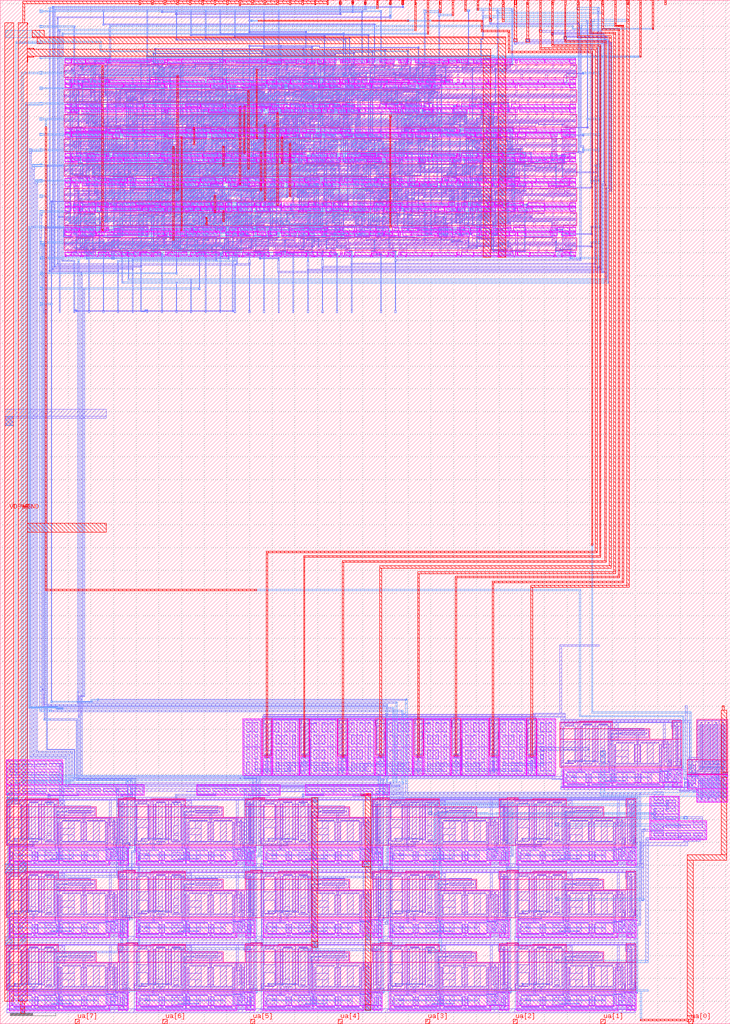
<source format=lef>
VERSION 5.7 ;
  NOWIREEXTENSIONATPIN ON ;
  DIVIDERCHAR "/" ;
  BUSBITCHARS "[]" ;
MACRO tt_um_adc_dac_tern_alu
  CLASS BLOCK ;
  FOREIGN tt_um_adc_dac_tern_alu ;
  ORIGIN 0.000 0.000 ;
  SIZE 161.000 BY 225.760 ;
  PIN clk
    DIRECTION INPUT ;
    USE SIGNAL ;
    ANTENNAGATEAREA 0.852000 ;
    PORT
      LAYER met4 ;
        RECT 143.830 224.760 144.130 225.760 ;
    END
  END clk
  PIN ena
    DIRECTION INPUT ;
    USE SIGNAL ;
    PORT
      LAYER met4 ;
        RECT 146.590 224.760 146.890 225.760 ;
    END
  END ena
  PIN rst_n
    DIRECTION INPUT ;
    USE SIGNAL ;
    ANTENNAGATEAREA 0.126000 ;
    PORT
      LAYER met4 ;
        RECT 141.070 224.760 141.370 225.760 ;
    END
  END rst_n
  PIN ua[0]
    DIRECTION INOUT ;
    USE SIGNAL ;
    ANTENNAGATEAREA 434.975494 ;
    ANTENNADIFFAREA 894.872559 ;
    PORT
      LAYER met4 ;
        RECT 151.810 0.000 152.710 1.000 ;
    END
  END ua[0]
  PIN ua[1]
    DIRECTION INOUT ;
    USE SIGNAL ;
    PORT
      LAYER met4 ;
        RECT 132.490 0.000 133.390 1.000 ;
    END
  END ua[1]
  PIN ua[2]
    DIRECTION INOUT ;
    USE SIGNAL ;
    PORT
      LAYER met4 ;
        RECT 113.170 0.000 114.070 1.000 ;
    END
  END ua[2]
  PIN ua[3]
    DIRECTION INOUT ;
    USE SIGNAL ;
    PORT
      LAYER met4 ;
        RECT 93.850 0.000 94.750 1.000 ;
    END
  END ua[3]
  PIN ua[4]
    DIRECTION INOUT ;
    USE SIGNAL ;
    PORT
      LAYER met4 ;
        RECT 74.530 0.000 75.430 1.000 ;
    END
  END ua[4]
  PIN ua[5]
    DIRECTION INOUT ;
    USE SIGNAL ;
    PORT
      LAYER met4 ;
        RECT 55.210 0.000 56.110 1.000 ;
    END
  END ua[5]
  PIN ua[6]
    DIRECTION INOUT ;
    USE SIGNAL ;
    PORT
      LAYER met4 ;
        RECT 35.890 0.000 36.790 1.000 ;
    END
  END ua[6]
  PIN ua[7]
    DIRECTION INOUT ;
    USE SIGNAL ;
    PORT
      LAYER met4 ;
        RECT 16.570 0.000 17.470 1.000 ;
    END
  END ua[7]
  PIN ui_in[0]
    DIRECTION INPUT ;
    USE SIGNAL ;
    ANTENNAGATEAREA 1.326000 ;
    PORT
      LAYER met4 ;
        RECT 138.310 224.760 138.610 225.760 ;
    END
  END ui_in[0]
  PIN ui_in[1]
    DIRECTION INPUT ;
    USE SIGNAL ;
    ANTENNAGATEAREA 1.413000 ;
    PORT
      LAYER met4 ;
        RECT 135.550 224.760 135.850 225.760 ;
    END
  END ui_in[1]
  PIN ui_in[2]
    DIRECTION INPUT ;
    USE SIGNAL ;
    ANTENNAGATEAREA 1.396500 ;
    PORT
      LAYER met4 ;
        RECT 132.790 224.760 133.090 225.760 ;
    END
  END ui_in[2]
  PIN ui_in[3]
    DIRECTION INPUT ;
    USE SIGNAL ;
    ANTENNAGATEAREA 1.359000 ;
    PORT
      LAYER met4 ;
        RECT 130.030 224.760 130.330 225.760 ;
    END
  END ui_in[3]
  PIN ui_in[4]
    DIRECTION INPUT ;
    USE SIGNAL ;
    ANTENNAGATEAREA 1.396500 ;
    PORT
      LAYER met4 ;
        RECT 127.270 224.760 127.570 225.760 ;
    END
  END ui_in[4]
  PIN ui_in[5]
    DIRECTION INPUT ;
    USE SIGNAL ;
    ANTENNAGATEAREA 1.396500 ;
    PORT
      LAYER met4 ;
        RECT 124.510 224.760 124.810 225.760 ;
    END
  END ui_in[5]
  PIN ui_in[6]
    DIRECTION INPUT ;
    USE SIGNAL ;
    ANTENNAGATEAREA 1.326000 ;
    PORT
      LAYER met4 ;
        RECT 121.750 224.760 122.050 225.760 ;
    END
  END ui_in[6]
  PIN ui_in[7]
    DIRECTION INPUT ;
    USE SIGNAL ;
    ANTENNAGATEAREA 1.396500 ;
    PORT
      LAYER met4 ;
        RECT 118.990 224.760 119.290 225.760 ;
    END
  END ui_in[7]
  PIN uio_in[0]
    DIRECTION INPUT ;
    USE SIGNAL ;
    ANTENNAGATEAREA 0.196500 ;
    PORT
      LAYER met4 ;
        RECT 116.230 224.760 116.530 225.760 ;
    END
  END uio_in[0]
  PIN uio_in[1]
    DIRECTION INPUT ;
    USE SIGNAL ;
    ANTENNAGATEAREA 0.196500 ;
    PORT
      LAYER met4 ;
        RECT 113.470 224.760 113.770 225.760 ;
    END
  END uio_in[1]
  PIN uio_in[2]
    DIRECTION INPUT ;
    USE SIGNAL ;
    ANTENNAGATEAREA 0.213000 ;
    PORT
      LAYER met4 ;
        RECT 110.710 224.760 111.010 225.760 ;
    END
  END uio_in[2]
  PIN uio_in[3]
    DIRECTION INPUT ;
    USE SIGNAL ;
    ANTENNAGATEAREA 0.196500 ;
    PORT
      LAYER met4 ;
        RECT 107.950 224.760 108.250 225.760 ;
    END
  END uio_in[3]
  PIN uio_in[4]
    DIRECTION INPUT ;
    USE SIGNAL ;
    ANTENNAGATEAREA 0.196500 ;
    PORT
      LAYER met4 ;
        RECT 105.190 224.760 105.490 225.760 ;
    END
  END uio_in[4]
  PIN uio_in[5]
    DIRECTION INPUT ;
    USE SIGNAL ;
    ANTENNAGATEAREA 0.196500 ;
    PORT
      LAYER met4 ;
        RECT 102.430 224.760 102.730 225.760 ;
    END
  END uio_in[5]
  PIN uio_in[6]
    DIRECTION INPUT ;
    USE SIGNAL ;
    ANTENNAGATEAREA 0.213000 ;
    PORT
      LAYER met4 ;
        RECT 99.670 224.760 99.970 225.760 ;
    END
  END uio_in[6]
  PIN uio_in[7]
    DIRECTION INPUT ;
    USE SIGNAL ;
    ANTENNAGATEAREA 0.196500 ;
    PORT
      LAYER met4 ;
        RECT 96.910 224.760 97.210 225.760 ;
    END
  END uio_in[7]
  PIN uio_oe[0]
    DIRECTION OUTPUT ;
    USE SIGNAL ;
    ANTENNAGATEAREA 517.999695 ;
    ANTENNADIFFAREA 515.187256 ;
    PORT
      LAYER met4 ;
        RECT 49.990 224.760 50.290 225.760 ;
    END
  END uio_oe[0]
  PIN uio_oe[1]
    DIRECTION OUTPUT ;
    USE SIGNAL ;
    ANTENNAGATEAREA 517.999695 ;
    ANTENNADIFFAREA 515.187256 ;
    PORT
      LAYER met4 ;
        RECT 47.230 224.760 47.530 225.760 ;
    END
  END uio_oe[1]
  PIN uio_oe[2]
    DIRECTION OUTPUT ;
    USE SIGNAL ;
    ANTENNAGATEAREA 517.999695 ;
    ANTENNADIFFAREA 515.187256 ;
    PORT
      LAYER met4 ;
        RECT 44.470 224.760 44.770 225.760 ;
    END
  END uio_oe[2]
  PIN uio_oe[3]
    DIRECTION OUTPUT ;
    USE SIGNAL ;
    ANTENNAGATEAREA 517.999695 ;
    ANTENNADIFFAREA 515.187256 ;
    PORT
      LAYER met4 ;
        RECT 41.710 224.760 42.010 225.760 ;
    END
  END uio_oe[3]
  PIN uio_oe[4]
    DIRECTION OUTPUT ;
    USE SIGNAL ;
    ANTENNAGATEAREA 517.999695 ;
    ANTENNADIFFAREA 515.187256 ;
    PORT
      LAYER met4 ;
        RECT 38.950 224.760 39.250 225.760 ;
    END
  END uio_oe[4]
  PIN uio_oe[5]
    DIRECTION OUTPUT ;
    USE SIGNAL ;
    ANTENNAGATEAREA 517.999695 ;
    ANTENNADIFFAREA 515.187256 ;
    PORT
      LAYER met4 ;
        RECT 36.190 224.760 36.490 225.760 ;
    END
  END uio_oe[5]
  PIN uio_oe[6]
    DIRECTION OUTPUT ;
    USE SIGNAL ;
    ANTENNAGATEAREA 517.999695 ;
    ANTENNADIFFAREA 515.187256 ;
    PORT
      LAYER met4 ;
        RECT 33.430 224.760 33.730 225.760 ;
    END
  END uio_oe[6]
  PIN uio_oe[7]
    DIRECTION OUTPUT ;
    USE SIGNAL ;
    ANTENNAGATEAREA 517.999695 ;
    ANTENNADIFFAREA 515.187256 ;
    PORT
      LAYER met4 ;
        RECT 30.670 224.760 30.970 225.760 ;
    END
  END uio_oe[7]
  PIN uio_out[0]
    DIRECTION OUTPUT ;
    USE SIGNAL ;
    PORT
      LAYER met4 ;
        RECT 72.070 224.760 72.370 225.760 ;
    END
  END uio_out[0]
  PIN uio_out[1]
    DIRECTION OUTPUT ;
    USE SIGNAL ;
    PORT
      LAYER met4 ;
        RECT 69.310 224.760 69.610 225.760 ;
    END
  END uio_out[1]
  PIN uio_out[2]
    DIRECTION OUTPUT ;
    USE SIGNAL ;
    PORT
      LAYER met4 ;
        RECT 66.550 224.760 66.850 225.760 ;
    END
  END uio_out[2]
  PIN uio_out[3]
    DIRECTION OUTPUT ;
    USE SIGNAL ;
    PORT
      LAYER met4 ;
        RECT 63.790 224.760 64.090 225.760 ;
    END
  END uio_out[3]
  PIN uio_out[4]
    DIRECTION OUTPUT ;
    USE SIGNAL ;
    PORT
      LAYER met4 ;
        RECT 61.030 224.760 61.330 225.760 ;
    END
  END uio_out[4]
  PIN uio_out[5]
    DIRECTION OUTPUT ;
    USE SIGNAL ;
    PORT
      LAYER met4 ;
        RECT 58.270 224.760 58.570 225.760 ;
    END
  END uio_out[5]
  PIN uio_out[6]
    DIRECTION OUTPUT ;
    USE SIGNAL ;
    PORT
      LAYER met4 ;
        RECT 55.510 224.760 55.810 225.760 ;
    END
  END uio_out[6]
  PIN uio_out[7]
    DIRECTION OUTPUT ;
    USE SIGNAL ;
    PORT
      LAYER met4 ;
        RECT 52.750 224.760 53.050 225.760 ;
    END
  END uio_out[7]
  PIN uo_out[0]
    DIRECTION OUTPUT ;
    USE SIGNAL ;
    ANTENNADIFFAREA 0.340600 ;
    PORT
      LAYER met4 ;
        RECT 94.150 224.760 94.450 225.760 ;
    END
  END uo_out[0]
  PIN uo_out[1]
    DIRECTION OUTPUT ;
    USE SIGNAL ;
    ANTENNADIFFAREA 0.340600 ;
    PORT
      LAYER met4 ;
        RECT 91.390 224.760 91.690 225.760 ;
    END
  END uo_out[1]
  PIN uo_out[2]
    DIRECTION OUTPUT ;
    USE SIGNAL ;
    ANTENNADIFFAREA 1.782000 ;
    PORT
      LAYER met4 ;
        RECT 88.630 224.760 88.930 225.760 ;
    END
  END uo_out[2]
  PIN uo_out[3]
    DIRECTION OUTPUT ;
    USE SIGNAL ;
    ANTENNADIFFAREA 0.340600 ;
    PORT
      LAYER met4 ;
        RECT 85.870 224.760 86.170 225.760 ;
    END
  END uo_out[3]
  PIN uo_out[4]
    DIRECTION OUTPUT ;
    USE SIGNAL ;
    ANTENNADIFFAREA 0.340600 ;
    PORT
      LAYER met4 ;
        RECT 83.110 224.760 83.410 225.760 ;
    END
  END uo_out[4]
  PIN uo_out[5]
    DIRECTION OUTPUT ;
    USE SIGNAL ;
    ANTENNADIFFAREA 0.340600 ;
    PORT
      LAYER met4 ;
        RECT 80.350 224.760 80.650 225.760 ;
    END
  END uo_out[5]
  PIN uo_out[6]
    DIRECTION OUTPUT ;
    USE SIGNAL ;
    ANTENNADIFFAREA 0.891000 ;
    PORT
      LAYER met4 ;
        RECT 77.590 224.760 77.890 225.760 ;
    END
  END uo_out[6]
  PIN uo_out[7]
    DIRECTION OUTPUT ;
    USE SIGNAL ;
    ANTENNADIFFAREA 0.340600 ;
    PORT
      LAYER met4 ;
        RECT 74.830 224.760 75.130 225.760 ;
    END
  END uo_out[7]
  PIN VDPWR
    DIRECTION INOUT ;
    USE POWER ;
    PORT
      LAYER met4 ;
        RECT 1.000 5.000 3.000 220.760 ;
    END
  END VDPWR
  PIN VGND
    DIRECTION INOUT ;
    USE GROUND ;
    PORT
      LAYER met4 ;
        RECT 4.000 5.000 6.000 220.760 ;
    END
  END VGND
  OBS
      LAYER pwell ;
        RECT 14.405 212.675 14.575 212.865 ;
        RECT 15.785 212.675 15.955 212.865 ;
        RECT 23.170 212.695 23.340 212.865 ;
        RECT 23.170 212.675 23.280 212.695 ;
        RECT 24.065 212.675 24.235 212.865 ;
        RECT 33.270 212.695 33.440 212.865 ;
        RECT 33.295 212.675 33.440 212.695 ;
        RECT 36.950 212.675 37.120 212.865 ;
        RECT 40.165 212.675 40.335 212.865 ;
        RECT 49.825 212.675 49.995 212.865 ;
        RECT 59.030 212.675 59.200 212.865 ;
        RECT 62.705 212.675 62.875 212.865 ;
        RECT 65.470 212.675 65.640 212.865 ;
        RECT 67.765 212.675 67.935 212.865 ;
        RECT 69.660 212.725 69.780 212.835 ;
        RECT 70.070 212.675 70.240 212.865 ;
        RECT 72.355 212.675 72.525 212.865 ;
        RECT 73.735 212.675 73.905 212.865 ;
        RECT 74.665 212.720 74.825 212.830 ;
        RECT 76.495 212.675 76.665 212.865 ;
        RECT 77.875 212.675 78.045 212.865 ;
        RECT 78.350 212.675 78.520 212.865 ;
        RECT 82.015 212.675 82.185 212.865 ;
        RECT 82.485 212.695 82.655 212.865 ;
        RECT 84.775 212.675 84.945 212.865 ;
        RECT 86.625 212.675 86.795 212.865 ;
        RECT 87.545 212.720 87.705 212.830 ;
        RECT 89.375 212.675 89.545 212.865 ;
        RECT 89.845 212.715 90.015 212.865 ;
        RECT 91.225 212.720 91.385 212.830 ;
        RECT 14.265 211.865 15.635 212.675 ;
        RECT 15.725 211.765 18.725 212.675 ;
        RECT 18.865 211.995 23.280 212.675 ;
        RECT 18.865 211.765 22.795 211.995 ;
        RECT 23.475 211.805 23.905 212.590 ;
        RECT 23.925 211.995 33.030 212.675 ;
        RECT 33.295 211.765 36.335 212.675 ;
        RECT 36.355 211.805 36.785 212.590 ;
        RECT 36.950 212.445 40.005 212.675 ;
        RECT 36.805 211.765 40.005 212.445 ;
        RECT 40.025 211.995 49.130 212.675 ;
        RECT 49.235 211.805 49.665 212.590 ;
        RECT 49.685 211.995 58.790 212.675 ;
        RECT 59.030 212.445 62.085 212.675 ;
        RECT 58.885 211.765 62.085 212.445 ;
        RECT 62.115 211.805 62.545 212.590 ;
        RECT 62.565 211.995 65.305 212.675 ;
        RECT 65.325 211.765 67.535 212.675 ;
        RECT 67.625 211.995 69.455 212.675 ;
        RECT 68.110 211.765 69.455 211.995 ;
        RECT 69.925 211.765 71.275 212.675 ;
        RECT 71.305 211.895 72.675 212.675 ;
        RECT 72.685 211.895 74.055 212.675 ;
        RECT 74.995 211.805 75.425 212.590 ;
        RECT 75.445 211.895 76.815 212.675 ;
        RECT 76.825 211.895 78.195 212.675 ;
        RECT 78.205 211.765 80.815 212.675 ;
        RECT 80.965 211.895 82.335 212.675 ;
        RECT 83.725 211.895 85.095 212.675 ;
        RECT 85.105 211.995 86.935 212.675 ;
        RECT 85.105 211.765 86.450 211.995 ;
        RECT 87.875 211.805 88.305 212.590 ;
        RECT 88.325 211.895 89.695 212.675 ;
        RECT 89.725 211.765 90.615 212.715 ;
        RECT 92.595 212.675 92.765 212.865 ;
        RECT 94.445 212.675 94.615 212.865 ;
        RECT 91.545 211.895 92.915 212.675 ;
        RECT 92.925 211.995 94.755 212.675 ;
        RECT 94.765 212.445 97.475 212.675 ;
        RECT 98.585 212.445 98.755 212.865 ;
        RECT 100.425 212.675 100.595 212.865 ;
        RECT 101.400 212.725 101.520 212.835 ;
        RECT 102.715 212.675 102.885 212.865 ;
        RECT 104.105 212.675 104.275 212.865 ;
        RECT 105.945 212.675 106.115 212.865 ;
        RECT 107.785 212.675 107.955 212.865 ;
        RECT 109.165 212.675 109.335 212.865 ;
        RECT 111.005 212.675 111.175 212.865 ;
        RECT 112.375 212.675 112.545 212.865 ;
        RECT 113.305 212.720 113.465 212.830 ;
        RECT 114.280 212.725 114.400 212.835 ;
        RECT 119.745 212.675 119.915 212.865 ;
        RECT 125.265 212.675 125.435 212.865 ;
        RECT 126.645 212.675 126.815 212.865 ;
        RECT 94.765 211.995 98.860 212.445 ;
        RECT 94.765 211.765 95.715 211.995 ;
        RECT 97.485 211.765 98.860 211.995 ;
        RECT 98.905 211.865 100.735 212.675 ;
        RECT 100.755 211.805 101.185 212.590 ;
        RECT 101.665 211.895 103.035 212.675 ;
        RECT 103.045 211.865 104.415 212.675 ;
        RECT 104.425 211.995 106.255 212.675 ;
        RECT 104.425 211.765 105.770 211.995 ;
        RECT 106.265 211.865 108.095 212.675 ;
        RECT 108.105 211.895 109.475 212.675 ;
        RECT 109.485 211.865 111.315 212.675 ;
        RECT 111.325 211.895 112.695 212.675 ;
        RECT 113.635 211.805 114.065 212.590 ;
        RECT 114.545 211.865 120.055 212.675 ;
        RECT 120.065 211.865 125.575 212.675 ;
        RECT 125.585 211.865 126.955 212.675 ;
      LAYER nwell ;
        RECT 14.070 208.645 127.150 211.475 ;
      LAYER pwell ;
        RECT 14.265 207.445 15.635 208.255 ;
        RECT 16.185 207.445 19.635 208.355 ;
        RECT 20.245 207.445 23.455 208.355 ;
        RECT 23.475 207.530 23.905 208.315 ;
        RECT 33.125 208.155 34.535 208.355 ;
        RECT 24.010 207.445 33.115 208.125 ;
        RECT 33.125 207.475 35.860 208.155 ;
        RECT 33.125 207.445 34.520 207.475 ;
        RECT 14.405 207.235 14.575 207.445 ;
        RECT 15.840 207.285 15.960 207.395 ;
        RECT 16.245 207.255 16.415 207.445 ;
        RECT 17.620 207.235 17.790 207.425 ;
        RECT 19.980 207.285 20.100 207.395 ;
        RECT 23.145 207.255 23.315 207.445 ;
        RECT 26.825 207.235 26.995 207.425 ;
        RECT 32.805 207.255 32.975 207.445 ;
        RECT 35.565 207.255 35.735 207.475 ;
        RECT 35.885 207.445 44.990 208.125 ;
        RECT 45.625 207.445 49.210 208.355 ;
        RECT 49.235 207.530 49.665 208.315 ;
        RECT 58.885 208.125 60.230 208.355 ;
        RECT 49.685 207.445 58.790 208.125 ;
        RECT 58.885 207.445 60.715 208.125 ;
        RECT 60.990 207.445 63.925 208.355 ;
        RECT 65.095 208.265 66.685 208.355 ;
        RECT 64.115 207.445 66.685 208.265 ;
        RECT 68.040 208.155 68.995 208.355 ;
        RECT 66.715 207.475 68.995 208.155 ;
        RECT 36.025 207.235 36.195 207.445 ;
        RECT 37.000 207.285 37.120 207.395 ;
        RECT 37.405 207.235 37.575 207.425 ;
        RECT 45.280 207.285 45.400 207.395 ;
        RECT 48.900 207.255 49.070 207.445 ;
        RECT 49.825 207.425 49.995 207.445 ;
        RECT 49.820 207.255 49.995 207.425 ;
        RECT 50.340 207.285 50.460 207.395 ;
        RECT 49.820 207.235 49.990 207.255 ;
        RECT 54.880 207.235 55.050 207.425 ;
        RECT 58.100 207.235 58.270 207.425 ;
        RECT 58.620 207.285 58.740 207.395 ;
        RECT 59.025 207.255 59.195 207.425 ;
        RECT 60.405 207.255 60.575 207.445 ;
        RECT 60.990 207.425 61.035 207.445 ;
        RECT 64.115 207.425 64.255 207.445 ;
        RECT 60.865 207.255 61.035 207.425 ;
        RECT 63.165 207.280 63.325 207.390 ;
        RECT 14.265 206.425 15.635 207.235 ;
        RECT 15.725 206.325 17.935 207.235 ;
        RECT 18.030 206.555 27.135 207.235 ;
        RECT 27.230 206.555 36.335 207.235 ;
        RECT 36.355 206.365 36.785 207.150 ;
        RECT 37.265 206.555 46.370 207.235 ;
        RECT 46.480 206.325 50.135 207.235 ;
        RECT 50.605 206.555 55.195 207.235 ;
        RECT 55.215 207.005 58.270 207.235 ;
        RECT 59.150 207.235 59.195 207.255 ;
        RECT 63.625 207.235 63.795 207.425 ;
        RECT 64.085 207.255 64.255 207.425 ;
        RECT 66.840 207.425 67.010 207.475 ;
        RECT 68.040 207.445 68.995 207.475 ;
        RECT 69.015 207.445 70.365 208.355 ;
        RECT 71.385 207.445 74.835 208.355 ;
        RECT 74.995 207.530 75.425 208.315 ;
        RECT 75.445 207.445 76.795 208.355 ;
        RECT 76.825 207.445 78.195 208.225 ;
        RECT 78.215 207.445 79.565 208.355 ;
        RECT 79.585 207.445 80.955 208.225 ;
        RECT 81.910 208.125 85.520 208.355 ;
        RECT 81.425 207.445 85.520 208.125 ;
        RECT 85.570 208.125 86.950 208.355 ;
        RECT 88.740 208.125 90.115 208.355 ;
        RECT 90.650 208.125 91.995 208.355 ;
        RECT 92.490 208.125 93.835 208.355 ;
        RECT 85.570 207.675 90.115 208.125 ;
        RECT 85.570 207.445 88.730 207.675 ;
        RECT 66.840 207.255 67.015 207.425 ;
        RECT 69.145 207.255 69.315 207.445 ;
        RECT 70.985 207.290 71.145 207.400 ;
        RECT 71.445 207.255 71.615 207.445 ;
        RECT 66.845 207.235 67.015 207.255 ;
        RECT 53.370 206.325 54.710 206.555 ;
        RECT 55.215 206.325 58.415 207.005 ;
        RECT 59.150 206.325 62.085 207.235 ;
        RECT 62.115 206.365 62.545 207.150 ;
        RECT 63.565 206.325 66.565 207.235 ;
        RECT 66.785 206.325 70.235 207.235 ;
        RECT 70.385 207.205 71.340 207.235 ;
        RECT 72.370 207.205 72.540 207.425 ;
        RECT 74.665 207.235 74.835 207.425 ;
        RECT 75.125 207.235 75.295 207.425 ;
        RECT 75.590 207.255 75.760 207.445 ;
        RECT 77.875 207.255 78.045 207.445 ;
        RECT 78.345 207.255 78.515 207.445 ;
        RECT 80.185 207.235 80.355 207.425 ;
        RECT 80.635 207.255 80.805 207.445 ;
        RECT 81.570 207.425 81.740 207.445 ;
        RECT 81.160 207.285 81.280 207.395 ;
        RECT 81.565 207.255 81.740 207.425 ;
        RECT 81.565 207.235 81.735 207.255 ;
        RECT 82.025 207.235 82.195 207.425 ;
        RECT 84.785 207.235 84.955 207.425 ;
        RECT 88.465 207.235 88.635 207.425 ;
        RECT 89.840 207.255 90.010 207.675 ;
        RECT 90.165 207.445 91.995 208.125 ;
        RECT 92.005 207.445 93.835 208.125 ;
        RECT 93.880 208.125 97.490 208.355 ;
        RECT 98.470 208.125 99.815 208.355 ;
        RECT 93.880 207.445 97.975 208.125 ;
        RECT 97.985 207.445 99.815 208.125 ;
        RECT 100.755 207.530 101.185 208.315 ;
        RECT 102.125 207.445 107.635 208.255 ;
        RECT 107.645 207.445 113.155 208.255 ;
        RECT 113.165 207.445 118.675 208.255 ;
        RECT 118.685 207.445 124.195 208.255 ;
        RECT 125.585 207.445 126.955 208.255 ;
        RECT 90.305 207.255 90.475 207.445 ;
        RECT 92.145 207.255 92.315 207.445 ;
        RECT 92.605 207.235 92.775 207.425 ;
        RECT 95.365 207.235 95.535 207.425 ;
        RECT 97.660 207.255 97.830 207.445 ;
        RECT 98.125 207.255 98.295 207.445 ;
        RECT 100.425 207.290 100.585 207.400 ;
        RECT 101.805 207.290 101.965 207.400 ;
        RECT 102.265 207.235 102.435 207.425 ;
        RECT 107.325 207.255 107.495 207.445 ;
        RECT 107.785 207.235 107.955 207.425 ;
        RECT 112.845 207.255 113.015 207.445 ;
        RECT 113.305 207.235 113.475 207.425 ;
        RECT 114.280 207.285 114.400 207.395 ;
        RECT 118.365 207.255 118.535 207.445 ;
        RECT 119.745 207.235 119.915 207.425 ;
        RECT 123.885 207.255 124.055 207.445 ;
        RECT 124.345 207.255 124.515 207.425 ;
        RECT 125.265 207.235 125.435 207.425 ;
        RECT 126.645 207.235 126.815 207.445 ;
        RECT 70.385 206.525 72.665 207.205 ;
        RECT 72.685 206.555 74.975 207.235 ;
        RECT 70.385 206.325 71.340 206.525 ;
        RECT 72.685 206.325 73.605 206.555 ;
        RECT 74.985 206.325 78.195 207.235 ;
        RECT 78.205 206.555 80.495 207.235 ;
        RECT 78.205 206.325 79.125 206.555 ;
        RECT 80.515 206.325 81.865 207.235 ;
        RECT 81.895 206.325 84.625 207.235 ;
        RECT 84.645 206.325 87.855 207.235 ;
        RECT 87.875 206.365 88.305 207.150 ;
        RECT 88.325 206.325 91.535 207.235 ;
        RECT 92.475 206.325 95.205 207.235 ;
        RECT 95.240 206.325 97.055 207.235 ;
        RECT 97.065 206.425 102.575 207.235 ;
        RECT 102.585 206.425 108.095 207.235 ;
        RECT 108.105 206.425 113.615 207.235 ;
        RECT 113.635 206.365 114.065 207.150 ;
        RECT 114.545 206.425 120.055 207.235 ;
        RECT 120.065 206.425 125.575 207.235 ;
        RECT 125.585 206.425 126.955 207.235 ;
      LAYER nwell ;
        RECT 14.070 203.205 127.150 206.035 ;
      LAYER pwell ;
        RECT 14.265 202.005 15.635 202.815 ;
        RECT 15.655 202.005 17.005 202.915 ;
        RECT 17.225 202.005 22.535 202.915 ;
        RECT 23.475 202.090 23.905 202.875 ;
        RECT 23.930 202.005 27.595 202.915 ;
        RECT 27.605 202.005 31.735 202.915 ;
        RECT 31.830 202.005 40.935 202.685 ;
        RECT 40.955 202.235 44.155 202.915 ;
        RECT 40.955 202.005 44.010 202.235 ;
        RECT 44.260 202.005 49.215 202.915 ;
        RECT 49.235 202.090 49.665 202.875 ;
        RECT 49.685 202.005 53.815 202.915 ;
        RECT 55.645 202.685 56.575 202.915 ;
        RECT 53.825 202.005 56.575 202.685 ;
        RECT 56.595 202.235 59.795 202.915 ;
        RECT 59.805 202.685 60.735 202.915 ;
        RECT 56.595 202.005 59.650 202.235 ;
        RECT 59.805 202.005 62.555 202.685 ;
        RECT 62.565 202.005 63.935 202.815 ;
        RECT 63.945 202.005 67.155 202.915 ;
        RECT 67.180 202.005 68.995 202.915 ;
        RECT 69.005 202.005 70.375 202.815 ;
        RECT 70.385 202.685 71.305 202.915 ;
        RECT 72.685 202.685 73.605 202.915 ;
        RECT 70.385 202.005 72.675 202.685 ;
        RECT 72.685 202.005 74.975 202.685 ;
        RECT 74.995 202.090 75.425 202.875 ;
        RECT 75.445 202.715 76.390 202.915 ;
        RECT 75.445 202.035 78.195 202.715 ;
        RECT 75.445 202.005 76.390 202.035 ;
        RECT 14.405 201.795 14.575 202.005 ;
        RECT 16.705 201.815 16.875 202.005 ;
        RECT 17.165 201.795 17.335 201.985 ;
        RECT 17.680 201.845 17.800 201.955 ;
        RECT 18.085 201.795 18.255 201.985 ;
        RECT 22.225 201.815 22.395 202.005 ;
        RECT 23.145 201.850 23.305 201.960 ;
        RECT 27.280 201.815 27.450 202.005 ;
        RECT 31.420 201.815 31.590 202.005 ;
        RECT 36.025 201.795 36.195 201.985 ;
        RECT 36.945 201.795 37.115 201.985 ;
        RECT 40.625 201.815 40.795 202.005 ;
        RECT 43.840 201.815 44.010 202.005 ;
        RECT 48.900 201.815 49.070 202.005 ;
        RECT 49.365 201.815 49.535 201.985 ;
        RECT 49.335 201.795 49.535 201.815 ;
        RECT 52.580 201.795 52.750 201.985 ;
        RECT 53.045 201.795 53.215 201.985 ;
        RECT 53.500 201.815 53.670 202.005 ;
        RECT 53.965 201.815 54.135 202.005 ;
        RECT 55.810 201.795 55.980 201.985 ;
        RECT 58.565 201.840 58.725 201.950 ;
        RECT 59.480 201.815 59.650 202.005 ;
        RECT 60.860 201.795 61.030 201.985 ;
        RECT 61.785 201.840 61.945 201.950 ;
        RECT 62.245 201.815 62.415 202.005 ;
        RECT 63.625 201.795 63.795 202.005 ;
        RECT 64.085 201.835 64.255 201.985 ;
        RECT 14.265 200.985 15.635 201.795 ;
        RECT 15.645 201.115 17.475 201.795 ;
        RECT 17.945 201.115 27.050 201.795 ;
        RECT 27.230 201.115 36.335 201.795 ;
        RECT 15.645 200.885 16.990 201.115 ;
        RECT 36.355 200.925 36.785 201.710 ;
        RECT 36.805 201.115 45.910 201.795 ;
        RECT 46.005 201.115 49.535 201.795 ;
        RECT 46.005 200.885 48.830 201.115 ;
        RECT 49.685 200.885 52.895 201.795 ;
        RECT 52.905 201.115 55.645 201.795 ;
        RECT 55.665 200.885 57.875 201.795 ;
        RECT 59.340 201.565 61.030 201.795 ;
        RECT 59.340 200.885 61.175 201.565 ;
        RECT 62.115 200.925 62.545 201.710 ;
        RECT 62.565 201.015 63.935 201.795 ;
        RECT 63.965 200.885 64.855 201.835 ;
        RECT 65.005 201.795 65.175 201.985 ;
        RECT 66.855 201.815 67.025 202.005 ;
        RECT 67.305 201.815 67.475 202.005 ;
        RECT 70.065 201.815 70.235 202.005 ;
        RECT 70.520 201.795 70.690 201.985 ;
        RECT 70.985 201.795 71.155 201.985 ;
        RECT 72.365 201.815 72.535 202.005 ;
        RECT 73.285 201.795 73.455 201.985 ;
        RECT 74.205 201.840 74.365 201.950 ;
        RECT 74.665 201.815 74.835 202.005 ;
        RECT 76.045 201.795 76.215 201.985 ;
        RECT 77.880 201.815 78.050 202.035 ;
        RECT 78.205 202.005 83.715 202.815 ;
        RECT 83.725 202.005 85.075 202.915 ;
        RECT 85.105 202.005 86.920 202.915 ;
        RECT 87.995 202.685 88.925 202.915 ;
        RECT 87.090 202.005 88.925 202.685 ;
        RECT 89.245 202.005 92.915 202.915 ;
        RECT 93.405 202.005 94.755 202.915 ;
        RECT 95.225 202.005 100.735 202.815 ;
        RECT 100.755 202.090 101.185 202.875 ;
        RECT 106.485 202.825 107.435 202.915 ;
        RECT 101.665 202.005 103.495 202.815 ;
        RECT 103.505 202.005 105.335 202.685 ;
        RECT 105.505 202.005 107.435 202.825 ;
        RECT 107.645 202.005 110.395 202.815 ;
        RECT 110.405 202.005 112.235 202.685 ;
        RECT 112.705 202.005 114.535 202.815 ;
        RECT 114.545 202.005 120.055 202.815 ;
        RECT 120.065 202.005 125.575 202.815 ;
        RECT 125.585 202.005 126.955 202.815 ;
        RECT 78.805 201.795 78.975 201.985 ;
        RECT 80.185 201.795 80.355 201.985 ;
        RECT 83.405 201.815 83.575 202.005 ;
        RECT 84.790 201.815 84.960 202.005 ;
        RECT 85.705 201.795 85.875 201.985 ;
        RECT 86.165 201.795 86.335 201.985 ;
        RECT 86.625 201.815 86.795 202.005 ;
        RECT 87.090 201.985 87.255 202.005 ;
        RECT 87.085 201.815 87.255 201.985 ;
        RECT 88.520 201.845 88.640 201.955 ;
        RECT 88.925 201.795 89.095 201.985 ;
        RECT 92.605 201.955 92.775 202.005 ;
        RECT 92.605 201.845 92.780 201.955 ;
        RECT 93.120 201.845 93.240 201.955 ;
        RECT 92.605 201.815 92.775 201.845 ;
        RECT 93.520 201.815 93.690 202.005 ;
        RECT 94.900 201.955 95.070 201.985 ;
        RECT 94.900 201.845 95.080 201.955 ;
        RECT 94.900 201.795 95.070 201.845 ;
        RECT 95.370 201.795 95.540 201.985 ;
        RECT 96.800 201.845 96.920 201.955 ;
        RECT 99.505 201.795 99.675 201.985 ;
        RECT 99.955 201.795 100.125 201.985 ;
        RECT 100.425 201.815 100.595 202.005 ;
        RECT 103.185 201.955 103.355 202.005 ;
        RECT 101.400 201.845 101.520 201.955 ;
        RECT 103.185 201.845 103.360 201.955 ;
        RECT 103.185 201.815 103.355 201.845 ;
        RECT 103.645 201.815 103.815 202.005 ;
        RECT 105.505 201.985 105.655 202.005 ;
        RECT 105.485 201.815 105.655 201.985 ;
        RECT 105.945 201.795 106.115 201.985 ;
        RECT 108.705 201.795 108.875 201.985 ;
        RECT 110.085 201.815 110.255 202.005 ;
        RECT 110.545 201.815 110.715 202.005 ;
        RECT 111.920 201.795 112.090 201.985 ;
        RECT 112.440 201.845 112.560 201.955 ;
        RECT 113.305 201.795 113.475 201.985 ;
        RECT 114.225 201.955 114.395 202.005 ;
        RECT 114.225 201.845 114.400 201.955 ;
        RECT 114.225 201.815 114.395 201.845 ;
        RECT 119.745 201.795 119.915 202.005 ;
        RECT 125.265 201.795 125.435 202.005 ;
        RECT 126.645 201.795 126.815 202.005 ;
        RECT 64.880 200.885 66.695 201.795 ;
        RECT 67.180 200.885 70.835 201.795 ;
        RECT 70.855 200.885 72.205 201.795 ;
        RECT 72.225 201.015 73.595 201.795 ;
        RECT 74.525 200.885 76.340 201.795 ;
        RECT 76.375 200.885 79.105 201.795 ;
        RECT 79.125 200.985 80.495 201.795 ;
        RECT 80.505 200.985 86.015 201.795 ;
        RECT 86.025 201.115 87.855 201.795 ;
        RECT 86.510 200.885 87.855 201.115 ;
        RECT 87.875 200.925 88.305 201.710 ;
        RECT 88.785 200.885 92.455 201.795 ;
        RECT 93.380 201.565 95.070 201.795 ;
        RECT 93.380 200.885 95.215 201.565 ;
        RECT 95.225 200.885 96.575 201.795 ;
        RECT 97.065 200.985 99.815 201.795 ;
        RECT 99.825 200.885 103.035 201.795 ;
        RECT 103.505 200.985 106.255 201.795 ;
        RECT 106.265 201.115 109.015 201.795 ;
        RECT 109.025 201.115 112.235 201.795 ;
        RECT 106.265 200.885 107.195 201.115 ;
        RECT 109.025 200.885 110.390 201.115 ;
        RECT 112.245 200.985 113.615 201.795 ;
        RECT 113.635 200.925 114.065 201.710 ;
        RECT 114.545 200.985 120.055 201.795 ;
        RECT 120.065 200.985 125.575 201.795 ;
        RECT 125.585 200.985 126.955 201.795 ;
      LAYER nwell ;
        RECT 14.070 197.765 127.150 200.595 ;
      LAYER pwell ;
        RECT 14.265 196.565 15.635 197.375 ;
        RECT 15.645 196.795 18.395 197.475 ;
        RECT 15.785 196.565 18.395 196.795 ;
        RECT 18.410 196.795 23.455 197.475 ;
        RECT 18.410 196.565 23.315 196.795 ;
        RECT 23.475 196.650 23.905 197.435 ;
        RECT 25.730 197.275 26.675 197.475 ;
        RECT 23.925 196.595 26.675 197.275 ;
        RECT 14.405 196.355 14.575 196.565 ;
        RECT 15.785 196.375 15.955 196.565 ;
        RECT 23.145 196.375 23.315 196.565 ;
        RECT 24.070 196.375 24.240 196.595 ;
        RECT 25.730 196.565 26.675 196.595 ;
        RECT 26.920 196.565 31.735 197.245 ;
        RECT 31.830 196.565 40.935 197.245 ;
        RECT 40.965 196.565 42.315 197.475 ;
        RECT 42.325 196.565 46.400 197.475 ;
        RECT 47.805 197.275 49.215 197.475 ;
        RECT 46.480 196.595 49.215 197.275 ;
        RECT 49.235 196.650 49.665 197.435 ;
        RECT 24.525 196.355 24.695 196.545 ;
        RECT 24.985 196.355 25.155 196.545 ;
        RECT 26.825 196.400 26.985 196.510 ;
        RECT 31.425 196.375 31.595 196.565 ;
        RECT 36.025 196.355 36.195 196.545 ;
        RECT 37.865 196.355 38.035 196.545 ;
        RECT 40.625 196.375 40.795 196.565 ;
        RECT 41.080 196.375 41.250 196.565 ;
        RECT 45.225 196.355 45.395 196.545 ;
        RECT 46.170 196.510 46.340 196.565 ;
        RECT 46.145 196.400 46.340 196.510 ;
        RECT 46.170 196.375 46.340 196.400 ;
        RECT 46.605 196.375 46.775 196.595 ;
        RECT 47.820 196.565 49.215 196.595 ;
        RECT 49.685 196.565 51.055 197.345 ;
        RECT 51.065 196.565 54.275 197.475 ;
        RECT 54.295 196.565 55.645 197.475 ;
        RECT 55.665 196.565 58.875 197.475 ;
        RECT 49.825 196.545 49.995 196.565 ;
        RECT 49.820 196.375 49.995 196.545 ;
        RECT 49.820 196.355 49.990 196.375 ;
        RECT 50.285 196.355 50.455 196.545 ;
        RECT 51.205 196.375 51.375 196.565 ;
        RECT 52.180 196.405 52.300 196.515 ;
        RECT 54.425 196.375 54.595 196.565 ;
        RECT 55.805 196.545 55.975 196.565 ;
        RECT 55.800 196.375 55.975 196.545 ;
        RECT 55.800 196.355 55.970 196.375 ;
        RECT 56.265 196.355 56.435 196.545 ;
        RECT 58.885 196.525 59.775 197.475 ;
        RECT 60.290 197.245 61.635 197.475 ;
        RECT 59.805 196.565 61.635 197.245 ;
        RECT 61.645 196.565 63.015 197.345 ;
        RECT 63.025 196.565 64.395 197.345 ;
        RECT 64.405 196.565 65.775 197.345 ;
        RECT 66.245 196.565 67.615 197.345 ;
        RECT 67.625 196.565 69.455 197.245 ;
        RECT 70.585 196.565 74.975 197.475 ;
        RECT 74.995 196.650 75.425 197.435 ;
        RECT 75.445 196.565 77.275 197.245 ;
        RECT 78.205 196.565 83.715 197.375 ;
        RECT 83.725 196.565 89.235 197.375 ;
        RECT 89.265 196.565 90.615 197.475 ;
        RECT 92.470 197.245 93.835 197.475 ;
        RECT 90.625 196.565 93.835 197.245 ;
        RECT 93.845 196.565 97.055 197.475 ;
        RECT 97.065 196.565 100.735 197.475 ;
        RECT 100.755 196.650 101.185 197.435 ;
        RECT 102.450 196.565 106.105 197.475 ;
        RECT 107.185 196.565 110.395 197.475 ;
        RECT 110.415 196.565 113.145 197.475 ;
        RECT 113.165 196.565 114.535 197.375 ;
        RECT 114.545 196.565 118.215 197.375 ;
        RECT 118.225 196.565 123.735 197.375 ;
        RECT 123.745 196.565 125.575 197.245 ;
        RECT 125.585 196.565 126.955 197.375 ;
        RECT 59.485 196.375 59.660 196.525 ;
        RECT 59.945 196.375 60.115 196.565 ;
        RECT 62.705 196.375 62.875 196.565 ;
        RECT 64.075 196.375 64.245 196.565 ;
        RECT 59.490 196.355 59.660 196.375 ;
        RECT 14.265 195.545 15.635 196.355 ;
        RECT 15.730 195.675 24.835 196.355 ;
        RECT 24.855 195.445 26.205 196.355 ;
        RECT 27.230 195.675 36.335 196.355 ;
        RECT 36.355 195.485 36.785 196.270 ;
        RECT 36.815 195.445 38.165 196.355 ;
        RECT 38.625 195.445 45.535 196.355 ;
        RECT 46.660 195.445 50.135 196.355 ;
        RECT 50.160 195.445 51.975 196.355 ;
        RECT 52.530 195.675 56.115 196.355 ;
        RECT 55.195 195.445 56.115 195.675 ;
        RECT 56.125 195.445 59.335 196.355 ;
        RECT 59.345 195.445 62.095 196.355 ;
        RECT 62.565 196.325 63.510 196.355 ;
        RECT 65.000 196.325 65.170 196.545 ;
        RECT 65.455 196.515 65.625 196.565 ;
        RECT 65.925 196.515 66.095 196.545 ;
        RECT 65.455 196.405 65.640 196.515 ;
        RECT 65.925 196.405 66.100 196.515 ;
        RECT 65.455 196.375 65.625 196.405 ;
        RECT 65.925 196.395 66.095 196.405 ;
        RECT 62.115 195.485 62.545 196.270 ;
        RECT 62.565 195.645 65.315 196.325 ;
        RECT 62.565 195.445 63.510 195.645 ;
        RECT 65.805 195.445 66.695 196.395 ;
        RECT 66.845 196.355 67.015 196.545 ;
        RECT 67.295 196.375 67.465 196.565 ;
        RECT 68.740 196.405 68.860 196.515 ;
        RECT 69.145 196.375 69.315 196.565 ;
        RECT 70.065 196.410 70.225 196.520 ;
        RECT 70.525 196.355 70.695 196.545 ;
        RECT 71.445 196.400 71.605 196.510 ;
        RECT 74.660 196.375 74.830 196.565 ;
        RECT 75.125 196.355 75.295 196.545 ;
        RECT 76.965 196.375 77.135 196.565 ;
        RECT 77.425 196.375 77.595 196.545 ;
        RECT 77.885 196.410 78.045 196.520 ;
        RECT 77.425 196.355 77.590 196.375 ;
        RECT 80.645 196.355 80.815 196.545 ;
        RECT 83.405 196.375 83.575 196.565 ;
        RECT 84.320 196.355 84.490 196.545 ;
        RECT 84.840 196.405 84.960 196.515 ;
        RECT 87.545 196.355 87.715 196.545 ;
        RECT 88.925 196.375 89.095 196.565 ;
        RECT 89.385 196.355 89.555 196.545 ;
        RECT 90.300 196.375 90.470 196.565 ;
        RECT 90.770 196.355 90.940 196.565 ;
        RECT 91.280 196.405 91.400 196.515 ;
        RECT 93.985 196.375 94.155 196.565 ;
        RECT 94.440 196.355 94.610 196.545 ;
        RECT 94.960 196.405 95.080 196.515 ;
        RECT 96.745 196.355 96.915 196.545 ;
        RECT 100.420 196.375 100.590 196.565 ;
        RECT 105.945 196.545 106.105 196.565 ;
        RECT 101.805 196.410 101.965 196.520 ;
        RECT 102.265 196.355 102.435 196.545 ;
        RECT 104.565 196.375 104.735 196.545 ;
        RECT 105.945 196.375 106.115 196.545 ;
        RECT 104.565 196.355 104.730 196.375 ;
        RECT 106.405 196.355 106.575 196.545 ;
        RECT 106.865 196.410 107.025 196.520 ;
        RECT 107.315 196.375 107.485 196.565 ;
        RECT 109.165 196.355 109.335 196.545 ;
        RECT 110.545 196.375 110.715 196.565 ;
        RECT 111.465 196.375 111.635 196.545 ;
        RECT 111.465 196.355 111.615 196.375 ;
        RECT 113.305 196.355 113.475 196.545 ;
        RECT 114.225 196.375 114.395 196.565 ;
        RECT 115.605 196.355 115.775 196.545 ;
        RECT 117.905 196.375 118.075 196.565 ;
        RECT 121.125 196.355 121.295 196.545 ;
        RECT 121.585 196.355 121.755 196.545 ;
        RECT 123.425 196.375 123.595 196.565 ;
        RECT 123.885 196.355 124.055 196.545 ;
        RECT 125.265 196.375 125.435 196.565 ;
        RECT 126.645 196.355 126.815 196.565 ;
        RECT 66.720 195.445 68.535 196.355 ;
        RECT 69.005 195.445 70.820 196.355 ;
        RECT 71.765 195.545 75.435 196.355 ;
        RECT 75.755 195.675 77.590 196.355 ;
        RECT 75.755 195.445 76.685 195.675 ;
        RECT 78.175 195.445 80.955 196.355 ;
        RECT 81.160 195.445 84.635 196.355 ;
        RECT 85.105 195.545 87.855 196.355 ;
        RECT 87.875 195.485 88.305 196.270 ;
        RECT 88.325 195.545 89.695 196.355 ;
        RECT 89.705 195.445 91.055 196.355 ;
        RECT 91.555 196.125 94.610 196.355 ;
        RECT 91.555 195.445 94.755 196.125 ;
        RECT 95.225 195.545 97.055 196.355 ;
        RECT 97.065 195.545 102.575 196.355 ;
        RECT 102.895 195.675 104.730 196.355 ;
        RECT 104.885 195.675 106.715 196.355 ;
        RECT 102.895 195.445 103.825 195.675 ;
        RECT 104.885 195.445 106.230 195.675 ;
        RECT 106.725 195.445 109.475 196.355 ;
        RECT 109.685 195.535 111.615 196.355 ;
        RECT 111.785 195.545 113.615 196.355 ;
        RECT 109.685 195.445 110.635 195.535 ;
        RECT 113.635 195.485 114.065 196.270 ;
        RECT 114.085 195.545 115.915 196.355 ;
        RECT 115.925 195.545 121.435 196.355 ;
        RECT 121.445 195.575 122.815 196.355 ;
        RECT 123.745 195.675 125.575 196.355 ;
        RECT 124.230 195.445 125.575 195.675 ;
        RECT 125.585 195.545 126.955 196.355 ;
      LAYER nwell ;
        RECT 14.070 192.325 127.150 195.155 ;
      LAYER pwell ;
        RECT 14.265 191.125 15.635 191.935 ;
        RECT 15.645 191.125 19.315 192.035 ;
        RECT 19.335 191.805 20.680 192.035 ;
        RECT 19.335 191.125 23.360 191.805 ;
        RECT 23.475 191.210 23.905 191.995 ;
        RECT 24.845 191.125 28.715 192.035 ;
        RECT 28.985 191.125 32.100 192.035 ;
        RECT 32.665 191.125 35.415 191.935 ;
        RECT 35.425 191.125 44.530 191.805 ;
        RECT 44.625 191.125 47.835 192.035 ;
        RECT 47.855 191.125 49.205 192.035 ;
        RECT 49.235 191.210 49.665 191.995 ;
        RECT 49.685 191.125 51.035 192.035 ;
        RECT 51.390 191.125 55.045 192.035 ;
        RECT 55.665 191.125 58.415 192.035 ;
        RECT 58.445 191.125 59.795 192.035 ;
        RECT 60.265 191.805 63.090 192.035 ;
        RECT 63.945 191.805 66.770 192.035 ;
        RECT 60.265 191.125 63.795 191.805 ;
        RECT 63.945 191.125 67.475 191.805 ;
        RECT 68.560 191.125 72.215 192.035 ;
        RECT 72.240 191.125 74.055 192.035 ;
        RECT 74.995 191.210 75.425 191.995 ;
        RECT 76.655 191.125 79.575 192.035 ;
        RECT 79.585 191.835 80.530 192.035 ;
        RECT 81.865 191.835 82.795 192.035 ;
        RECT 79.585 191.355 82.795 191.835 ;
        RECT 83.265 191.805 84.190 192.035 ;
        RECT 79.585 191.155 82.655 191.355 ;
        RECT 79.585 191.125 80.530 191.155 ;
        RECT 14.405 190.915 14.575 191.125 ;
        RECT 15.790 190.935 15.960 191.125 ;
        RECT 17.165 190.915 17.335 191.105 ;
        RECT 17.680 190.965 17.800 191.075 ;
        RECT 19.445 190.935 19.615 191.125 ;
        RECT 24.525 190.970 24.685 191.080 ;
        RECT 24.990 190.935 25.160 191.125 ;
        RECT 26.825 190.915 26.995 191.105 ;
        RECT 29.130 190.935 29.300 191.125 ;
        RECT 32.400 190.965 32.520 191.075 ;
        RECT 35.105 190.935 35.275 191.125 ;
        RECT 35.565 190.935 35.735 191.125 ;
        RECT 36.025 190.915 36.195 191.105 ;
        RECT 37.870 190.915 38.040 191.105 ;
        RECT 38.330 190.915 38.500 191.105 ;
        RECT 44.770 190.935 44.940 191.125 ;
        RECT 45.685 190.915 45.855 191.105 ;
        RECT 46.150 190.915 46.320 191.105 ;
        RECT 47.525 190.915 47.695 191.105 ;
        RECT 47.985 190.935 48.155 191.125 ;
        RECT 49.830 190.935 50.000 191.125 ;
        RECT 54.885 191.105 55.045 191.125 ;
        RECT 54.885 190.935 55.055 191.105 ;
        RECT 55.400 190.965 55.520 191.075 ;
        RECT 55.810 190.935 55.980 191.125 ;
        RECT 56.725 190.915 56.895 191.105 ;
        RECT 58.560 190.935 58.730 191.125 ;
        RECT 63.595 191.105 63.795 191.125 ;
        RECT 67.275 191.105 67.475 191.125 ;
        RECT 71.900 191.105 72.070 191.125 ;
        RECT 59.950 190.915 60.120 191.105 ;
        RECT 61.785 190.960 61.945 191.070 ;
        RECT 63.625 190.915 63.795 191.105 ;
        RECT 64.085 190.955 64.255 191.105 ;
        RECT 65.465 190.960 65.625 191.070 ;
        RECT 14.265 190.105 15.635 190.915 ;
        RECT 15.645 190.235 17.475 190.915 ;
        RECT 18.030 190.235 27.135 190.915 ;
        RECT 27.230 190.235 36.335 190.915 ;
        RECT 15.645 190.005 16.990 190.235 ;
        RECT 36.355 190.045 36.785 190.830 ;
        RECT 36.805 190.005 38.155 190.915 ;
        RECT 38.185 190.005 42.315 190.915 ;
        RECT 42.325 190.105 45.995 190.915 ;
        RECT 46.005 190.005 47.355 190.915 ;
        RECT 47.385 190.235 56.490 190.915 ;
        RECT 56.585 190.005 59.795 190.915 ;
        RECT 59.805 190.005 61.155 190.915 ;
        RECT 62.115 190.045 62.545 190.830 ;
        RECT 62.565 190.135 63.935 190.915 ;
        RECT 63.965 190.005 64.855 190.955 ;
        RECT 67.305 190.915 67.475 191.105 ;
        RECT 67.740 190.915 67.910 191.105 ;
        RECT 68.225 190.970 68.385 191.080 ;
        RECT 71.900 190.935 72.075 191.105 ;
        RECT 72.365 190.935 72.535 191.125 ;
        RECT 74.665 190.970 74.825 191.080 ;
        RECT 76.045 190.970 76.205 191.080 ;
        RECT 71.905 190.915 72.075 190.935 ;
        RECT 76.505 190.915 76.675 191.105 ;
        RECT 76.960 190.915 77.130 191.105 ;
        RECT 78.345 190.915 78.515 191.105 ;
        RECT 79.260 190.935 79.430 191.125 ;
        RECT 82.485 190.935 82.655 191.155 ;
        RECT 83.265 191.125 86.935 191.805 ;
        RECT 86.945 191.125 89.695 191.935 ;
        RECT 89.705 191.125 95.215 191.935 ;
        RECT 95.225 191.125 100.735 191.935 ;
        RECT 100.755 191.210 101.185 191.995 ;
        RECT 105.545 191.945 106.495 192.035 ;
        RECT 101.665 191.125 105.335 191.935 ;
        RECT 105.545 191.125 107.475 191.945 ;
        RECT 107.645 191.835 108.575 192.035 ;
        RECT 109.905 191.835 110.855 192.035 ;
        RECT 107.645 191.355 110.855 191.835 ;
        RECT 113.630 191.805 114.970 192.035 ;
        RECT 83.000 190.965 83.120 191.075 ;
        RECT 83.410 190.935 83.580 191.125 ;
        RECT 65.785 190.005 67.600 190.915 ;
        RECT 67.680 190.005 71.755 190.915 ;
        RECT 71.765 190.005 74.975 190.915 ;
        RECT 74.985 190.105 76.815 190.915 ;
        RECT 76.845 190.005 78.195 190.915 ;
        RECT 78.215 190.005 80.945 190.915 ;
        RECT 80.965 190.885 81.910 190.915 ;
        RECT 83.865 190.885 84.035 191.105 ;
        RECT 84.785 190.960 84.945 191.070 ;
        RECT 87.545 190.915 87.715 191.105 ;
        RECT 88.520 190.965 88.640 191.075 ;
        RECT 89.385 190.935 89.555 191.125 ;
        RECT 92.145 190.915 92.315 191.105 ;
        RECT 93.525 190.915 93.695 191.105 ;
        RECT 94.040 190.965 94.160 191.075 ;
        RECT 94.905 190.935 95.075 191.125 ;
        RECT 99.505 190.915 99.675 191.105 ;
        RECT 99.965 190.915 100.135 191.105 ;
        RECT 100.425 190.935 100.595 191.125 ;
        RECT 101.400 190.965 101.520 191.075 ;
        RECT 102.265 190.960 102.425 191.070 ;
        RECT 102.725 190.915 102.895 191.105 ;
        RECT 105.025 190.935 105.195 191.125 ;
        RECT 107.325 191.105 107.475 191.125 ;
        RECT 107.790 191.155 110.855 191.355 ;
        RECT 107.325 190.935 107.495 191.105 ;
        RECT 107.790 190.935 107.960 191.155 ;
        RECT 109.920 191.125 110.855 191.155 ;
        RECT 110.865 191.125 115.455 191.805 ;
        RECT 115.925 191.125 121.435 191.935 ;
        RECT 121.445 191.125 122.815 191.905 ;
        RECT 123.745 191.125 125.575 191.805 ;
        RECT 125.585 191.125 126.955 191.935 ;
        RECT 109.625 190.915 109.795 191.105 ;
        RECT 113.305 190.915 113.475 191.105 ;
        RECT 115.140 190.935 115.310 191.125 ;
        RECT 115.660 190.965 115.780 191.075 ;
        RECT 116.525 190.935 116.695 191.105 ;
        RECT 116.525 190.915 116.665 190.935 ;
        RECT 119.285 190.915 119.455 191.105 ;
        RECT 121.125 190.935 121.295 191.125 ;
        RECT 121.585 190.935 121.755 191.125 ;
        RECT 122.500 190.915 122.670 191.105 ;
        RECT 123.425 190.970 123.585 191.080 ;
        RECT 123.885 190.915 124.055 191.105 ;
        RECT 125.265 190.915 125.435 191.125 ;
        RECT 126.645 190.915 126.815 191.125 ;
        RECT 80.965 190.685 84.035 190.885 ;
        RECT 80.965 190.205 84.175 190.685 ;
        RECT 80.965 190.005 81.910 190.205 ;
        RECT 83.245 190.005 84.175 190.205 ;
        RECT 85.105 190.235 87.855 190.915 ;
        RECT 85.105 190.005 86.035 190.235 ;
        RECT 87.875 190.045 88.305 190.830 ;
        RECT 88.785 190.105 92.455 190.915 ;
        RECT 92.475 190.005 93.825 190.915 ;
        RECT 94.305 190.105 99.815 190.915 ;
        RECT 99.840 190.005 101.655 190.915 ;
        RECT 102.665 190.005 106.115 190.915 ;
        RECT 106.265 190.105 109.935 190.915 ;
        RECT 109.945 190.235 113.615 190.915 ;
        RECT 109.945 190.005 110.875 190.235 ;
        RECT 113.635 190.045 114.065 190.830 ;
        RECT 114.095 190.095 116.665 190.915 ;
        RECT 116.845 190.235 119.595 190.915 ;
        RECT 119.605 190.235 122.815 190.915 ;
        RECT 114.095 190.005 115.685 190.095 ;
        RECT 116.845 190.005 117.775 190.235 ;
        RECT 119.605 190.005 120.970 190.235 ;
        RECT 122.835 190.005 124.185 190.915 ;
        RECT 124.205 190.105 125.575 190.915 ;
        RECT 125.585 190.105 126.955 190.915 ;
      LAYER nwell ;
        RECT 14.070 186.885 127.150 189.715 ;
      LAYER pwell ;
        RECT 14.265 185.685 15.635 186.495 ;
        RECT 15.645 185.685 19.190 186.595 ;
        RECT 19.325 185.685 23.455 186.595 ;
        RECT 23.475 185.770 23.905 186.555 ;
        RECT 23.935 185.685 26.675 186.365 ;
        RECT 26.685 185.685 28.055 186.465 ;
        RECT 28.065 185.685 29.415 186.595 ;
        RECT 29.905 185.685 33.575 186.495 ;
        RECT 33.585 185.685 34.935 186.595 ;
        RECT 35.050 185.685 44.155 186.365 ;
        RECT 44.165 185.685 47.375 186.595 ;
        RECT 47.385 185.685 49.215 186.365 ;
        RECT 49.235 185.770 49.665 186.555 ;
        RECT 49.695 185.685 51.045 186.595 ;
        RECT 51.065 185.685 52.435 186.465 ;
        RECT 53.495 186.365 54.425 186.595 ;
        RECT 52.590 185.685 54.425 186.365 ;
        RECT 54.745 185.685 57.955 186.595 ;
        RECT 57.965 185.685 67.070 186.365 ;
        RECT 67.165 185.685 70.375 186.595 ;
        RECT 71.305 185.685 74.975 186.495 ;
        RECT 74.995 185.770 75.425 186.555 ;
        RECT 75.905 185.685 77.735 186.495 ;
        RECT 77.745 185.685 83.255 186.495 ;
        RECT 86.015 186.365 86.935 186.595 ;
        RECT 83.350 185.685 86.935 186.365 ;
        RECT 86.945 186.365 87.875 186.595 ;
        RECT 86.945 185.685 89.695 186.365 ;
        RECT 90.165 185.685 91.995 186.495 ;
        RECT 92.005 185.685 97.515 186.495 ;
        RECT 97.545 185.685 98.895 186.595 ;
        RECT 98.905 185.685 100.720 186.595 ;
        RECT 100.755 185.770 101.185 186.555 ;
        RECT 101.205 185.685 105.325 186.595 ;
        RECT 105.360 185.685 107.175 186.595 ;
        RECT 107.185 185.685 109.935 186.495 ;
        RECT 109.945 185.685 111.295 186.595 ;
        RECT 111.325 186.395 112.275 186.595 ;
        RECT 113.605 186.395 114.535 186.595 ;
        RECT 111.325 185.915 114.535 186.395 ;
        RECT 111.325 185.715 114.390 185.915 ;
        RECT 111.325 185.685 112.260 185.715 ;
        RECT 14.405 185.475 14.575 185.685 ;
        RECT 15.790 185.495 15.960 185.685 ;
        RECT 16.245 185.475 16.415 185.665 ;
        RECT 17.680 185.525 17.800 185.635 ;
        RECT 23.140 185.495 23.310 185.685 ;
        RECT 26.365 185.495 26.535 185.685 ;
        RECT 26.825 185.475 26.995 185.665 ;
        RECT 27.285 185.475 27.455 185.665 ;
        RECT 27.745 185.495 27.915 185.685 ;
        RECT 29.130 185.495 29.300 185.685 ;
        RECT 29.640 185.525 29.760 185.635 ;
        RECT 33.265 185.495 33.435 185.685 ;
        RECT 33.730 185.495 33.900 185.685 ;
        RECT 40.160 185.475 40.330 185.665 ;
        RECT 43.385 185.475 43.555 185.665 ;
        RECT 43.845 185.475 44.015 185.685 ;
        RECT 44.305 185.495 44.475 185.685 ;
        RECT 47.525 185.495 47.695 185.685 ;
        RECT 48.905 185.475 49.075 185.665 ;
        RECT 49.825 185.495 49.995 185.685 ;
        RECT 50.285 185.495 50.455 185.665 ;
        RECT 51.215 185.495 51.385 185.685 ;
        RECT 52.590 185.665 52.755 185.685 ;
        RECT 14.265 184.665 15.635 185.475 ;
        RECT 16.105 184.695 17.475 185.475 ;
        RECT 18.030 184.795 27.135 185.475 ;
        RECT 27.145 184.795 36.250 185.475 ;
        RECT 36.355 184.605 36.785 185.390 ;
        RECT 36.805 184.795 40.475 185.475 ;
        RECT 36.805 184.565 38.395 184.795 ;
        RECT 40.485 184.565 43.695 185.475 ;
        RECT 43.705 184.795 46.445 185.475 ;
        RECT 46.465 185.245 49.075 185.475 ;
        RECT 50.305 185.475 50.455 185.495 ;
        RECT 46.465 184.565 49.215 185.245 ;
        RECT 50.305 184.655 52.235 185.475 ;
        RECT 52.585 185.445 52.755 185.665 ;
        RECT 54.885 185.495 55.055 185.685 ;
        RECT 57.185 185.475 57.355 185.665 ;
        RECT 57.645 185.515 57.815 185.665 ;
        RECT 58.105 185.515 58.275 185.685 ;
        RECT 54.745 185.445 56.115 185.475 ;
        RECT 52.445 184.765 56.115 185.445 ;
        RECT 51.285 184.565 52.235 184.655 ;
        RECT 54.730 184.565 56.115 184.765 ;
        RECT 56.125 184.695 57.495 185.475 ;
        RECT 57.525 184.565 58.415 185.515 ;
        RECT 61.780 185.475 61.950 185.665 ;
        RECT 63.165 185.520 63.325 185.630 ;
        RECT 63.620 185.475 63.790 185.665 ;
        RECT 67.310 185.495 67.480 185.685 ;
        RECT 67.765 185.475 67.935 185.665 ;
        RECT 70.985 185.475 71.155 185.665 ;
        RECT 72.820 185.475 72.990 185.665 ;
        RECT 74.665 185.475 74.835 185.685 ;
        RECT 75.640 185.525 75.760 185.635 ;
        RECT 77.425 185.495 77.595 185.685 ;
        RECT 80.185 185.475 80.355 185.665 ;
        RECT 80.650 185.475 80.820 185.665 ;
        RECT 82.945 185.495 83.115 185.685 ;
        RECT 86.620 185.495 86.790 185.685 ;
        RECT 87.540 185.475 87.710 185.665 ;
        RECT 88.465 185.475 88.635 185.665 ;
        RECT 89.385 185.495 89.555 185.685 ;
        RECT 89.900 185.525 90.020 185.635 ;
        RECT 90.310 185.475 90.480 185.665 ;
        RECT 91.685 185.495 91.855 185.685 ;
        RECT 97.205 185.665 97.375 185.685 ;
        RECT 93.980 185.475 94.150 185.665 ;
        RECT 94.445 185.495 94.615 185.665 ;
        RECT 96.800 185.525 96.920 185.635 ;
        RECT 94.465 185.475 94.615 185.495 ;
        RECT 97.200 185.495 97.375 185.665 ;
        RECT 98.580 185.495 98.750 185.685 ;
        RECT 100.425 185.495 100.595 185.685 ;
        RECT 101.345 185.495 101.515 185.685 ;
        RECT 101.810 185.495 101.980 185.665 ;
        RECT 103.185 185.495 103.355 185.685 ;
        RECT 105.485 185.665 105.655 185.685 ;
        RECT 105.485 185.495 105.670 185.665 ;
        RECT 97.200 185.475 97.370 185.495 ;
        RECT 101.810 185.475 101.945 185.495 ;
        RECT 105.500 185.475 105.670 185.495 ;
        RECT 108.245 185.475 108.415 185.665 ;
        RECT 109.625 185.475 109.795 185.685 ;
        RECT 110.090 185.495 110.260 185.685 ;
        RECT 111.460 185.475 111.630 185.665 ;
        RECT 113.305 185.475 113.475 185.665 ;
        RECT 114.220 185.495 114.390 185.715 ;
        RECT 114.545 185.685 118.215 186.495 ;
        RECT 118.225 185.685 123.735 186.495 ;
        RECT 124.230 186.365 125.575 186.595 ;
        RECT 123.745 185.685 125.575 186.365 ;
        RECT 125.585 185.685 126.955 186.495 ;
        RECT 115.600 185.475 115.770 185.665 ;
        RECT 116.985 185.475 117.155 185.665 ;
        RECT 117.905 185.495 118.075 185.685 ;
        RECT 120.665 185.475 120.835 185.665 ;
        RECT 123.425 185.495 123.595 185.685 ;
        RECT 123.885 185.495 124.055 185.685 ;
        RECT 125.290 185.495 125.460 185.665 ;
        RECT 125.290 185.475 125.400 185.495 ;
        RECT 126.645 185.475 126.815 185.685 ;
        RECT 58.425 184.565 62.095 185.475 ;
        RECT 62.115 184.605 62.545 185.390 ;
        RECT 63.505 184.565 64.855 185.475 ;
        RECT 64.995 184.565 67.995 185.475 ;
        RECT 68.215 184.565 71.215 185.475 ;
        RECT 71.305 184.565 73.135 185.475 ;
        RECT 73.145 184.665 74.975 185.475 ;
        RECT 74.985 184.665 80.495 185.475 ;
        RECT 80.505 184.565 84.160 185.475 ;
        RECT 84.185 184.565 87.855 185.475 ;
        RECT 87.875 184.605 88.305 185.390 ;
        RECT 88.340 184.565 90.155 185.475 ;
        RECT 90.165 184.795 92.440 185.475 ;
        RECT 91.070 184.565 92.440 184.795 ;
        RECT 92.465 184.565 94.295 185.475 ;
        RECT 94.465 184.655 96.395 185.475 ;
        RECT 95.445 184.565 96.395 184.655 ;
        RECT 97.085 184.565 98.435 185.475 ;
        RECT 98.445 184.565 101.945 185.475 ;
        RECT 102.125 184.565 105.785 185.475 ;
        RECT 105.805 184.665 108.555 185.475 ;
        RECT 108.575 184.565 109.925 185.475 ;
        RECT 109.945 184.565 111.775 185.475 ;
        RECT 111.785 184.795 113.615 185.475 ;
        RECT 111.785 184.565 113.130 184.795 ;
        RECT 113.635 184.605 114.065 185.390 ;
        RECT 114.085 184.565 115.915 185.475 ;
        RECT 115.925 184.665 117.295 185.475 ;
        RECT 117.305 184.665 120.975 185.475 ;
        RECT 120.985 184.795 125.400 185.475 ;
        RECT 120.985 184.565 124.915 184.795 ;
        RECT 125.585 184.665 126.955 185.475 ;
      LAYER nwell ;
        RECT 14.070 181.445 127.150 184.275 ;
      LAYER pwell ;
        RECT 14.265 180.245 15.635 181.055 ;
        RECT 16.105 180.245 17.475 181.025 ;
        RECT 17.625 180.245 21.075 181.155 ;
        RECT 21.245 180.245 23.455 181.155 ;
        RECT 23.475 180.330 23.905 181.115 ;
        RECT 24.385 180.245 25.755 181.025 ;
        RECT 25.795 180.245 29.895 181.155 ;
        RECT 29.905 180.475 35.380 181.155 ;
        RECT 29.905 180.245 33.995 180.475 ;
        RECT 14.405 180.035 14.575 180.245 ;
        RECT 15.840 180.085 15.960 180.195 ;
        RECT 16.245 180.055 16.415 180.245 ;
        RECT 17.155 180.035 17.325 180.225 ;
        RECT 17.625 180.035 17.795 180.225 ;
        RECT 20.845 180.055 21.015 180.245 ;
        RECT 21.765 180.080 21.925 180.190 ;
        RECT 22.225 180.035 22.395 180.225 ;
        RECT 23.140 180.055 23.310 180.245 ;
        RECT 24.120 180.085 24.240 180.195 ;
        RECT 24.535 180.055 24.705 180.245 ;
        RECT 29.580 180.055 29.750 180.245 ;
        RECT 31.425 180.035 31.595 180.225 ;
        RECT 35.105 180.055 35.275 180.475 ;
        RECT 35.425 180.245 38.635 181.155 ;
        RECT 38.645 180.245 41.855 181.155 ;
        RECT 41.865 180.245 45.075 181.155 ;
        RECT 45.105 180.245 46.455 181.155 ;
        RECT 46.485 180.245 47.835 181.155 ;
        RECT 47.845 180.245 49.215 181.025 ;
        RECT 49.235 180.330 49.665 181.115 ;
        RECT 49.685 180.245 51.035 181.155 ;
        RECT 52.310 180.245 55.965 181.155 ;
        RECT 56.125 180.245 57.495 181.025 ;
        RECT 35.565 180.055 35.735 180.245 ;
        RECT 36.020 180.035 36.190 180.225 ;
        RECT 38.790 180.055 38.960 180.245 ;
        RECT 40.160 180.035 40.330 180.225 ;
        RECT 42.465 180.055 42.635 180.225 ;
        RECT 42.465 180.035 42.630 180.055 ;
        RECT 42.935 180.035 43.105 180.225 ;
        RECT 44.315 180.035 44.485 180.225 ;
        RECT 44.765 180.055 44.935 180.245 ;
        RECT 45.220 180.055 45.390 180.245 ;
        RECT 46.600 180.225 46.770 180.245 ;
        RECT 46.600 180.055 46.775 180.225 ;
        RECT 46.605 180.035 46.775 180.055 ;
        RECT 47.065 180.035 47.235 180.225 ;
        RECT 48.445 180.035 48.615 180.225 ;
        RECT 48.895 180.055 49.065 180.245 ;
        RECT 49.830 180.035 50.000 180.245 ;
        RECT 55.805 180.225 55.965 180.245 ;
        RECT 51.665 180.090 51.825 180.200 ;
        RECT 52.115 180.035 52.285 180.225 ;
        RECT 55.345 180.035 55.515 180.225 ;
        RECT 55.805 180.055 55.975 180.225 ;
        RECT 56.265 180.080 56.425 180.190 ;
        RECT 57.175 180.055 57.345 180.245 ;
        RECT 57.525 180.205 58.415 181.155 ;
        RECT 58.425 180.245 62.095 181.155 ;
        RECT 62.565 180.245 68.075 181.055 ;
        RECT 68.085 180.245 69.435 181.155 ;
        RECT 69.465 180.245 71.295 181.055 ;
        RECT 71.305 180.245 73.135 181.155 ;
        RECT 73.605 180.245 74.955 181.155 ;
        RECT 74.995 180.330 75.425 181.115 ;
        RECT 75.445 180.245 76.815 181.055 ;
        RECT 76.825 180.245 82.335 181.055 ;
        RECT 82.375 180.245 85.095 181.155 ;
        RECT 85.105 180.925 86.240 181.155 ;
        RECT 85.105 180.245 88.315 180.925 ;
        RECT 88.325 180.245 89.695 181.055 ;
        RECT 89.705 180.245 93.375 181.055 ;
        RECT 93.385 180.245 98.895 181.055 ;
        RECT 98.925 180.245 100.275 181.155 ;
        RECT 100.755 180.330 101.185 181.115 ;
        RECT 101.675 180.245 103.025 181.155 ;
        RECT 103.965 180.245 107.635 181.055 ;
        RECT 107.655 180.245 109.005 181.155 ;
        RECT 109.025 180.475 110.860 181.155 ;
        RECT 114.525 180.925 115.455 181.155 ;
        RECT 109.170 180.245 110.860 180.475 ;
        RECT 111.555 180.245 115.455 180.925 ;
        RECT 116.385 180.245 120.055 181.055 ;
        RECT 120.065 180.245 125.575 181.055 ;
        RECT 125.585 180.245 126.955 181.055 ;
        RECT 61.780 180.225 61.950 180.245 ;
        RECT 57.645 180.055 57.815 180.205 ;
        RECT 59.025 180.035 59.195 180.225 ;
        RECT 61.780 180.055 61.955 180.225 ;
        RECT 62.300 180.085 62.420 180.195 ;
        RECT 61.785 180.035 61.955 180.055 ;
        RECT 66.110 180.035 66.280 180.225 ;
        RECT 67.120 180.035 67.290 180.225 ;
        RECT 67.765 180.055 67.935 180.245 ;
        RECT 69.150 180.055 69.320 180.245 ;
        RECT 70.985 180.055 71.155 180.245 ;
        RECT 72.820 180.225 72.990 180.245 ;
        RECT 71.445 180.080 71.605 180.190 ;
        RECT 72.820 180.055 73.000 180.225 ;
        RECT 73.340 180.085 73.460 180.195 ;
        RECT 74.670 180.055 74.840 180.245 ;
        RECT 76.505 180.225 76.675 180.245 ;
        RECT 76.500 180.055 76.675 180.225 ;
        RECT 77.020 180.085 77.140 180.195 ;
        RECT 72.830 180.035 73.000 180.055 ;
        RECT 76.500 180.035 76.670 180.055 ;
        RECT 81.130 180.035 81.300 180.225 ;
        RECT 81.620 180.085 81.740 180.195 ;
        RECT 82.025 180.055 82.195 180.245 ;
        RECT 84.785 180.225 84.955 180.245 ;
        RECT 84.325 180.035 84.495 180.225 ;
        RECT 84.785 180.055 84.960 180.225 ;
        RECT 88.005 180.055 88.175 180.245 ;
        RECT 89.385 180.225 89.555 180.245 ;
        RECT 88.925 180.080 89.085 180.190 ;
        RECT 89.380 180.055 89.555 180.225 ;
        RECT 84.790 180.035 84.960 180.055 ;
        RECT 89.380 180.035 89.550 180.055 ;
        RECT 92.145 180.035 92.315 180.225 ;
        RECT 93.065 180.055 93.235 180.245 ;
        RECT 96.010 180.035 96.180 180.225 ;
        RECT 97.665 180.035 97.835 180.225 ;
        RECT 98.125 180.035 98.295 180.225 ;
        RECT 98.585 180.055 98.755 180.245 ;
        RECT 99.040 180.055 99.210 180.245 ;
        RECT 100.480 180.085 100.600 180.195 ;
        RECT 100.885 180.035 101.055 180.225 ;
        RECT 101.400 180.085 101.520 180.195 ;
        RECT 102.725 180.055 102.895 180.245 ;
        RECT 103.185 180.080 103.345 180.190 ;
        RECT 103.640 180.035 103.810 180.225 ;
        RECT 105.080 180.085 105.200 180.195 ;
        RECT 106.410 180.035 106.580 180.225 ;
        RECT 107.325 180.055 107.495 180.245 ;
        RECT 107.785 180.055 107.955 180.245 ;
        RECT 109.170 180.225 109.340 180.245 ;
        RECT 109.165 180.055 109.340 180.225 ;
        RECT 109.165 180.035 109.305 180.055 ;
        RECT 113.030 180.035 113.200 180.225 ;
        RECT 114.870 180.055 115.040 180.245 ;
        RECT 116.065 180.090 116.225 180.200 ;
        RECT 116.985 180.035 117.155 180.225 ;
        RECT 119.745 180.035 119.915 180.245 ;
        RECT 125.265 180.035 125.435 180.245 ;
        RECT 126.645 180.035 126.815 180.245 ;
        RECT 14.265 179.225 15.635 180.035 ;
        RECT 16.105 179.255 17.475 180.035 ;
        RECT 17.565 179.125 21.015 180.035 ;
        RECT 22.085 179.355 31.190 180.035 ;
        RECT 31.285 179.255 32.655 180.035 ;
        RECT 32.680 179.125 36.335 180.035 ;
        RECT 36.355 179.165 36.785 179.950 ;
        RECT 36.805 179.125 40.475 180.035 ;
        RECT 40.795 179.355 42.630 180.035 ;
        RECT 40.795 179.125 41.725 179.355 ;
        RECT 42.785 179.255 44.155 180.035 ;
        RECT 44.165 179.255 45.535 180.035 ;
        RECT 45.545 179.255 46.915 180.035 ;
        RECT 46.935 179.125 48.285 180.035 ;
        RECT 48.315 179.125 49.665 180.035 ;
        RECT 49.685 179.125 51.035 180.035 ;
        RECT 51.065 179.255 52.435 180.035 ;
        RECT 52.445 179.125 55.655 180.035 ;
        RECT 56.585 179.125 59.335 180.035 ;
        RECT 59.345 179.225 62.095 180.035 ;
        RECT 62.115 179.165 62.545 179.950 ;
        RECT 62.795 179.355 66.695 180.035 ;
        RECT 65.765 179.125 66.695 179.355 ;
        RECT 66.705 179.355 70.605 180.035 ;
        RECT 66.705 179.125 67.635 179.355 ;
        RECT 71.765 179.125 73.115 180.035 ;
        RECT 73.145 179.355 76.815 180.035 ;
        RECT 75.890 179.125 76.815 179.355 ;
        RECT 77.285 179.125 81.360 180.035 ;
        RECT 81.885 179.225 84.635 180.035 ;
        RECT 84.645 179.125 87.565 180.035 ;
        RECT 87.875 179.165 88.305 179.950 ;
        RECT 89.265 179.125 90.615 180.035 ;
        RECT 90.625 179.225 92.455 180.035 ;
        RECT 92.695 179.355 96.595 180.035 ;
        RECT 95.665 179.125 96.595 179.355 ;
        RECT 96.605 179.225 97.975 180.035 ;
        RECT 97.995 179.125 100.725 180.035 ;
        RECT 100.760 179.125 102.575 180.035 ;
        RECT 103.525 179.125 104.875 180.035 ;
        RECT 105.345 179.125 106.695 180.035 ;
        RECT 106.735 179.215 109.305 180.035 ;
        RECT 109.715 179.355 113.615 180.035 ;
        RECT 106.735 179.125 108.325 179.215 ;
        RECT 112.685 179.125 113.615 179.355 ;
        RECT 113.635 179.165 114.065 179.950 ;
        RECT 114.085 179.125 117.295 180.035 ;
        RECT 117.305 179.225 120.055 180.035 ;
        RECT 120.065 179.225 125.575 180.035 ;
        RECT 125.585 179.225 126.955 180.035 ;
      LAYER nwell ;
        RECT 14.070 176.005 127.150 178.835 ;
      LAYER pwell ;
        RECT 14.265 174.805 15.635 175.615 ;
        RECT 15.645 175.485 16.990 175.715 ;
        RECT 15.645 174.805 17.475 175.485 ;
        RECT 17.565 174.805 21.015 175.715 ;
        RECT 22.085 174.805 23.455 175.585 ;
        RECT 23.475 174.890 23.905 175.675 ;
        RECT 25.260 174.805 26.215 175.485 ;
        RECT 26.585 174.805 32.655 175.715 ;
        RECT 33.125 174.805 42.230 175.485 ;
        RECT 42.345 174.805 43.695 175.715 ;
        RECT 43.705 174.805 47.375 175.715 ;
        RECT 47.855 174.805 49.205 175.715 ;
        RECT 49.235 174.890 49.665 175.675 ;
        RECT 50.605 174.805 52.420 175.715 ;
        RECT 52.445 174.805 55.655 175.715 ;
        RECT 56.600 174.805 58.415 175.715 ;
        RECT 59.355 174.805 62.085 175.715 ;
        RECT 62.105 174.805 63.935 175.615 ;
        RECT 67.145 175.485 68.075 175.715 ;
        RECT 71.285 175.485 72.215 175.715 ;
        RECT 64.175 174.805 68.075 175.485 ;
        RECT 68.315 174.805 72.215 175.485 ;
        RECT 72.225 174.805 74.975 175.615 ;
        RECT 74.995 174.890 75.425 175.675 ;
        RECT 75.445 174.805 78.195 175.615 ;
        RECT 78.495 174.805 82.795 175.715 ;
        RECT 82.815 174.805 85.545 175.715 ;
        RECT 86.505 174.805 87.855 175.715 ;
        RECT 91.525 175.485 92.455 175.715 ;
        RECT 95.665 175.485 96.595 175.715 ;
        RECT 88.555 174.805 92.455 175.485 ;
        RECT 92.695 174.805 96.595 175.485 ;
        RECT 96.605 174.805 99.815 175.715 ;
        RECT 100.755 174.890 101.185 175.675 ;
        RECT 101.515 175.485 102.445 175.715 ;
        RECT 103.815 175.485 104.745 175.715 ;
        RECT 101.515 174.805 103.350 175.485 ;
        RECT 103.815 174.805 105.650 175.485 ;
        RECT 105.805 174.805 108.555 175.615 ;
        RECT 111.765 175.485 112.695 175.715 ;
        RECT 108.795 174.805 112.695 175.485 ;
        RECT 113.165 174.805 115.915 175.615 ;
        RECT 115.925 174.805 121.435 175.615 ;
        RECT 121.445 174.805 122.815 175.585 ;
        RECT 122.825 174.805 125.575 175.615 ;
        RECT 125.585 174.805 126.955 175.615 ;
        RECT 14.405 174.595 14.575 174.805 ;
        RECT 17.165 174.595 17.335 174.805 ;
        RECT 17.625 174.615 17.795 174.805 ;
        RECT 20.845 174.595 21.015 174.785 ;
        RECT 21.765 174.650 21.925 174.760 ;
        RECT 22.235 174.615 22.405 174.805 ;
        RECT 32.340 174.785 32.510 174.805 ;
        RECT 22.685 174.595 22.855 174.785 ;
        RECT 23.200 174.645 23.320 174.755 ;
        RECT 24.525 174.650 24.685 174.760 ;
        RECT 24.985 174.615 25.155 174.785 ;
        RECT 32.340 174.615 32.515 174.785 ;
        RECT 32.860 174.645 32.980 174.755 ;
        RECT 33.265 174.615 33.435 174.805 ;
        RECT 43.380 174.785 43.550 174.805 ;
        RECT 33.725 174.615 33.895 174.785 ;
        RECT 37.000 174.645 37.120 174.755 ;
        RECT 32.345 174.595 32.515 174.615 ;
        RECT 33.755 174.595 33.895 174.615 ;
        RECT 37.405 174.595 37.575 174.785 ;
        RECT 38.785 174.615 38.955 174.785 ;
        RECT 38.805 174.595 38.955 174.615 ;
        RECT 42.920 174.595 43.090 174.785 ;
        RECT 43.380 174.615 43.560 174.785 ;
        RECT 43.850 174.615 44.020 174.805 ;
        RECT 47.580 174.645 47.700 174.755 ;
        RECT 48.905 174.615 49.075 174.805 ;
        RECT 49.365 174.640 49.525 174.750 ;
        RECT 50.285 174.650 50.445 174.760 ;
        RECT 43.390 174.595 43.560 174.615 ;
        RECT 50.745 174.595 50.915 174.785 ;
        RECT 51.210 174.595 51.380 174.785 ;
        RECT 52.125 174.615 52.295 174.805 ;
        RECT 52.585 174.615 52.755 174.805 ;
        RECT 53.505 174.595 53.675 174.785 ;
        RECT 55.805 174.615 55.975 174.785 ;
        RECT 56.265 174.755 56.425 174.760 ;
        RECT 56.265 174.650 56.440 174.755 ;
        RECT 56.320 174.645 56.440 174.650 ;
        RECT 56.725 174.615 56.895 174.805 ;
        RECT 59.025 174.650 59.185 174.760 ;
        RECT 55.805 174.595 55.955 174.615 ;
        RECT 14.265 173.785 15.635 174.595 ;
        RECT 15.645 173.685 17.460 174.595 ;
        RECT 17.625 173.685 21.075 174.595 ;
        RECT 21.165 173.915 22.995 174.595 ;
        RECT 23.550 173.915 32.655 174.595 ;
        RECT 21.165 173.685 22.510 173.915 ;
        RECT 33.755 173.775 36.325 174.595 ;
        RECT 34.735 173.685 36.325 173.775 ;
        RECT 36.355 173.725 36.785 174.510 ;
        RECT 37.265 173.815 38.635 174.595 ;
        RECT 38.805 173.775 40.735 174.595 ;
        RECT 39.785 173.685 40.735 173.775 ;
        RECT 41.045 173.685 43.235 174.595 ;
        RECT 43.245 173.685 48.375 174.595 ;
        RECT 49.685 173.815 51.055 174.595 ;
        RECT 51.065 173.685 52.415 174.595 ;
        RECT 52.455 173.685 53.805 174.595 ;
        RECT 54.025 173.775 55.955 174.595 ;
        RECT 56.730 174.595 56.895 174.615 ;
        RECT 60.865 174.615 61.035 174.785 ;
        RECT 61.785 174.615 61.955 174.805 ;
        RECT 60.865 174.595 61.015 174.615 ;
        RECT 63.625 174.595 63.795 174.805 ;
        RECT 65.005 174.595 65.175 174.785 ;
        RECT 65.520 174.645 65.640 174.755 ;
        RECT 65.930 174.595 66.100 174.785 ;
        RECT 67.490 174.615 67.660 174.805 ;
        RECT 70.525 174.595 70.695 174.785 ;
        RECT 70.985 174.615 71.155 174.785 ;
        RECT 71.630 174.615 71.800 174.805 ;
        RECT 74.665 174.615 74.835 174.805 ;
        RECT 70.990 174.595 71.155 174.615 ;
        RECT 76.500 174.595 76.670 174.785 ;
        RECT 77.885 174.595 78.055 174.805 ;
        RECT 78.350 174.595 78.520 174.785 ;
        RECT 81.565 174.595 81.735 174.785 ;
        RECT 82.480 174.615 82.650 174.805 ;
        RECT 82.945 174.595 83.115 174.805 ;
        RECT 84.785 174.595 84.955 174.785 ;
        RECT 86.165 174.650 86.325 174.760 ;
        RECT 86.620 174.615 86.790 174.805 ;
        RECT 87.545 174.595 87.715 174.785 ;
        RECT 88.060 174.645 88.180 174.755 ;
        RECT 88.520 174.645 88.640 174.755 ;
        RECT 90.305 174.595 90.475 174.785 ;
        RECT 90.765 174.595 90.935 174.785 ;
        RECT 91.870 174.615 92.040 174.805 ;
        RECT 96.010 174.595 96.180 174.805 ;
        RECT 99.505 174.595 99.675 174.805 ;
        RECT 103.185 174.785 103.350 174.805 ;
        RECT 105.485 174.785 105.650 174.805 ;
        RECT 100.425 174.650 100.585 174.760 ;
        RECT 101.345 174.595 101.515 174.785 ;
        RECT 101.805 174.595 101.975 174.785 ;
        RECT 103.185 174.615 103.355 174.785 ;
        RECT 103.700 174.645 103.820 174.755 ;
        RECT 105.485 174.595 105.655 174.785 ;
        RECT 105.945 174.615 106.115 174.785 ;
        RECT 108.245 174.615 108.415 174.805 ;
        RECT 105.950 174.595 106.115 174.615 ;
        RECT 111.650 174.595 111.820 174.785 ;
        RECT 112.110 174.615 112.280 174.805 ;
        RECT 112.900 174.645 113.020 174.755 ;
        RECT 113.305 174.595 113.475 174.785 ;
        RECT 115.605 174.595 115.775 174.805 ;
        RECT 121.125 174.595 121.295 174.805 ;
        RECT 121.585 174.595 121.755 174.805 ;
        RECT 123.425 174.640 123.585 174.750 ;
        RECT 123.885 174.595 124.055 174.785 ;
        RECT 125.265 174.615 125.435 174.805 ;
        RECT 126.645 174.595 126.815 174.805 ;
        RECT 56.730 173.915 58.565 174.595 ;
        RECT 54.025 173.685 54.975 173.775 ;
        RECT 57.635 173.685 58.565 173.915 ;
        RECT 59.085 173.775 61.015 174.595 ;
        RECT 59.085 173.685 60.035 173.775 ;
        RECT 62.115 173.725 62.545 174.510 ;
        RECT 62.565 173.815 63.935 174.595 ;
        RECT 63.955 173.685 65.305 174.595 ;
        RECT 65.785 173.685 67.975 174.595 ;
        RECT 68.085 173.785 70.835 174.595 ;
        RECT 70.990 173.915 72.825 174.595 ;
        RECT 73.145 173.915 76.815 174.595 ;
        RECT 71.895 173.685 72.825 173.915 ;
        RECT 75.890 173.685 76.815 173.915 ;
        RECT 76.825 173.785 78.195 174.595 ;
        RECT 78.205 173.685 81.415 174.595 ;
        RECT 81.425 173.815 82.795 174.595 ;
        RECT 82.820 173.685 84.635 174.595 ;
        RECT 84.645 173.915 86.475 174.595 ;
        RECT 85.130 173.685 86.475 173.915 ;
        RECT 86.485 173.785 87.855 174.595 ;
        RECT 87.875 173.725 88.305 174.510 ;
        RECT 88.785 173.785 90.615 174.595 ;
        RECT 90.625 173.915 92.455 174.595 ;
        RECT 92.695 173.915 96.595 174.595 ;
        RECT 95.665 173.685 96.595 173.915 ;
        RECT 96.605 173.685 99.815 174.595 ;
        RECT 99.825 173.685 101.640 174.595 ;
        RECT 101.680 173.685 103.495 174.595 ;
        RECT 103.965 173.785 105.795 174.595 ;
        RECT 105.950 173.915 107.785 174.595 ;
        RECT 108.335 173.915 112.235 174.595 ;
        RECT 106.855 173.685 107.785 173.915 ;
        RECT 111.305 173.685 112.235 173.915 ;
        RECT 112.245 173.785 113.615 174.595 ;
        RECT 113.635 173.725 114.065 174.510 ;
        RECT 114.085 173.785 115.915 174.595 ;
        RECT 115.925 173.785 121.435 174.595 ;
        RECT 121.445 173.815 122.815 174.595 ;
        RECT 123.745 173.915 125.575 174.595 ;
        RECT 124.230 173.685 125.575 173.915 ;
        RECT 125.585 173.785 126.955 174.595 ;
      LAYER nwell ;
        RECT 14.070 170.565 127.150 173.395 ;
      LAYER pwell ;
        RECT 14.265 169.365 15.635 170.175 ;
        RECT 15.645 169.365 17.935 170.275 ;
        RECT 18.025 169.365 21.025 170.275 ;
        RECT 21.625 170.045 22.970 170.275 ;
        RECT 21.625 169.365 23.455 170.045 ;
        RECT 23.475 169.450 23.905 170.235 ;
        RECT 23.925 169.365 26.675 170.275 ;
        RECT 26.685 169.365 28.055 170.145 ;
        RECT 28.065 169.365 29.435 170.145 ;
        RECT 29.455 169.365 30.805 170.275 ;
        RECT 30.835 170.185 32.425 170.275 ;
        RECT 30.835 169.365 33.405 170.185 ;
        RECT 34.070 170.045 35.415 170.275 ;
        RECT 33.585 169.365 35.415 170.045 ;
        RECT 36.355 169.450 36.785 170.235 ;
        RECT 37.005 170.185 37.955 170.275 ;
        RECT 37.005 169.365 38.935 170.185 ;
        RECT 40.155 170.045 41.085 170.275 ;
        RECT 14.405 169.175 14.575 169.365 ;
        RECT 17.625 169.175 17.795 169.365 ;
        RECT 18.085 169.175 18.255 169.365 ;
        RECT 21.360 169.205 21.480 169.315 ;
        RECT 23.145 169.175 23.315 169.365 ;
        RECT 24.065 169.175 24.235 169.365 ;
        RECT 26.835 169.175 27.005 169.365 ;
        RECT 28.205 169.175 28.375 169.365 ;
        RECT 29.585 169.175 29.755 169.365 ;
        RECT 33.265 169.345 33.405 169.365 ;
        RECT 33.265 169.175 33.435 169.345 ;
        RECT 33.725 169.175 33.895 169.365 ;
        RECT 38.785 169.345 38.935 169.365 ;
        RECT 39.250 169.365 41.085 170.045 ;
        RECT 41.865 169.365 43.235 170.145 ;
        RECT 43.730 170.045 45.075 170.275 ;
        RECT 43.245 169.365 45.075 170.045 ;
        RECT 45.085 169.365 46.455 170.145 ;
        RECT 46.950 170.045 48.295 170.275 ;
        RECT 46.465 169.365 48.295 170.045 ;
        RECT 49.235 169.450 49.665 170.235 ;
        RECT 50.170 170.045 51.515 170.275 ;
        RECT 49.685 169.365 51.515 170.045 ;
        RECT 51.525 169.365 52.895 170.145 ;
        RECT 53.365 169.365 54.735 170.145 ;
        RECT 54.745 169.365 56.115 170.145 ;
        RECT 56.125 170.045 57.470 170.275 ;
        RECT 56.125 169.365 57.955 170.045 ;
        RECT 57.965 169.365 59.335 170.145 ;
        RECT 60.265 170.045 61.610 170.275 ;
        RECT 60.265 169.365 62.095 170.045 ;
        RECT 62.115 169.450 62.545 170.235 ;
        RECT 63.025 170.045 66.955 170.275 ;
        RECT 63.025 169.365 67.440 170.045 ;
        RECT 67.625 169.365 68.995 170.145 ;
        RECT 39.250 169.345 39.415 169.365 ;
        RECT 36.025 169.210 36.185 169.320 ;
        RECT 38.785 169.175 38.955 169.345 ;
        RECT 39.245 169.175 39.415 169.345 ;
        RECT 41.600 169.205 41.720 169.315 ;
        RECT 42.005 169.175 42.175 169.365 ;
        RECT 43.385 169.175 43.555 169.365 ;
        RECT 45.235 169.175 45.405 169.365 ;
        RECT 46.605 169.175 46.775 169.365 ;
        RECT 48.905 169.210 49.065 169.320 ;
        RECT 49.825 169.175 49.995 169.365 ;
        RECT 52.575 169.175 52.745 169.365 ;
        RECT 53.100 169.205 53.220 169.315 ;
        RECT 53.515 169.175 53.685 169.365 ;
        RECT 55.795 169.175 55.965 169.365 ;
        RECT 57.645 169.175 57.815 169.365 ;
        RECT 59.025 169.175 59.195 169.365 ;
        RECT 59.945 169.210 60.105 169.320 ;
        RECT 61.785 169.175 61.955 169.365 ;
        RECT 67.330 169.345 67.440 169.365 ;
        RECT 62.760 169.205 62.880 169.315 ;
        RECT 67.330 169.175 67.500 169.345 ;
        RECT 68.675 169.175 68.845 169.365 ;
        RECT 69.025 169.325 69.915 170.275 ;
        RECT 69.925 169.365 71.295 170.145 ;
        RECT 71.305 169.365 72.675 170.175 ;
        RECT 72.685 169.365 74.055 170.145 ;
        RECT 74.995 169.450 75.425 170.235 ;
        RECT 75.905 169.365 77.275 170.145 ;
        RECT 78.205 169.365 81.875 170.175 ;
        RECT 82.370 170.045 83.715 170.275 ;
        RECT 81.885 169.365 83.715 170.045 ;
        RECT 83.725 169.365 85.555 170.175 ;
        RECT 85.565 169.365 86.935 170.145 ;
        RECT 87.875 169.450 88.305 170.235 ;
        RECT 88.325 169.365 89.695 170.175 ;
        RECT 89.705 169.365 95.215 170.175 ;
        RECT 95.225 169.365 100.735 170.175 ;
        RECT 100.755 169.450 101.185 170.235 ;
        RECT 101.665 169.365 104.415 170.175 ;
        RECT 104.425 169.365 109.935 170.175 ;
        RECT 109.945 169.365 113.155 170.275 ;
        RECT 113.635 169.450 114.065 170.235 ;
        RECT 114.085 169.365 116.835 170.175 ;
        RECT 116.845 169.365 122.355 170.175 ;
        RECT 124.230 170.045 125.575 170.275 ;
        RECT 123.745 169.365 125.575 170.045 ;
        RECT 125.585 169.365 126.955 170.175 ;
        RECT 69.145 169.175 69.315 169.325 ;
        RECT 70.975 169.175 71.145 169.365 ;
        RECT 72.365 169.175 72.535 169.365 ;
        RECT 72.835 169.175 73.005 169.365 ;
        RECT 74.665 169.210 74.825 169.320 ;
        RECT 75.640 169.205 75.760 169.315 ;
        RECT 76.955 169.175 77.125 169.365 ;
        RECT 77.885 169.210 78.045 169.320 ;
        RECT 81.565 169.175 81.735 169.365 ;
        RECT 82.025 169.175 82.195 169.365 ;
        RECT 85.245 169.175 85.415 169.365 ;
        RECT 86.615 169.175 86.785 169.365 ;
        RECT 87.545 169.210 87.705 169.320 ;
        RECT 89.385 169.175 89.555 169.365 ;
        RECT 94.905 169.175 95.075 169.365 ;
        RECT 100.425 169.175 100.595 169.365 ;
        RECT 101.400 169.205 101.520 169.315 ;
        RECT 104.105 169.175 104.275 169.365 ;
        RECT 109.625 169.175 109.795 169.365 ;
        RECT 110.085 169.175 110.255 169.365 ;
        RECT 113.360 169.205 113.480 169.315 ;
        RECT 116.525 169.175 116.695 169.365 ;
        RECT 122.045 169.175 122.215 169.365 ;
        RECT 122.505 169.175 122.675 169.345 ;
        RECT 123.885 169.175 124.055 169.365 ;
        RECT 126.645 169.175 126.815 169.365 ;
        RECT 1.290 52.730 13.780 58.190 ;
        RECT 53.500 54.790 57.670 67.280 ;
      LAYER nwell ;
        RECT 57.790 59.090 59.900 67.280 ;
      LAYER pwell ;
        RECT 57.770 54.795 59.880 58.895 ;
        RECT 59.965 54.805 65.955 67.295 ;
      LAYER nwell ;
        RECT 66.085 59.105 68.195 67.295 ;
      LAYER pwell ;
        RECT 66.075 54.795 68.185 58.895 ;
        RECT 68.295 54.795 74.285 67.285 ;
      LAYER nwell ;
        RECT 74.400 59.095 76.510 67.285 ;
      LAYER pwell ;
        RECT 74.335 54.795 76.445 58.895 ;
        RECT 76.590 54.785 82.580 67.275 ;
      LAYER nwell ;
        RECT 82.780 59.195 84.890 67.385 ;
      LAYER pwell ;
        RECT 82.755 54.815 84.865 58.915 ;
        RECT 85.035 54.800 91.025 67.290 ;
      LAYER nwell ;
        RECT 91.170 59.120 93.280 67.310 ;
      LAYER pwell ;
        RECT 91.105 54.795 93.215 58.895 ;
        RECT 93.365 54.800 99.355 67.290 ;
      LAYER nwell ;
        RECT 99.500 59.145 101.610 67.335 ;
      LAYER pwell ;
        RECT 99.490 54.790 101.600 58.890 ;
        RECT 101.695 54.800 107.685 67.290 ;
      LAYER nwell ;
        RECT 107.795 59.160 109.905 67.350 ;
      LAYER pwell ;
        RECT 107.730 54.800 109.840 58.900 ;
        RECT 110.000 54.795 115.990 67.285 ;
      LAYER nwell ;
        RECT 116.095 59.140 118.205 67.330 ;
      LAYER pwell ;
        RECT 116.095 54.800 118.205 58.900 ;
        RECT 118.300 54.805 122.470 67.295 ;
      LAYER nwell ;
        RECT 127.540 66.535 134.930 66.765 ;
        RECT 123.420 65.070 134.930 66.535 ;
        RECT 123.420 62.760 143.265 65.070 ;
        RECT 148.180 62.775 150.290 66.780 ;
        RECT 146.155 62.760 150.290 62.775 ;
        RECT 123.420 56.590 150.290 62.760 ;
        RECT 153.595 58.205 160.445 67.125 ;
        RECT 123.420 56.585 148.265 56.590 ;
        RECT 123.420 56.575 146.240 56.585 ;
        RECT 134.850 56.570 146.240 56.575 ;
      LAYER pwell ;
        RECT 148.265 56.200 150.375 56.205 ;
        RECT 146.240 56.195 150.375 56.200 ;
        RECT 124.080 53.100 150.375 56.195 ;
      LAYER nwell ;
        RECT 151.560 55.015 160.445 58.205 ;
        RECT 153.595 54.935 160.445 55.015 ;
      LAYER pwell ;
        RECT 153.595 54.895 160.445 54.900 ;
        RECT 1.290 50.380 31.720 52.730 ;
        RECT 43.310 50.380 61.780 52.730 ;
        RECT 67.310 50.380 85.780 52.730 ;
        RECT 124.080 52.095 146.330 53.100 ;
        RECT 148.265 52.105 150.375 53.100 ;
        RECT 151.560 51.795 160.445 54.895 ;
      LAYER nwell ;
        RECT 27.290 49.600 29.790 49.880 ;
        RECT 55.790 49.600 58.290 49.880 ;
        RECT 83.290 49.600 85.790 49.880 ;
        RECT 111.790 49.600 114.290 49.880 ;
        RECT 5.410 49.355 12.800 49.585 ;
        RECT 1.290 47.890 12.800 49.355 ;
        RECT 26.050 49.355 29.790 49.600 ;
        RECT 33.410 49.355 40.800 49.585 ;
        RECT 26.050 47.890 40.800 49.355 ;
        RECT 54.050 49.355 58.290 49.600 ;
        RECT 61.410 49.355 68.800 49.585 ;
        RECT 54.050 47.890 68.800 49.355 ;
        RECT 82.050 49.355 85.790 49.600 ;
        RECT 89.410 49.355 96.800 49.585 ;
        RECT 82.050 47.890 96.800 49.355 ;
        RECT 110.050 49.355 114.290 49.600 ;
        RECT 117.410 49.355 124.800 49.585 ;
        RECT 110.050 47.890 124.800 49.355 ;
        RECT 1.290 45.580 21.135 47.890 ;
        RECT 26.050 45.595 49.135 47.890 ;
        RECT 54.050 45.595 77.135 47.890 ;
        RECT 82.050 45.595 105.135 47.890 ;
        RECT 110.050 45.595 133.135 47.890 ;
        RECT 138.050 45.595 140.160 49.600 ;
        RECT 24.025 45.580 49.135 45.595 ;
        RECT 52.025 45.580 77.135 45.595 ;
        RECT 80.025 45.580 105.135 45.595 ;
        RECT 108.025 45.580 133.135 45.595 ;
        RECT 136.025 45.580 140.160 45.595 ;
        RECT 1.290 39.410 140.160 45.580 ;
      LAYER pwell ;
        RECT 143.290 44.730 149.800 50.190 ;
        RECT 153.595 48.800 160.445 51.795 ;
        RECT 143.290 40.560 155.780 44.730 ;
      LAYER nwell ;
        RECT 1.290 39.405 26.135 39.410 ;
        RECT 27.440 39.405 54.135 39.410 ;
        RECT 55.790 39.405 82.135 39.410 ;
        RECT 84.280 39.405 110.135 39.410 ;
        RECT 111.790 39.405 138.135 39.410 ;
        RECT 1.290 39.395 24.110 39.405 ;
        RECT 12.720 39.390 24.110 39.395 ;
        RECT 27.545 39.395 52.110 39.405 ;
        RECT 27.545 39.390 29.790 39.395 ;
        RECT 40.720 39.390 52.110 39.395 ;
        RECT 55.790 39.395 80.110 39.405 ;
        RECT 55.790 39.380 58.290 39.395 ;
        RECT 68.720 39.390 80.110 39.395 ;
        RECT 84.850 39.395 108.110 39.405 ;
        RECT 84.850 39.380 85.790 39.395 ;
        RECT 96.720 39.390 108.110 39.395 ;
        RECT 111.790 39.395 136.110 39.405 ;
        RECT 111.790 39.380 114.290 39.395 ;
        RECT 124.720 39.390 136.110 39.395 ;
      LAYER pwell ;
        RECT 26.135 39.020 28.245 39.025 ;
        RECT 54.135 39.020 56.245 39.025 ;
        RECT 82.135 39.020 84.245 39.025 ;
        RECT 110.135 39.020 112.245 39.025 ;
        RECT 138.135 39.020 140.245 39.025 ;
        RECT 24.110 39.015 28.245 39.020 ;
        RECT 52.110 39.015 56.245 39.020 ;
        RECT 80.110 39.015 84.245 39.020 ;
        RECT 108.110 39.015 112.245 39.020 ;
        RECT 136.110 39.015 140.245 39.020 ;
        RECT 1.950 35.920 28.245 39.015 ;
        RECT 1.950 34.915 24.200 35.920 ;
        RECT 26.135 34.925 28.245 35.920 ;
        RECT 29.950 35.920 56.245 39.015 ;
        RECT 29.950 34.915 52.200 35.920 ;
        RECT 54.135 34.925 56.245 35.920 ;
        RECT 57.950 35.920 84.245 39.015 ;
        RECT 57.950 34.915 80.200 35.920 ;
        RECT 82.135 34.925 84.245 35.920 ;
        RECT 85.950 35.920 112.245 39.015 ;
        RECT 85.950 34.915 108.200 35.920 ;
        RECT 110.135 34.925 112.245 35.920 ;
        RECT 113.950 35.920 140.245 39.015 ;
        RECT 113.950 34.915 136.200 35.920 ;
        RECT 138.135 34.925 140.245 35.920 ;
      LAYER nwell ;
        RECT 27.290 33.600 29.790 33.880 ;
        RECT 55.290 33.600 57.790 33.880 ;
        RECT 83.790 33.600 86.290 33.880 ;
        RECT 111.790 33.600 114.290 33.880 ;
        RECT 5.410 33.355 12.800 33.585 ;
        RECT 1.290 31.890 12.800 33.355 ;
        RECT 26.050 33.355 29.790 33.600 ;
        RECT 33.410 33.355 40.800 33.585 ;
        RECT 26.050 31.890 40.800 33.355 ;
        RECT 54.050 33.355 57.790 33.600 ;
        RECT 61.410 33.355 68.800 33.585 ;
        RECT 54.050 31.890 68.800 33.355 ;
        RECT 82.050 33.355 86.290 33.600 ;
        RECT 89.410 33.355 96.800 33.585 ;
        RECT 82.050 31.890 96.800 33.355 ;
        RECT 110.050 33.355 114.290 33.600 ;
        RECT 117.410 33.355 124.800 33.585 ;
        RECT 110.050 31.890 124.800 33.355 ;
        RECT 1.290 29.580 21.135 31.890 ;
        RECT 26.050 29.595 49.135 31.890 ;
        RECT 54.050 29.595 77.135 31.890 ;
        RECT 82.050 29.595 105.135 31.890 ;
        RECT 110.050 29.595 133.135 31.890 ;
        RECT 138.050 29.595 140.160 33.600 ;
        RECT 24.025 29.580 49.135 29.595 ;
        RECT 52.025 29.580 77.135 29.595 ;
        RECT 80.025 29.580 105.135 29.595 ;
        RECT 108.025 29.580 133.135 29.595 ;
        RECT 136.025 29.580 140.160 29.595 ;
        RECT 1.290 23.410 140.160 29.580 ;
        RECT 1.290 23.405 26.135 23.410 ;
        RECT 28.755 23.405 54.135 23.410 ;
        RECT 56.840 23.405 82.135 23.410 ;
        RECT 83.790 23.405 110.135 23.410 ;
        RECT 111.790 23.405 138.135 23.410 ;
        RECT 1.290 23.395 24.110 23.405 ;
        RECT 12.720 23.390 24.110 23.395 ;
        RECT 28.755 23.395 52.110 23.405 ;
        RECT 28.755 23.380 29.790 23.395 ;
        RECT 40.720 23.390 52.110 23.395 ;
        RECT 56.840 23.395 80.110 23.405 ;
        RECT 56.840 23.380 57.790 23.395 ;
        RECT 68.720 23.390 80.110 23.395 ;
        RECT 83.790 23.395 108.110 23.405 ;
        RECT 83.790 23.380 86.290 23.395 ;
        RECT 96.720 23.390 108.110 23.395 ;
        RECT 111.790 23.395 136.110 23.405 ;
        RECT 111.790 23.380 114.290 23.395 ;
        RECT 124.720 23.390 136.110 23.395 ;
      LAYER pwell ;
        RECT 26.135 23.020 28.245 23.025 ;
        RECT 54.135 23.020 56.245 23.025 ;
        RECT 82.135 23.020 84.245 23.025 ;
        RECT 110.135 23.020 112.245 23.025 ;
        RECT 138.135 23.020 140.245 23.025 ;
        RECT 24.110 23.015 28.245 23.020 ;
        RECT 52.110 23.015 56.245 23.020 ;
        RECT 80.110 23.015 84.245 23.020 ;
        RECT 108.110 23.015 112.245 23.020 ;
        RECT 136.110 23.015 140.245 23.020 ;
        RECT 1.950 19.920 28.245 23.015 ;
        RECT 1.950 18.915 24.200 19.920 ;
        RECT 26.135 18.925 28.245 19.920 ;
        RECT 29.950 19.920 56.245 23.015 ;
        RECT 29.950 18.915 52.200 19.920 ;
        RECT 54.135 18.925 56.245 19.920 ;
        RECT 57.950 19.920 84.245 23.015 ;
        RECT 57.950 18.915 80.200 19.920 ;
        RECT 82.135 18.925 84.245 19.920 ;
        RECT 85.950 19.920 112.245 23.015 ;
        RECT 85.950 18.915 108.200 19.920 ;
        RECT 110.135 18.925 112.245 19.920 ;
        RECT 113.950 19.920 140.245 23.015 ;
        RECT 113.950 18.915 136.200 19.920 ;
        RECT 138.135 18.925 140.245 19.920 ;
      LAYER nwell ;
        RECT 27.790 17.600 30.290 17.880 ;
        RECT 55.290 17.600 57.790 17.880 ;
        RECT 83.790 17.600 86.290 17.880 ;
        RECT 111.790 17.600 114.290 17.880 ;
        RECT 5.410 17.355 12.800 17.585 ;
        RECT 1.290 15.890 12.800 17.355 ;
        RECT 26.050 17.355 30.290 17.600 ;
        RECT 33.410 17.355 40.800 17.585 ;
        RECT 26.050 15.890 40.800 17.355 ;
        RECT 54.050 17.355 57.790 17.600 ;
        RECT 61.410 17.355 68.800 17.585 ;
        RECT 54.050 15.890 68.800 17.355 ;
        RECT 82.050 17.355 86.290 17.600 ;
        RECT 89.410 17.355 96.800 17.585 ;
        RECT 82.050 15.890 96.800 17.355 ;
        RECT 110.050 17.355 114.290 17.600 ;
        RECT 117.410 17.355 124.800 17.585 ;
        RECT 110.050 15.890 124.800 17.355 ;
        RECT 1.290 13.580 21.135 15.890 ;
        RECT 26.050 13.595 49.135 15.890 ;
        RECT 54.050 13.595 77.135 15.890 ;
        RECT 82.050 13.595 105.135 15.890 ;
        RECT 110.050 13.595 133.135 15.890 ;
        RECT 138.050 13.595 140.160 17.600 ;
        RECT 24.025 13.580 49.135 13.595 ;
        RECT 52.025 13.580 77.135 13.595 ;
        RECT 80.025 13.580 105.135 13.595 ;
        RECT 108.025 13.580 133.135 13.595 ;
        RECT 136.025 13.580 140.160 13.595 ;
        RECT 1.290 7.410 140.160 13.580 ;
        RECT 1.290 7.405 26.135 7.410 ;
        RECT 27.790 7.405 54.135 7.410 ;
        RECT 55.495 7.405 82.135 7.410 ;
        RECT 83.790 7.405 110.135 7.410 ;
        RECT 111.790 7.405 138.135 7.410 ;
        RECT 1.290 7.395 24.110 7.405 ;
        RECT 12.720 7.390 24.110 7.395 ;
        RECT 27.790 7.395 52.110 7.405 ;
        RECT 57.115 7.400 80.110 7.405 ;
        RECT 57.290 7.395 80.110 7.400 ;
        RECT 27.790 7.380 30.290 7.395 ;
        RECT 40.720 7.390 52.110 7.395 ;
        RECT 68.720 7.390 80.110 7.395 ;
        RECT 83.790 7.395 108.110 7.405 ;
        RECT 83.790 7.380 86.290 7.395 ;
        RECT 96.720 7.390 108.110 7.395 ;
        RECT 111.790 7.395 136.110 7.405 ;
        RECT 111.790 7.380 114.290 7.395 ;
        RECT 124.720 7.390 136.110 7.395 ;
      LAYER pwell ;
        RECT 26.135 7.020 28.245 7.025 ;
        RECT 54.135 7.020 56.245 7.025 ;
        RECT 82.135 7.020 84.245 7.025 ;
        RECT 110.135 7.020 112.245 7.025 ;
        RECT 138.135 7.020 140.245 7.025 ;
        RECT 24.110 7.015 28.245 7.020 ;
        RECT 52.110 7.015 56.245 7.020 ;
        RECT 80.110 7.015 84.245 7.020 ;
        RECT 108.110 7.015 112.245 7.020 ;
        RECT 136.110 7.015 140.245 7.020 ;
        RECT 1.950 3.920 28.245 7.015 ;
        RECT 1.950 2.915 24.200 3.920 ;
        RECT 26.135 2.925 28.245 3.920 ;
        RECT 29.950 3.920 56.245 7.015 ;
        RECT 29.950 2.915 52.200 3.920 ;
        RECT 54.135 2.925 56.245 3.920 ;
        RECT 57.950 3.920 84.245 7.015 ;
        RECT 57.950 2.915 80.200 3.920 ;
        RECT 82.135 2.925 84.245 3.920 ;
        RECT 85.950 3.920 112.245 7.015 ;
        RECT 85.950 2.915 108.200 3.920 ;
        RECT 110.135 2.925 112.245 3.920 ;
        RECT 113.950 3.920 140.245 7.015 ;
        RECT 113.950 2.915 136.200 3.920 ;
        RECT 138.135 2.925 140.245 3.920 ;
      LAYER li1 ;
        RECT 14.260 212.695 126.960 212.865 ;
        RECT 14.345 211.945 15.555 212.695 ;
        RECT 15.725 211.955 16.165 212.515 ;
        RECT 16.335 211.955 16.785 212.695 ;
        RECT 16.955 212.125 17.125 212.525 ;
        RECT 17.295 212.295 17.715 212.695 ;
        RECT 17.885 212.125 18.115 212.525 ;
        RECT 16.955 211.955 18.115 212.125 ;
        RECT 18.285 211.955 18.775 212.525 ;
        RECT 14.345 211.405 14.865 211.945 ;
        RECT 15.035 211.235 15.555 211.775 ;
        RECT 14.345 210.145 15.555 211.235 ;
        RECT 15.725 210.945 16.035 211.955 ;
        RECT 16.205 211.335 16.375 211.785 ;
        RECT 16.545 211.505 16.935 211.785 ;
        RECT 17.120 211.455 17.365 211.785 ;
        RECT 16.205 211.165 16.995 211.335 ;
        RECT 15.725 210.315 16.165 210.945 ;
        RECT 16.340 210.145 16.655 210.995 ;
        RECT 16.825 210.485 16.995 211.165 ;
        RECT 17.165 210.655 17.365 211.455 ;
        RECT 17.565 210.655 17.815 211.785 ;
        RECT 18.030 211.455 18.435 211.785 ;
        RECT 18.605 211.285 18.775 211.955 ;
        RECT 18.005 211.115 18.775 211.285 ;
        RECT 18.945 211.955 19.205 212.525 ;
        RECT 19.375 212.295 19.760 212.695 ;
        RECT 19.930 212.125 20.185 212.525 ;
        RECT 19.375 211.955 20.185 212.125 ;
        RECT 20.375 211.955 20.620 212.525 ;
        RECT 20.790 212.295 21.175 212.695 ;
        RECT 21.345 212.125 21.600 212.525 ;
        RECT 20.790 211.955 21.600 212.125 ;
        RECT 21.790 211.955 22.215 212.525 ;
        RECT 22.385 212.295 22.770 212.695 ;
        RECT 22.940 212.125 23.375 212.525 ;
        RECT 22.385 211.955 23.375 212.125 ;
        RECT 23.545 211.970 23.835 212.695 ;
        RECT 24.005 212.185 24.310 212.695 ;
        RECT 18.945 211.285 19.130 211.955 ;
        RECT 19.375 211.785 19.725 211.955 ;
        RECT 20.375 211.785 20.545 211.955 ;
        RECT 20.790 211.785 21.140 211.955 ;
        RECT 21.790 211.785 22.140 211.955 ;
        RECT 22.385 211.785 22.720 211.955 ;
        RECT 19.300 211.455 19.725 211.785 ;
        RECT 18.005 210.485 18.255 211.115 ;
        RECT 16.825 210.315 18.255 210.485 ;
        RECT 18.435 210.145 18.765 210.945 ;
        RECT 18.945 210.315 19.205 211.285 ;
        RECT 19.375 210.935 19.725 211.455 ;
        RECT 19.895 211.285 20.545 211.785 ;
        RECT 20.715 211.455 21.140 211.785 ;
        RECT 19.895 211.105 20.620 211.285 ;
        RECT 19.375 210.740 20.185 210.935 ;
        RECT 19.375 210.145 19.760 210.570 ;
        RECT 19.930 210.315 20.185 210.740 ;
        RECT 20.375 210.315 20.620 211.105 ;
        RECT 20.790 210.935 21.140 211.455 ;
        RECT 21.310 211.285 22.140 211.785 ;
        RECT 22.310 211.455 22.720 211.785 ;
        RECT 21.310 211.105 22.215 211.285 ;
        RECT 20.790 210.740 21.620 210.935 ;
        RECT 20.790 210.145 21.175 210.570 ;
        RECT 21.345 210.315 21.620 210.740 ;
        RECT 21.790 210.315 22.215 211.105 ;
        RECT 22.385 210.910 22.720 211.455 ;
        RECT 22.890 211.080 23.375 211.785 ;
        RECT 24.005 211.455 24.320 212.015 ;
        RECT 24.490 211.705 24.740 212.515 ;
        RECT 24.910 212.170 25.170 212.695 ;
        RECT 25.350 211.705 25.600 212.515 ;
        RECT 25.770 212.135 26.030 212.695 ;
        RECT 26.200 212.045 26.460 212.500 ;
        RECT 26.630 212.215 26.890 212.695 ;
        RECT 27.060 212.045 27.320 212.500 ;
        RECT 27.490 212.215 27.750 212.695 ;
        RECT 27.920 212.045 28.180 212.500 ;
        RECT 28.350 212.215 28.595 212.695 ;
        RECT 28.765 212.045 29.040 212.500 ;
        RECT 29.210 212.215 29.455 212.695 ;
        RECT 29.625 212.045 29.885 212.500 ;
        RECT 30.065 212.215 30.315 212.695 ;
        RECT 30.485 212.045 30.745 212.500 ;
        RECT 30.925 212.215 31.175 212.695 ;
        RECT 31.345 212.045 31.605 212.500 ;
        RECT 31.785 212.215 32.045 212.695 ;
        RECT 32.215 212.045 32.475 212.500 ;
        RECT 32.645 212.215 32.945 212.695 ;
        RECT 33.385 212.315 33.715 212.695 ;
        RECT 33.885 212.145 34.075 212.525 ;
        RECT 34.245 212.335 34.575 212.695 ;
        RECT 26.200 211.875 32.945 212.045 ;
        RECT 24.490 211.455 31.610 211.705 ;
        RECT 22.385 210.740 23.375 210.910 ;
        RECT 22.385 210.145 22.770 210.570 ;
        RECT 22.940 210.315 23.375 210.740 ;
        RECT 23.545 210.145 23.835 211.310 ;
        RECT 24.015 210.145 24.310 210.955 ;
        RECT 24.490 210.315 24.735 211.455 ;
        RECT 24.910 210.145 25.170 210.955 ;
        RECT 25.350 210.320 25.600 211.455 ;
        RECT 31.780 211.335 32.945 211.875 ;
        RECT 33.675 211.955 34.075 212.145 ;
        RECT 34.795 212.125 34.985 212.525 ;
        RECT 34.245 211.955 34.985 212.125 ;
        RECT 31.780 211.285 32.975 211.335 ;
        RECT 26.200 211.165 32.975 211.285 ;
        RECT 26.200 211.060 32.945 211.165 ;
        RECT 26.200 211.045 31.605 211.060 ;
        RECT 25.770 210.150 26.030 210.945 ;
        RECT 26.200 210.320 26.460 211.045 ;
        RECT 26.630 210.150 26.890 210.875 ;
        RECT 27.060 210.320 27.320 211.045 ;
        RECT 27.490 210.150 27.750 210.875 ;
        RECT 27.920 210.320 28.180 211.045 ;
        RECT 28.350 210.150 28.610 210.875 ;
        RECT 28.780 210.320 29.040 211.045 ;
        RECT 29.210 210.150 29.455 210.875 ;
        RECT 29.625 210.320 29.885 211.045 ;
        RECT 30.070 210.150 30.315 210.875 ;
        RECT 30.485 210.320 30.745 211.045 ;
        RECT 30.930 210.150 31.175 210.875 ;
        RECT 31.345 210.320 31.605 211.045 ;
        RECT 31.790 210.150 32.045 210.875 ;
        RECT 32.215 210.320 32.505 211.060 ;
        RECT 25.770 210.145 32.045 210.150 ;
        RECT 32.675 210.145 32.945 210.890 ;
        RECT 33.215 210.145 33.505 211.115 ;
        RECT 33.675 210.315 33.905 211.955 ;
        RECT 34.245 211.785 34.415 211.955 ;
        RECT 34.075 211.090 34.415 211.785 ;
        RECT 34.585 211.370 34.910 211.785 ;
        RECT 35.360 211.455 35.740 212.415 ;
        RECT 35.925 212.215 36.255 212.695 ;
        RECT 35.930 211.455 36.245 212.030 ;
        RECT 36.425 211.970 36.715 212.695 ;
        RECT 36.910 211.940 37.145 212.270 ;
        RECT 37.315 211.955 37.645 212.695 ;
        RECT 37.880 212.315 39.075 212.525 ;
        RECT 34.075 210.860 34.910 211.090 ;
        RECT 34.075 210.145 34.405 210.560 ;
        RECT 34.595 210.315 34.910 210.860 ;
        RECT 35.080 210.845 36.195 211.110 ;
        RECT 35.080 210.315 35.305 210.845 ;
        RECT 35.475 210.145 35.805 210.655 ;
        RECT 35.975 210.315 36.195 210.845 ;
        RECT 36.425 210.145 36.715 211.310 ;
        RECT 36.910 211.285 37.080 211.940 ;
        RECT 37.880 211.875 38.155 212.315 ;
        RECT 38.325 211.975 38.655 212.145 ;
        RECT 38.330 211.875 38.655 211.975 ;
        RECT 38.825 212.085 39.075 212.315 ;
        RECT 39.245 212.255 39.415 212.695 ;
        RECT 39.585 212.085 39.935 212.525 ;
        RECT 40.105 212.185 40.410 212.695 ;
        RECT 38.825 211.875 39.935 212.085 ;
        RECT 37.255 211.455 37.600 211.785 ;
        RECT 37.830 211.285 38.160 211.705 ;
        RECT 36.910 211.115 38.160 211.285 ;
        RECT 36.910 210.920 37.210 211.115 ;
        RECT 38.330 210.945 38.610 211.875 ;
        RECT 38.790 211.505 39.935 211.705 ;
        RECT 38.790 211.125 38.980 211.505 ;
        RECT 40.105 211.455 40.420 212.015 ;
        RECT 40.590 211.705 40.840 212.515 ;
        RECT 41.010 212.170 41.270 212.695 ;
        RECT 41.450 211.705 41.700 212.515 ;
        RECT 41.870 212.135 42.130 212.695 ;
        RECT 42.300 212.045 42.560 212.500 ;
        RECT 42.730 212.215 42.990 212.695 ;
        RECT 43.160 212.045 43.420 212.500 ;
        RECT 43.590 212.215 43.850 212.695 ;
        RECT 44.020 212.045 44.280 212.500 ;
        RECT 44.450 212.215 44.695 212.695 ;
        RECT 44.865 212.045 45.140 212.500 ;
        RECT 45.310 212.215 45.555 212.695 ;
        RECT 45.725 212.045 45.985 212.500 ;
        RECT 46.165 212.215 46.415 212.695 ;
        RECT 46.585 212.045 46.845 212.500 ;
        RECT 47.025 212.215 47.275 212.695 ;
        RECT 47.445 212.045 47.705 212.500 ;
        RECT 47.885 212.215 48.145 212.695 ;
        RECT 48.315 212.045 48.575 212.500 ;
        RECT 48.745 212.215 49.045 212.695 ;
        RECT 42.300 212.015 49.045 212.045 ;
        RECT 42.300 211.875 49.075 212.015 ;
        RECT 49.305 211.970 49.595 212.695 ;
        RECT 49.765 212.185 50.070 212.695 ;
        RECT 47.880 211.845 49.075 211.875 ;
        RECT 40.590 211.455 47.710 211.705 ;
        RECT 39.160 210.945 39.435 211.285 ;
        RECT 37.380 210.145 37.635 210.945 ;
        RECT 37.835 210.775 39.435 210.945 ;
        RECT 37.835 210.315 38.165 210.775 ;
        RECT 38.335 210.145 38.910 210.605 ;
        RECT 39.080 210.315 39.435 210.775 ;
        RECT 39.605 210.145 39.935 211.285 ;
        RECT 40.115 210.145 40.410 210.955 ;
        RECT 40.590 210.315 40.835 211.455 ;
        RECT 41.010 210.145 41.270 210.955 ;
        RECT 41.450 210.320 41.700 211.455 ;
        RECT 47.880 211.285 49.045 211.845 ;
        RECT 49.765 211.455 50.080 212.015 ;
        RECT 50.250 211.705 50.500 212.515 ;
        RECT 50.670 212.170 50.930 212.695 ;
        RECT 51.110 211.705 51.360 212.515 ;
        RECT 51.530 212.135 51.790 212.695 ;
        RECT 51.960 212.045 52.220 212.500 ;
        RECT 52.390 212.215 52.650 212.695 ;
        RECT 52.820 212.045 53.080 212.500 ;
        RECT 53.250 212.215 53.510 212.695 ;
        RECT 53.680 212.045 53.940 212.500 ;
        RECT 54.110 212.215 54.355 212.695 ;
        RECT 54.525 212.045 54.800 212.500 ;
        RECT 54.970 212.215 55.215 212.695 ;
        RECT 55.385 212.045 55.645 212.500 ;
        RECT 55.825 212.215 56.075 212.695 ;
        RECT 56.245 212.045 56.505 212.500 ;
        RECT 56.685 212.215 56.935 212.695 ;
        RECT 57.105 212.045 57.365 212.500 ;
        RECT 57.545 212.215 57.805 212.695 ;
        RECT 57.975 212.045 58.235 212.500 ;
        RECT 58.405 212.215 58.705 212.695 ;
        RECT 51.960 211.875 58.705 212.045 ;
        RECT 50.250 211.455 57.370 211.705 ;
        RECT 42.300 211.060 49.045 211.285 ;
        RECT 42.300 211.045 47.705 211.060 ;
        RECT 41.870 210.150 42.130 210.945 ;
        RECT 42.300 210.320 42.560 211.045 ;
        RECT 42.730 210.150 42.990 210.875 ;
        RECT 43.160 210.320 43.420 211.045 ;
        RECT 43.590 210.150 43.850 210.875 ;
        RECT 44.020 210.320 44.280 211.045 ;
        RECT 44.450 210.150 44.710 210.875 ;
        RECT 44.880 210.320 45.140 211.045 ;
        RECT 45.310 210.150 45.555 210.875 ;
        RECT 45.725 210.320 45.985 211.045 ;
        RECT 46.170 210.150 46.415 210.875 ;
        RECT 46.585 210.320 46.845 211.045 ;
        RECT 47.030 210.150 47.275 210.875 ;
        RECT 47.445 210.320 47.705 211.045 ;
        RECT 47.890 210.150 48.145 210.875 ;
        RECT 48.315 210.320 48.605 211.060 ;
        RECT 41.870 210.145 48.145 210.150 ;
        RECT 48.775 210.145 49.045 210.890 ;
        RECT 49.305 210.145 49.595 211.310 ;
        RECT 49.775 210.145 50.070 210.955 ;
        RECT 50.250 210.315 50.495 211.455 ;
        RECT 50.670 210.145 50.930 210.955 ;
        RECT 51.110 210.320 51.360 211.455 ;
        RECT 57.540 211.285 58.705 211.875 ;
        RECT 51.960 211.060 58.705 211.285 ;
        RECT 58.990 211.940 59.225 212.270 ;
        RECT 59.395 211.955 59.725 212.695 ;
        RECT 59.960 212.315 61.155 212.525 ;
        RECT 58.990 211.285 59.160 211.940 ;
        RECT 59.960 211.875 60.235 212.315 ;
        RECT 60.405 211.875 60.735 212.145 ;
        RECT 60.905 212.085 61.155 212.315 ;
        RECT 61.325 212.255 61.495 212.695 ;
        RECT 61.665 212.085 62.015 212.525 ;
        RECT 60.905 211.875 62.015 212.085 ;
        RECT 62.185 211.970 62.475 212.695 ;
        RECT 62.645 212.195 62.945 212.525 ;
        RECT 63.115 212.215 63.390 212.695 ;
        RECT 60.405 211.845 60.690 211.875 ;
        RECT 59.335 211.455 59.680 211.785 ;
        RECT 59.910 211.285 60.240 211.705 ;
        RECT 58.990 211.115 60.240 211.285 ;
        RECT 51.960 211.045 57.365 211.060 ;
        RECT 51.530 210.150 51.790 210.945 ;
        RECT 51.960 210.320 52.220 211.045 ;
        RECT 52.390 210.150 52.650 210.875 ;
        RECT 52.820 210.320 53.080 211.045 ;
        RECT 53.250 210.150 53.510 210.875 ;
        RECT 53.680 210.320 53.940 211.045 ;
        RECT 54.110 210.150 54.370 210.875 ;
        RECT 54.540 210.320 54.800 211.045 ;
        RECT 54.970 210.150 55.215 210.875 ;
        RECT 55.385 210.320 55.645 211.045 ;
        RECT 55.830 210.150 56.075 210.875 ;
        RECT 56.245 210.320 56.505 211.045 ;
        RECT 56.690 210.150 56.935 210.875 ;
        RECT 57.105 210.320 57.365 211.045 ;
        RECT 57.550 210.150 57.805 210.875 ;
        RECT 57.975 210.320 58.265 211.060 ;
        RECT 58.990 210.920 59.290 211.115 ;
        RECT 60.410 210.945 60.690 211.845 ;
        RECT 60.870 211.505 62.015 211.705 ;
        RECT 60.870 211.125 61.060 211.505 ;
        RECT 61.240 210.945 61.515 211.285 ;
        RECT 51.530 210.145 57.805 210.150 ;
        RECT 58.435 210.145 58.705 210.890 ;
        RECT 59.460 210.145 59.715 210.945 ;
        RECT 59.915 210.775 61.515 210.945 ;
        RECT 59.915 210.315 60.245 210.775 ;
        RECT 60.415 210.145 60.990 210.605 ;
        RECT 61.160 210.315 61.515 210.775 ;
        RECT 61.685 210.145 62.015 211.285 ;
        RECT 62.185 210.145 62.475 211.310 ;
        RECT 62.645 211.285 62.815 212.195 ;
        RECT 63.570 212.045 63.865 212.435 ;
        RECT 64.035 212.215 64.290 212.695 ;
        RECT 64.465 212.045 64.725 212.435 ;
        RECT 64.895 212.215 65.175 212.695 ;
        RECT 62.985 211.455 63.335 212.025 ;
        RECT 63.570 211.875 65.220 212.045 ;
        RECT 65.410 211.875 65.685 212.695 ;
        RECT 65.855 212.055 66.185 212.525 ;
        RECT 66.355 212.225 66.525 212.695 ;
        RECT 66.695 212.055 67.025 212.525 ;
        RECT 67.195 212.225 67.485 212.695 ;
        RECT 65.855 212.045 67.025 212.055 ;
        RECT 67.795 212.145 67.965 212.525 ;
        RECT 68.180 212.315 68.510 212.695 ;
        RECT 65.855 211.875 67.455 212.045 ;
        RECT 67.795 211.975 68.510 212.145 ;
        RECT 63.505 211.535 64.645 211.705 ;
        RECT 63.505 211.285 63.675 211.535 ;
        RECT 64.815 211.365 65.220 211.875 ;
        RECT 65.410 211.505 66.130 211.705 ;
        RECT 66.300 211.505 67.070 211.705 ;
        RECT 62.645 211.115 63.675 211.285 ;
        RECT 64.465 211.195 65.220 211.365 ;
        RECT 67.240 211.335 67.455 211.875 ;
        RECT 67.705 211.425 68.060 211.795 ;
        RECT 68.340 211.785 68.510 211.975 ;
        RECT 68.680 211.950 68.935 212.525 ;
        RECT 68.340 211.455 68.595 211.785 ;
        RECT 62.645 210.315 62.955 211.115 ;
        RECT 64.465 210.945 64.725 211.195 ;
        RECT 65.410 211.115 66.525 211.325 ;
        RECT 63.125 210.145 63.435 210.945 ;
        RECT 63.605 210.775 64.725 210.945 ;
        RECT 63.605 210.315 63.865 210.775 ;
        RECT 64.035 210.145 64.290 210.605 ;
        RECT 64.465 210.315 64.725 210.775 ;
        RECT 64.895 210.145 65.180 211.015 ;
        RECT 65.410 210.315 65.685 211.115 ;
        RECT 65.855 210.145 66.185 210.945 ;
        RECT 66.355 210.485 66.525 211.115 ;
        RECT 66.695 211.115 67.455 211.335 ;
        RECT 68.340 211.245 68.510 211.455 ;
        RECT 66.695 210.655 67.025 211.115 ;
        RECT 67.795 211.075 68.510 211.245 ;
        RECT 68.765 211.220 68.935 211.950 ;
        RECT 69.110 211.855 69.370 212.695 ;
        RECT 70.025 211.885 70.265 212.695 ;
        RECT 70.435 211.885 70.765 212.525 ;
        RECT 70.935 211.885 71.205 212.695 ;
        RECT 71.385 212.020 71.645 212.525 ;
        RECT 71.825 212.315 72.155 212.695 ;
        RECT 72.335 212.145 72.505 212.525 ;
        RECT 70.005 211.455 70.355 211.705 ;
        RECT 67.195 210.485 67.495 210.945 ;
        RECT 66.355 210.315 67.495 210.485 ;
        RECT 67.795 210.315 67.965 211.075 ;
        RECT 68.180 210.145 68.510 210.905 ;
        RECT 68.680 210.315 68.935 211.220 ;
        RECT 69.110 210.145 69.370 211.295 ;
        RECT 70.525 211.285 70.695 211.885 ;
        RECT 70.865 211.455 71.215 211.705 ;
        RECT 70.015 211.115 70.695 211.285 ;
        RECT 70.015 210.330 70.345 211.115 ;
        RECT 70.875 210.145 71.205 211.285 ;
        RECT 71.385 211.220 71.565 212.020 ;
        RECT 71.840 211.975 72.505 212.145 ;
        RECT 72.765 212.020 73.025 212.525 ;
        RECT 73.205 212.315 73.535 212.695 ;
        RECT 73.715 212.145 73.885 212.525 ;
        RECT 71.840 211.720 72.010 211.975 ;
        RECT 71.735 211.390 72.010 211.720 ;
        RECT 72.235 211.425 72.575 211.795 ;
        RECT 71.840 211.245 72.010 211.390 ;
        RECT 71.385 210.315 71.655 211.220 ;
        RECT 71.840 211.075 72.515 211.245 ;
        RECT 71.825 210.145 72.155 210.905 ;
        RECT 72.335 210.315 72.515 211.075 ;
        RECT 72.765 211.220 72.945 212.020 ;
        RECT 73.220 211.975 73.885 212.145 ;
        RECT 73.220 211.720 73.390 211.975 ;
        RECT 75.065 211.970 75.355 212.695 ;
        RECT 75.525 212.020 75.785 212.525 ;
        RECT 75.965 212.315 76.295 212.695 ;
        RECT 76.475 212.145 76.645 212.525 ;
        RECT 73.115 211.390 73.390 211.720 ;
        RECT 73.615 211.425 73.955 211.795 ;
        RECT 73.220 211.245 73.390 211.390 ;
        RECT 72.765 210.315 73.035 211.220 ;
        RECT 73.220 211.075 73.895 211.245 ;
        RECT 73.205 210.145 73.535 210.905 ;
        RECT 73.715 210.315 73.895 211.075 ;
        RECT 75.065 210.145 75.355 211.310 ;
        RECT 75.525 211.220 75.705 212.020 ;
        RECT 75.980 211.975 76.645 212.145 ;
        RECT 76.905 212.020 77.165 212.525 ;
        RECT 77.345 212.315 77.675 212.695 ;
        RECT 77.855 212.145 78.025 212.525 ;
        RECT 75.980 211.720 76.150 211.975 ;
        RECT 75.875 211.390 76.150 211.720 ;
        RECT 76.375 211.425 76.715 211.795 ;
        RECT 75.980 211.245 76.150 211.390 ;
        RECT 75.525 210.315 75.795 211.220 ;
        RECT 75.980 211.075 76.655 211.245 ;
        RECT 75.965 210.145 76.295 210.905 ;
        RECT 76.475 210.315 76.655 211.075 ;
        RECT 76.905 211.220 77.085 212.020 ;
        RECT 77.360 211.975 78.025 212.145 ;
        RECT 78.375 212.045 78.545 212.525 ;
        RECT 78.725 212.215 78.965 212.695 ;
        RECT 79.215 212.045 79.385 212.525 ;
        RECT 79.555 212.215 79.885 212.695 ;
        RECT 80.055 212.045 80.225 212.525 ;
        RECT 77.360 211.720 77.530 211.975 ;
        RECT 78.375 211.875 79.010 212.045 ;
        RECT 79.215 211.875 80.225 212.045 ;
        RECT 80.395 211.895 80.725 212.695 ;
        RECT 81.045 212.020 81.305 212.525 ;
        RECT 81.485 212.315 81.815 212.695 ;
        RECT 81.995 212.145 82.165 212.525 ;
        RECT 77.255 211.390 77.530 211.720 ;
        RECT 77.755 211.425 78.095 211.795 ;
        RECT 78.840 211.705 79.010 211.875 ;
        RECT 79.725 211.845 80.225 211.875 ;
        RECT 78.290 211.465 78.670 211.705 ;
        RECT 78.840 211.535 79.340 211.705 ;
        RECT 77.360 211.245 77.530 211.390 ;
        RECT 78.840 211.295 79.010 211.535 ;
        RECT 79.730 211.335 80.225 211.845 ;
        RECT 76.905 210.315 77.175 211.220 ;
        RECT 77.360 211.075 78.035 211.245 ;
        RECT 77.345 210.145 77.675 210.905 ;
        RECT 77.855 210.315 78.035 211.075 ;
        RECT 78.295 211.125 79.010 211.295 ;
        RECT 79.215 211.165 80.225 211.335 ;
        RECT 78.295 210.315 78.625 211.125 ;
        RECT 78.795 210.145 79.035 210.945 ;
        RECT 79.215 210.315 79.385 211.165 ;
        RECT 79.555 210.145 79.885 210.945 ;
        RECT 80.055 210.315 80.225 211.165 ;
        RECT 80.395 210.145 80.725 211.295 ;
        RECT 81.045 211.220 81.225 212.020 ;
        RECT 81.500 211.975 82.165 212.145 ;
        RECT 81.500 211.720 81.670 211.975 ;
        RECT 81.395 211.390 81.670 211.720 ;
        RECT 81.895 211.425 82.235 211.795 ;
        RECT 81.500 211.245 81.670 211.390 ;
        RECT 81.045 210.315 81.315 211.220 ;
        RECT 81.500 211.075 82.175 211.245 ;
        RECT 81.485 210.145 81.815 210.905 ;
        RECT 81.995 210.315 82.175 211.075 ;
        RECT 82.425 211.040 82.945 212.525 ;
        RECT 83.115 212.035 83.455 212.695 ;
        RECT 83.805 212.020 84.065 212.525 ;
        RECT 84.245 212.315 84.575 212.695 ;
        RECT 84.755 212.145 84.925 212.525 ;
        RECT 82.615 210.145 82.945 210.870 ;
        RECT 83.115 210.315 83.635 211.865 ;
        RECT 83.805 211.220 83.985 212.020 ;
        RECT 84.260 211.975 84.925 212.145 ;
        RECT 84.260 211.720 84.430 211.975 ;
        RECT 85.190 211.855 85.450 212.695 ;
        RECT 85.625 211.950 85.880 212.525 ;
        RECT 86.050 212.315 86.380 212.695 ;
        RECT 86.595 212.145 86.765 212.525 ;
        RECT 86.050 211.975 86.765 212.145 ;
        RECT 84.155 211.390 84.430 211.720 ;
        RECT 84.655 211.425 84.995 211.795 ;
        RECT 84.260 211.245 84.430 211.390 ;
        RECT 83.805 210.315 84.075 211.220 ;
        RECT 84.260 211.075 84.935 211.245 ;
        RECT 84.245 210.145 84.575 210.905 ;
        RECT 84.755 210.315 84.935 211.075 ;
        RECT 85.190 210.145 85.450 211.295 ;
        RECT 85.625 211.220 85.795 211.950 ;
        RECT 86.050 211.785 86.220 211.975 ;
        RECT 87.945 211.970 88.235 212.695 ;
        RECT 88.405 212.020 88.665 212.525 ;
        RECT 88.845 212.315 89.175 212.695 ;
        RECT 89.355 212.145 89.525 212.525 ;
        RECT 85.965 211.455 86.220 211.785 ;
        RECT 86.050 211.245 86.220 211.455 ;
        RECT 86.500 211.425 86.855 211.795 ;
        RECT 85.625 210.315 85.880 211.220 ;
        RECT 86.050 211.075 86.765 211.245 ;
        RECT 86.050 210.145 86.380 210.905 ;
        RECT 86.595 210.315 86.765 211.075 ;
        RECT 87.945 210.145 88.235 211.310 ;
        RECT 88.405 211.220 88.585 212.020 ;
        RECT 88.860 211.975 89.525 212.145 ;
        RECT 88.860 211.720 89.030 211.975 ;
        RECT 88.755 211.390 89.030 211.720 ;
        RECT 89.255 211.425 89.595 211.795 ;
        RECT 88.860 211.245 89.030 211.390 ;
        RECT 88.405 210.315 88.675 211.220 ;
        RECT 88.860 211.075 89.535 211.245 ;
        RECT 88.845 210.145 89.175 210.905 ;
        RECT 89.355 210.315 89.535 211.075 ;
        RECT 89.785 210.315 90.535 212.525 ;
        RECT 91.625 212.020 91.885 212.525 ;
        RECT 92.065 212.315 92.395 212.695 ;
        RECT 92.575 212.145 92.745 212.525 ;
        RECT 93.010 212.295 93.345 212.695 ;
        RECT 91.625 211.220 91.805 212.020 ;
        RECT 92.080 211.975 92.745 212.145 ;
        RECT 93.515 212.125 93.720 212.525 ;
        RECT 93.930 212.215 94.205 212.695 ;
        RECT 94.415 212.195 94.675 212.525 ;
        RECT 92.080 211.720 92.250 211.975 ;
        RECT 93.035 211.955 93.720 212.125 ;
        RECT 91.975 211.390 92.250 211.720 ;
        RECT 92.475 211.425 92.815 211.795 ;
        RECT 92.080 211.245 92.250 211.390 ;
        RECT 91.625 210.315 91.895 211.220 ;
        RECT 92.080 211.075 92.755 211.245 ;
        RECT 92.065 210.145 92.395 210.905 ;
        RECT 92.575 210.315 92.755 211.075 ;
        RECT 93.035 210.925 93.375 211.955 ;
        RECT 93.545 211.285 93.795 211.785 ;
        RECT 93.975 211.455 94.335 212.035 ;
        RECT 94.505 211.285 94.675 212.195 ;
        RECT 93.545 211.115 94.675 211.285 ;
        RECT 93.035 210.750 93.700 210.925 ;
        RECT 93.010 210.145 93.345 210.570 ;
        RECT 93.515 210.345 93.700 210.750 ;
        RECT 93.905 210.145 94.235 210.925 ;
        RECT 94.405 210.345 94.675 211.115 ;
        RECT 94.845 212.020 95.120 212.365 ;
        RECT 95.310 212.295 95.690 212.695 ;
        RECT 95.860 212.125 96.030 212.475 ;
        RECT 96.200 212.295 96.530 212.695 ;
        RECT 96.715 212.125 96.885 212.475 ;
        RECT 97.055 212.295 97.430 212.695 ;
        RECT 97.655 212.125 97.825 212.330 ;
        RECT 94.845 211.285 95.015 212.020 ;
        RECT 95.290 211.955 96.885 212.125 ;
        RECT 97.325 211.955 97.825 212.125 ;
        RECT 98.075 211.955 98.245 212.695 ;
        RECT 98.500 211.955 98.815 212.330 ;
        RECT 95.290 211.785 95.460 211.955 ;
        RECT 95.185 211.455 95.460 211.785 ;
        RECT 95.630 211.455 96.285 211.785 ;
        RECT 95.290 211.285 95.460 211.455 ;
        RECT 96.505 211.365 96.675 211.785 ;
        RECT 97.325 211.705 97.495 211.955 ;
        RECT 97.070 211.535 97.495 211.705 ;
        RECT 94.845 210.315 95.120 211.285 ;
        RECT 95.290 211.115 95.950 211.285 ;
        RECT 96.505 211.195 97.155 211.365 ;
        RECT 95.780 210.995 95.950 211.115 ;
        RECT 95.330 210.145 95.610 210.945 ;
        RECT 95.780 210.825 96.815 210.995 ;
        RECT 95.780 210.325 96.420 210.655 ;
        RECT 96.645 210.575 96.815 210.825 ;
        RECT 96.985 210.915 97.155 211.195 ;
        RECT 97.325 211.255 97.495 211.535 ;
        RECT 97.665 211.455 97.955 211.785 ;
        RECT 97.325 211.085 97.910 211.255 ;
        RECT 98.125 211.085 98.475 211.785 ;
        RECT 98.645 210.915 98.815 211.955 ;
        RECT 98.985 211.925 100.655 212.695 ;
        RECT 100.825 211.970 101.115 212.695 ;
        RECT 101.745 212.020 102.005 212.525 ;
        RECT 102.185 212.315 102.515 212.695 ;
        RECT 102.695 212.145 102.865 212.525 ;
        RECT 96.985 210.745 98.815 210.915 ;
        RECT 96.645 210.405 97.390 210.575 ;
        RECT 98.055 210.145 98.385 210.575 ;
        RECT 98.555 210.325 98.815 210.745 ;
        RECT 98.985 211.235 99.735 211.755 ;
        RECT 99.905 211.405 100.655 211.925 ;
        RECT 98.985 210.145 100.655 211.235 ;
        RECT 100.825 210.145 101.115 211.310 ;
        RECT 101.745 211.220 101.925 212.020 ;
        RECT 102.200 211.975 102.865 212.145 ;
        RECT 102.200 211.720 102.370 211.975 ;
        RECT 103.125 211.945 104.335 212.695 ;
        RECT 102.095 211.390 102.370 211.720 ;
        RECT 102.595 211.425 102.935 211.795 ;
        RECT 102.200 211.245 102.370 211.390 ;
        RECT 101.745 210.315 102.015 211.220 ;
        RECT 102.200 211.075 102.875 211.245 ;
        RECT 102.185 210.145 102.515 210.905 ;
        RECT 102.695 210.315 102.875 211.075 ;
        RECT 103.125 211.235 103.645 211.775 ;
        RECT 103.815 211.405 104.335 211.945 ;
        RECT 104.510 211.855 104.770 212.695 ;
        RECT 104.945 211.950 105.200 212.525 ;
        RECT 105.370 212.315 105.700 212.695 ;
        RECT 105.915 212.145 106.085 212.525 ;
        RECT 105.370 211.975 106.085 212.145 ;
        RECT 103.125 210.145 104.335 211.235 ;
        RECT 104.510 210.145 104.770 211.295 ;
        RECT 104.945 211.220 105.115 211.950 ;
        RECT 105.370 211.785 105.540 211.975 ;
        RECT 106.345 211.925 108.015 212.695 ;
        RECT 105.285 211.455 105.540 211.785 ;
        RECT 105.370 211.245 105.540 211.455 ;
        RECT 105.820 211.425 106.175 211.795 ;
        RECT 104.945 210.315 105.200 211.220 ;
        RECT 105.370 211.075 106.085 211.245 ;
        RECT 105.370 210.145 105.700 210.905 ;
        RECT 105.915 210.315 106.085 211.075 ;
        RECT 106.345 211.235 107.095 211.755 ;
        RECT 107.265 211.405 108.015 211.925 ;
        RECT 108.185 212.020 108.445 212.525 ;
        RECT 108.625 212.315 108.955 212.695 ;
        RECT 109.135 212.145 109.305 212.525 ;
        RECT 106.345 210.145 108.015 211.235 ;
        RECT 108.185 211.220 108.355 212.020 ;
        RECT 108.640 211.975 109.305 212.145 ;
        RECT 108.640 211.720 108.810 211.975 ;
        RECT 109.565 211.925 111.235 212.695 ;
        RECT 108.525 211.390 108.810 211.720 ;
        RECT 109.045 211.425 109.375 211.795 ;
        RECT 108.640 211.245 108.810 211.390 ;
        RECT 108.185 210.315 108.455 211.220 ;
        RECT 108.640 211.075 109.305 211.245 ;
        RECT 108.625 210.145 108.955 210.905 ;
        RECT 109.135 210.315 109.305 211.075 ;
        RECT 109.565 211.235 110.315 211.755 ;
        RECT 110.485 211.405 111.235 211.925 ;
        RECT 111.405 212.020 111.665 212.525 ;
        RECT 111.845 212.315 112.175 212.695 ;
        RECT 112.355 212.145 112.525 212.525 ;
        RECT 109.565 210.145 111.235 211.235 ;
        RECT 111.405 211.220 111.585 212.020 ;
        RECT 111.860 211.975 112.525 212.145 ;
        RECT 111.860 211.720 112.030 211.975 ;
        RECT 113.705 211.970 113.995 212.695 ;
        RECT 114.630 212.150 119.975 212.695 ;
        RECT 120.150 212.150 125.495 212.695 ;
        RECT 111.755 211.390 112.030 211.720 ;
        RECT 112.255 211.425 112.595 211.795 ;
        RECT 111.860 211.245 112.030 211.390 ;
        RECT 111.405 210.315 111.675 211.220 ;
        RECT 111.860 211.075 112.535 211.245 ;
        RECT 111.845 210.145 112.175 210.905 ;
        RECT 112.355 210.315 112.535 211.075 ;
        RECT 113.705 210.145 113.995 211.310 ;
        RECT 116.220 210.580 116.570 211.830 ;
        RECT 118.050 211.320 118.390 212.150 ;
        RECT 121.740 210.580 122.090 211.830 ;
        RECT 123.570 211.320 123.910 212.150 ;
        RECT 125.665 211.945 126.875 212.695 ;
        RECT 125.665 211.235 126.185 211.775 ;
        RECT 126.355 211.405 126.875 211.945 ;
        RECT 114.630 210.145 119.975 210.580 ;
        RECT 120.150 210.145 125.495 210.580 ;
        RECT 125.665 210.145 126.875 211.235 ;
        RECT 14.260 209.975 126.960 210.145 ;
        RECT 14.345 208.885 15.555 209.975 ;
        RECT 14.345 208.175 14.865 208.715 ;
        RECT 15.035 208.345 15.555 208.885 ;
        RECT 16.185 208.820 16.525 209.805 ;
        RECT 16.695 209.545 17.105 209.975 ;
        RECT 17.850 209.555 18.180 209.975 ;
        RECT 18.350 209.375 18.675 209.805 ;
        RECT 16.695 209.205 18.675 209.375 ;
        RECT 14.345 207.425 15.555 208.175 ;
        RECT 16.185 208.165 16.440 208.820 ;
        RECT 16.695 208.665 16.960 209.205 ;
        RECT 17.175 208.865 17.800 209.035 ;
        RECT 16.610 208.335 16.960 208.665 ;
        RECT 17.130 208.335 17.460 208.665 ;
        RECT 17.630 208.165 17.800 208.865 ;
        RECT 16.185 207.790 16.545 208.165 ;
        RECT 16.245 207.765 16.415 207.790 ;
        RECT 16.810 207.425 16.980 208.165 ;
        RECT 17.260 207.995 17.800 208.165 ;
        RECT 17.970 208.795 18.675 209.205 ;
        RECT 19.150 208.875 19.480 209.975 ;
        RECT 20.370 209.625 21.645 209.805 ;
        RECT 20.370 209.135 20.675 209.625 ;
        RECT 17.260 207.790 17.430 207.995 ;
        RECT 17.970 207.595 18.140 208.795 ;
        RECT 18.310 208.415 18.880 208.625 ;
        RECT 19.050 208.415 19.695 208.625 ;
        RECT 20.385 208.335 20.660 208.965 ;
        RECT 18.370 208.075 19.540 208.245 ;
        RECT 18.370 207.595 18.700 208.075 ;
        RECT 18.870 207.425 19.040 207.895 ;
        RECT 19.210 207.610 19.540 208.075 ;
        RECT 20.335 207.425 20.665 208.165 ;
        RECT 20.845 208.125 21.145 209.455 ;
        RECT 21.315 209.365 21.645 209.625 ;
        RECT 21.815 209.535 21.985 209.975 ;
        RECT 22.240 209.445 22.410 209.805 ;
        RECT 22.590 209.615 22.920 209.975 ;
        RECT 23.090 209.445 23.350 209.805 ;
        RECT 22.240 209.365 23.350 209.445 ;
        RECT 21.315 209.195 23.350 209.365 ;
        RECT 21.530 208.835 23.315 209.015 ;
        RECT 21.530 208.585 21.855 208.835 ;
        RECT 21.525 208.415 21.855 208.585 ;
        RECT 22.035 208.335 22.645 208.665 ;
        RECT 22.815 208.375 23.315 208.835 ;
        RECT 23.545 208.810 23.835 209.975 ;
        RECT 24.095 209.230 24.365 209.975 ;
        RECT 24.995 209.970 31.270 209.975 ;
        RECT 24.535 209.060 24.825 209.800 ;
        RECT 24.995 209.245 25.250 209.970 ;
        RECT 25.435 209.075 25.695 209.800 ;
        RECT 25.865 209.245 26.110 209.970 ;
        RECT 26.295 209.075 26.555 209.800 ;
        RECT 26.725 209.245 26.970 209.970 ;
        RECT 27.155 209.075 27.415 209.800 ;
        RECT 27.585 209.245 27.830 209.970 ;
        RECT 28.000 209.075 28.260 209.800 ;
        RECT 28.430 209.245 28.690 209.970 ;
        RECT 28.860 209.075 29.120 209.800 ;
        RECT 29.290 209.245 29.550 209.970 ;
        RECT 29.720 209.075 29.980 209.800 ;
        RECT 30.150 209.245 30.410 209.970 ;
        RECT 30.580 209.075 30.840 209.800 ;
        RECT 31.010 209.175 31.270 209.970 ;
        RECT 25.435 209.060 30.840 209.075 ;
        RECT 24.095 208.835 30.840 209.060 ;
        RECT 24.095 208.275 25.260 208.835 ;
        RECT 31.440 208.665 31.690 209.800 ;
        RECT 31.870 209.165 32.130 209.975 ;
        RECT 32.305 208.665 32.550 209.805 ;
        RECT 32.730 209.165 33.025 209.975 ;
        RECT 33.205 208.965 33.465 209.975 ;
        RECT 33.635 209.135 33.910 209.805 ;
        RECT 33.635 208.785 33.805 209.135 ;
        RECT 34.110 209.130 34.325 209.975 ;
        RECT 34.510 209.465 34.985 209.805 ;
        RECT 35.165 209.470 35.795 209.975 ;
        RECT 35.165 209.295 35.355 209.470 ;
        RECT 34.550 208.935 34.800 209.230 ;
        RECT 35.025 209.105 35.355 209.295 ;
        RECT 35.525 208.935 35.780 209.300 ;
        RECT 35.975 209.165 36.270 209.975 ;
        RECT 25.430 208.415 32.550 208.665 ;
        RECT 24.065 208.245 25.260 208.275 ;
        RECT 20.845 207.955 22.505 208.125 ;
        RECT 20.845 207.595 21.165 207.955 ;
        RECT 21.370 207.425 21.700 207.785 ;
        RECT 22.160 207.595 22.505 207.955 ;
        RECT 23.065 207.425 23.360 208.205 ;
        RECT 23.545 207.425 23.835 208.150 ;
        RECT 24.065 208.105 30.840 208.245 ;
        RECT 24.095 208.075 30.840 208.105 ;
        RECT 24.095 207.425 24.395 207.905 ;
        RECT 24.565 207.620 24.825 208.075 ;
        RECT 24.995 207.425 25.255 207.905 ;
        RECT 25.435 207.620 25.695 208.075 ;
        RECT 25.865 207.425 26.115 207.905 ;
        RECT 26.295 207.620 26.555 208.075 ;
        RECT 26.725 207.425 26.975 207.905 ;
        RECT 27.155 207.620 27.415 208.075 ;
        RECT 27.585 207.425 27.830 207.905 ;
        RECT 28.000 207.620 28.275 208.075 ;
        RECT 28.445 207.425 28.690 207.905 ;
        RECT 28.860 207.620 29.120 208.075 ;
        RECT 29.290 207.425 29.550 207.905 ;
        RECT 29.720 207.620 29.980 208.075 ;
        RECT 30.150 207.425 30.410 207.905 ;
        RECT 30.580 207.620 30.840 208.075 ;
        RECT 31.010 207.425 31.270 207.985 ;
        RECT 31.440 207.605 31.690 208.415 ;
        RECT 31.870 207.425 32.130 207.950 ;
        RECT 32.300 207.605 32.550 208.415 ;
        RECT 32.720 208.105 33.035 208.665 ;
        RECT 33.205 208.265 33.820 208.785 ;
        RECT 33.990 208.765 35.780 208.935 ;
        RECT 33.990 208.335 34.220 208.765 ;
        RECT 32.730 207.425 33.035 207.935 ;
        RECT 33.205 207.425 33.480 208.085 ;
        RECT 33.650 208.055 33.820 208.265 ;
        RECT 34.405 208.090 34.815 208.585 ;
        RECT 33.650 207.595 33.900 208.055 ;
        RECT 34.075 207.425 34.405 207.920 ;
        RECT 34.585 207.645 34.815 208.090 ;
        RECT 34.985 207.910 35.240 208.765 ;
        RECT 36.450 208.665 36.695 209.805 ;
        RECT 36.870 209.165 37.130 209.975 ;
        RECT 37.730 209.970 44.005 209.975 ;
        RECT 37.310 208.665 37.560 209.800 ;
        RECT 37.730 209.175 37.990 209.970 ;
        RECT 38.160 209.075 38.420 209.800 ;
        RECT 38.590 209.245 38.850 209.970 ;
        RECT 39.020 209.075 39.280 209.800 ;
        RECT 39.450 209.245 39.710 209.970 ;
        RECT 39.880 209.075 40.140 209.800 ;
        RECT 40.310 209.245 40.570 209.970 ;
        RECT 40.740 209.075 41.000 209.800 ;
        RECT 41.170 209.245 41.415 209.970 ;
        RECT 41.585 209.075 41.845 209.800 ;
        RECT 42.030 209.245 42.275 209.970 ;
        RECT 42.445 209.075 42.705 209.800 ;
        RECT 42.890 209.245 43.135 209.970 ;
        RECT 43.305 209.075 43.565 209.800 ;
        RECT 43.750 209.245 44.005 209.970 ;
        RECT 38.160 209.060 43.565 209.075 ;
        RECT 44.175 209.060 44.465 209.800 ;
        RECT 44.635 209.230 44.905 209.975 ;
        RECT 45.755 209.635 47.805 209.805 ;
        RECT 45.755 209.135 46.005 209.635 ;
        RECT 38.160 208.835 44.905 209.060 ;
        RECT 46.175 208.965 46.385 209.465 ;
        RECT 46.595 209.135 46.805 209.635 ;
        RECT 47.135 208.965 47.385 209.465 ;
        RECT 47.555 209.135 47.805 209.635 ;
        RECT 47.975 208.965 48.225 209.805 ;
        RECT 48.395 209.135 48.645 209.975 ;
        RECT 48.815 208.965 49.070 209.805 ;
        RECT 35.410 208.105 35.795 208.585 ;
        RECT 35.965 208.105 36.280 208.665 ;
        RECT 36.450 208.415 43.570 208.665 ;
        RECT 34.985 207.645 35.775 207.910 ;
        RECT 35.965 207.425 36.270 207.935 ;
        RECT 36.450 207.605 36.700 208.415 ;
        RECT 36.870 207.425 37.130 207.950 ;
        RECT 37.310 207.605 37.560 208.415 ;
        RECT 43.740 208.245 44.905 208.835 ;
        RECT 38.160 208.075 44.905 208.245 ;
        RECT 45.625 208.795 46.385 208.965 ;
        RECT 45.625 208.245 46.085 208.795 ;
        RECT 46.580 208.625 46.845 208.965 ;
        RECT 47.135 208.795 49.070 208.965 ;
        RECT 49.305 208.810 49.595 209.975 ;
        RECT 49.775 209.165 50.070 209.975 ;
        RECT 50.250 208.665 50.495 209.805 ;
        RECT 50.670 209.165 50.930 209.975 ;
        RECT 51.530 209.970 57.805 209.975 ;
        RECT 51.110 208.665 51.360 209.800 ;
        RECT 51.530 209.175 51.790 209.970 ;
        RECT 51.960 209.075 52.220 209.800 ;
        RECT 52.390 209.245 52.650 209.970 ;
        RECT 52.820 209.075 53.080 209.800 ;
        RECT 53.250 209.245 53.510 209.970 ;
        RECT 53.680 209.075 53.940 209.800 ;
        RECT 54.110 209.245 54.370 209.970 ;
        RECT 54.540 209.075 54.800 209.800 ;
        RECT 54.970 209.245 55.215 209.970 ;
        RECT 55.385 209.075 55.645 209.800 ;
        RECT 55.830 209.245 56.075 209.970 ;
        RECT 56.245 209.075 56.505 209.800 ;
        RECT 56.690 209.245 56.935 209.970 ;
        RECT 57.105 209.075 57.365 209.800 ;
        RECT 57.550 209.245 57.805 209.970 ;
        RECT 51.960 209.060 57.365 209.075 ;
        RECT 57.975 209.060 58.265 209.800 ;
        RECT 58.435 209.230 58.705 209.975 ;
        RECT 51.960 208.835 58.705 209.060 ;
        RECT 46.255 208.415 46.845 208.625 ;
        RECT 47.035 208.415 48.085 208.625 ;
        RECT 48.255 208.415 49.085 208.625 ;
        RECT 37.730 207.425 37.990 207.985 ;
        RECT 38.160 207.620 38.420 208.075 ;
        RECT 38.590 207.425 38.850 207.905 ;
        RECT 39.020 207.620 39.280 208.075 ;
        RECT 39.450 207.425 39.710 207.905 ;
        RECT 39.880 207.620 40.140 208.075 ;
        RECT 40.310 207.425 40.555 207.905 ;
        RECT 40.725 207.620 41.000 208.075 ;
        RECT 41.170 207.425 41.415 207.905 ;
        RECT 41.585 207.620 41.845 208.075 ;
        RECT 42.025 207.425 42.275 207.905 ;
        RECT 42.445 207.620 42.705 208.075 ;
        RECT 42.885 207.425 43.135 207.905 ;
        RECT 43.305 207.620 43.565 208.075 ;
        RECT 43.745 207.425 44.005 207.905 ;
        RECT 44.175 207.620 44.435 208.075 ;
        RECT 45.625 208.065 48.685 208.245 ;
        RECT 44.605 207.425 44.905 207.905 ;
        RECT 45.675 207.425 45.965 207.895 ;
        RECT 46.135 207.595 46.465 208.065 ;
        RECT 46.635 207.425 47.345 207.895 ;
        RECT 47.515 207.595 47.845 208.065 ;
        RECT 48.015 207.425 48.185 207.895 ;
        RECT 48.355 207.595 48.685 208.065 ;
        RECT 48.855 207.425 49.130 208.245 ;
        RECT 49.305 207.425 49.595 208.150 ;
        RECT 49.765 208.105 50.080 208.665 ;
        RECT 50.250 208.415 57.370 208.665 ;
        RECT 49.765 207.425 50.070 207.935 ;
        RECT 50.250 207.605 50.500 208.415 ;
        RECT 50.670 207.425 50.930 207.950 ;
        RECT 51.110 207.605 51.360 208.415 ;
        RECT 57.540 208.245 58.705 208.835 ;
        RECT 58.970 208.825 59.230 209.975 ;
        RECT 59.405 208.900 59.660 209.805 ;
        RECT 59.830 209.215 60.160 209.975 ;
        RECT 60.375 209.045 60.545 209.805 ;
        RECT 61.010 209.535 61.340 209.975 ;
        RECT 61.510 209.365 61.745 209.805 ;
        RECT 61.930 209.595 62.260 209.975 ;
        RECT 62.470 209.365 62.815 209.805 ;
        RECT 51.960 208.075 58.705 208.245 ;
        RECT 51.530 207.425 51.790 207.985 ;
        RECT 51.960 207.620 52.220 208.075 ;
        RECT 52.390 207.425 52.650 207.905 ;
        RECT 52.820 207.620 53.080 208.075 ;
        RECT 53.250 207.425 53.510 207.905 ;
        RECT 53.680 207.620 53.940 208.075 ;
        RECT 54.110 207.425 54.355 207.905 ;
        RECT 54.525 207.620 54.800 208.075 ;
        RECT 54.970 207.425 55.215 207.905 ;
        RECT 55.385 207.620 55.645 208.075 ;
        RECT 55.825 207.425 56.075 207.905 ;
        RECT 56.245 207.620 56.505 208.075 ;
        RECT 56.685 207.425 56.935 207.905 ;
        RECT 57.105 207.620 57.365 208.075 ;
        RECT 57.545 207.425 57.805 207.905 ;
        RECT 57.975 207.620 58.235 208.075 ;
        RECT 58.405 207.425 58.705 207.905 ;
        RECT 58.970 207.425 59.230 208.265 ;
        RECT 59.405 208.170 59.575 208.900 ;
        RECT 59.830 208.875 60.545 209.045 ;
        RECT 60.805 209.125 62.815 209.365 ;
        RECT 59.830 208.665 60.000 208.875 ;
        RECT 59.745 208.335 60.000 208.665 ;
        RECT 59.405 207.595 59.660 208.170 ;
        RECT 59.830 208.145 60.000 208.335 ;
        RECT 60.280 208.325 60.635 208.695 ;
        RECT 60.805 208.225 61.035 209.125 ;
        RECT 62.990 208.955 63.335 209.710 ;
        RECT 63.505 209.135 63.835 209.975 ;
        RECT 64.225 209.305 64.505 209.975 ;
        RECT 61.205 208.415 61.535 208.955 ;
        RECT 59.830 207.975 60.545 208.145 ;
        RECT 59.830 207.425 60.160 207.805 ;
        RECT 60.375 207.595 60.545 207.975 ;
        RECT 60.805 207.595 61.410 208.225 ;
        RECT 61.745 207.595 62.075 208.955 ;
        RECT 62.245 208.335 62.535 208.955 ;
        RECT 62.705 208.335 63.335 208.955 ;
        RECT 63.505 208.345 63.835 208.955 ;
        RECT 64.025 208.665 64.340 209.105 ;
        RECT 64.675 209.085 64.975 209.635 ;
        RECT 65.185 209.255 65.515 209.975 ;
        RECT 65.705 209.255 66.155 209.805 ;
        RECT 64.675 208.915 65.615 209.085 ;
        RECT 65.445 208.665 65.615 208.915 ;
        RECT 64.025 208.415 64.715 208.665 ;
        RECT 64.945 208.415 65.275 208.665 ;
        RECT 65.445 208.335 65.735 208.665 ;
        RECT 65.445 208.245 65.615 208.335 ;
        RECT 62.470 207.965 63.835 208.165 ;
        RECT 62.470 207.595 62.815 207.965 ;
        RECT 63.005 207.425 63.335 207.795 ;
        RECT 63.505 207.595 63.835 207.965 ;
        RECT 64.225 208.055 65.615 208.245 ;
        RECT 64.225 207.695 64.555 208.055 ;
        RECT 65.905 207.885 66.155 209.255 ;
        RECT 66.325 208.835 66.615 209.975 ;
        RECT 66.785 209.465 67.975 209.755 ;
        RECT 66.805 209.125 67.975 209.295 ;
        RECT 68.145 209.175 68.425 209.975 ;
        RECT 66.805 208.835 67.130 209.125 ;
        RECT 67.805 209.005 67.975 209.125 ;
        RECT 67.300 208.665 67.495 208.955 ;
        RECT 67.805 208.835 68.465 209.005 ;
        RECT 68.635 208.835 68.910 209.805 ;
        RECT 69.125 208.835 69.355 209.975 ;
        RECT 68.295 208.665 68.465 208.835 ;
        RECT 66.785 208.335 67.130 208.665 ;
        RECT 67.300 208.335 68.125 208.665 ;
        RECT 68.295 208.335 68.570 208.665 ;
        RECT 65.185 207.425 65.435 207.885 ;
        RECT 65.605 207.595 66.155 207.885 ;
        RECT 66.325 207.425 66.615 208.225 ;
        RECT 68.295 208.165 68.465 208.335 ;
        RECT 66.800 207.995 68.465 208.165 ;
        RECT 68.740 208.100 68.910 208.835 ;
        RECT 69.525 208.825 69.855 209.805 ;
        RECT 70.025 208.835 70.235 209.975 ;
        RECT 69.105 208.415 69.435 208.665 ;
        RECT 66.800 207.645 67.055 207.995 ;
        RECT 67.225 207.425 67.555 207.825 ;
        RECT 67.725 207.645 67.895 207.995 ;
        RECT 68.065 207.425 68.445 207.825 ;
        RECT 68.635 207.755 68.910 208.100 ;
        RECT 69.125 207.425 69.355 208.245 ;
        RECT 69.605 208.225 69.855 208.825 ;
        RECT 71.385 208.820 71.725 209.805 ;
        RECT 71.895 209.545 72.305 209.975 ;
        RECT 73.050 209.555 73.380 209.975 ;
        RECT 73.550 209.375 73.875 209.805 ;
        RECT 71.895 209.205 73.875 209.375 ;
        RECT 69.525 207.595 69.855 208.225 ;
        RECT 70.025 207.425 70.235 208.245 ;
        RECT 71.385 208.165 71.640 208.820 ;
        RECT 71.895 208.665 72.160 209.205 ;
        RECT 72.375 208.865 73.000 209.035 ;
        RECT 71.810 208.335 72.160 208.665 ;
        RECT 72.330 208.335 72.660 208.665 ;
        RECT 72.830 208.165 73.000 208.865 ;
        RECT 71.385 207.790 71.745 208.165 ;
        RECT 71.445 207.765 71.615 207.790 ;
        RECT 72.010 207.425 72.180 208.165 ;
        RECT 72.460 207.995 73.000 208.165 ;
        RECT 73.170 208.795 73.875 209.205 ;
        RECT 74.350 208.875 74.680 209.975 ;
        RECT 75.065 208.810 75.355 209.975 ;
        RECT 75.535 209.005 75.865 209.790 ;
        RECT 75.535 208.835 76.215 209.005 ;
        RECT 76.395 208.835 76.725 209.975 ;
        RECT 76.905 208.900 77.175 209.805 ;
        RECT 77.345 209.215 77.675 209.975 ;
        RECT 77.855 209.045 78.035 209.805 ;
        RECT 72.460 207.790 72.630 207.995 ;
        RECT 73.170 207.595 73.340 208.795 ;
        RECT 73.510 208.415 74.080 208.625 ;
        RECT 74.250 208.415 74.895 208.625 ;
        RECT 75.525 208.415 75.875 208.665 ;
        RECT 73.570 208.075 74.740 208.245 ;
        RECT 76.045 208.235 76.215 208.835 ;
        RECT 76.385 208.415 76.735 208.665 ;
        RECT 73.570 207.595 73.900 208.075 ;
        RECT 74.070 207.425 74.240 207.895 ;
        RECT 74.410 207.610 74.740 208.075 ;
        RECT 75.065 207.425 75.355 208.150 ;
        RECT 75.545 207.425 75.785 208.235 ;
        RECT 75.955 207.595 76.285 208.235 ;
        RECT 76.455 207.425 76.725 208.235 ;
        RECT 76.905 208.100 77.085 208.900 ;
        RECT 77.360 208.875 78.035 209.045 ;
        RECT 77.360 208.730 77.530 208.875 ;
        RECT 78.325 208.835 78.555 209.975 ;
        RECT 78.725 208.825 79.055 209.805 ;
        RECT 79.225 208.835 79.435 209.975 ;
        RECT 79.665 208.900 79.935 209.805 ;
        RECT 80.105 209.215 80.435 209.975 ;
        RECT 80.615 209.045 80.795 209.805 ;
        RECT 77.255 208.400 77.530 208.730 ;
        RECT 77.360 208.145 77.530 208.400 ;
        RECT 77.755 208.325 78.095 208.695 ;
        RECT 78.305 208.415 78.635 208.665 ;
        RECT 76.905 207.595 77.165 208.100 ;
        RECT 77.360 207.975 78.025 208.145 ;
        RECT 77.345 207.425 77.675 207.805 ;
        RECT 77.855 207.595 78.025 207.975 ;
        RECT 78.325 207.425 78.555 208.245 ;
        RECT 78.805 208.225 79.055 208.825 ;
        RECT 78.725 207.595 79.055 208.225 ;
        RECT 79.225 207.425 79.435 208.245 ;
        RECT 79.665 208.100 79.845 208.900 ;
        RECT 80.120 208.875 80.795 209.045 ;
        RECT 81.510 209.405 81.830 209.805 ;
        RECT 81.510 208.955 81.680 209.405 ;
        RECT 82.000 209.175 82.310 209.975 ;
        RECT 82.480 209.345 82.810 209.805 ;
        RECT 82.980 209.515 83.150 209.975 ;
        RECT 83.320 209.345 83.650 209.805 ;
        RECT 83.820 209.515 84.070 209.975 ;
        RECT 84.260 209.515 84.510 209.975 ;
        RECT 82.480 209.295 83.650 209.345 ;
        RECT 84.680 209.345 84.930 209.805 ;
        RECT 85.180 209.515 85.470 209.975 ;
        RECT 84.680 209.295 85.470 209.345 ;
        RECT 82.480 209.125 85.470 209.295 ;
        RECT 80.120 208.730 80.290 208.875 ;
        RECT 80.015 208.400 80.290 208.730 ;
        RECT 81.510 208.785 85.070 208.955 ;
        RECT 80.120 208.145 80.290 208.400 ;
        RECT 80.515 208.325 80.855 208.695 ;
        RECT 79.665 207.595 79.925 208.100 ;
        RECT 80.120 207.975 80.785 208.145 ;
        RECT 80.105 207.425 80.435 207.805 ;
        RECT 80.615 207.595 80.785 207.975 ;
        RECT 81.510 207.995 81.680 208.785 ;
        RECT 81.850 208.415 82.200 208.615 ;
        RECT 82.480 208.415 83.160 208.615 ;
        RECT 83.370 208.415 84.560 208.615 ;
        RECT 84.740 208.415 85.070 208.785 ;
        RECT 85.270 208.275 85.470 209.125 ;
        RECT 85.740 208.780 85.910 209.975 ;
        RECT 86.080 208.835 86.355 209.805 ;
        RECT 86.565 209.175 86.845 209.975 ;
        RECT 87.015 209.465 87.655 209.795 ;
        RECT 87.880 209.545 88.625 209.715 ;
        RECT 89.315 209.545 89.645 209.975 ;
        RECT 87.880 209.295 88.050 209.545 ;
        RECT 89.815 209.375 90.075 209.795 ;
        RECT 87.015 209.125 88.050 209.295 ;
        RECT 88.220 209.205 90.075 209.375 ;
        RECT 87.015 209.005 87.185 209.125 ;
        RECT 86.525 208.835 87.185 209.005 ;
        RECT 88.220 208.925 88.390 209.205 ;
        RECT 85.245 208.245 85.470 208.275 ;
        RECT 81.510 207.595 81.830 207.995 ;
        RECT 82.000 207.425 82.310 208.245 ;
        RECT 82.480 208.055 84.170 208.245 ;
        RECT 82.480 207.595 82.810 208.055 ;
        RECT 83.420 207.975 84.170 208.055 ;
        RECT 82.980 207.425 83.230 207.885 ;
        RECT 84.340 207.805 84.510 208.245 ;
        RECT 84.680 207.975 85.470 208.245 ;
        RECT 83.420 207.595 85.470 207.805 ;
        RECT 85.740 207.425 85.910 208.365 ;
        RECT 86.080 208.100 86.250 208.835 ;
        RECT 86.525 208.665 86.695 208.835 ;
        RECT 87.740 208.755 88.390 208.925 ;
        RECT 88.560 208.865 89.165 209.035 ;
        RECT 86.420 208.335 86.695 208.665 ;
        RECT 86.865 208.335 87.520 208.665 ;
        RECT 87.740 208.335 87.910 208.755 ;
        RECT 88.560 208.585 88.750 208.865 ;
        RECT 88.305 208.415 88.750 208.585 ;
        RECT 86.525 208.165 86.695 208.335 ;
        RECT 88.560 208.165 88.750 208.415 ;
        RECT 88.920 208.335 89.210 208.665 ;
        RECT 89.380 208.335 89.730 209.035 ;
        RECT 89.900 208.165 90.075 209.205 ;
        RECT 90.335 209.045 90.505 209.805 ;
        RECT 90.720 209.215 91.050 209.975 ;
        RECT 90.335 208.875 91.050 209.045 ;
        RECT 91.220 208.900 91.475 209.805 ;
        RECT 90.245 208.325 90.600 208.695 ;
        RECT 90.880 208.665 91.050 208.875 ;
        RECT 90.880 208.335 91.135 208.665 ;
        RECT 86.080 207.755 86.355 208.100 ;
        RECT 86.525 207.995 88.135 208.165 ;
        RECT 88.560 207.995 89.080 208.165 ;
        RECT 86.545 207.425 86.925 207.825 ;
        RECT 87.095 207.645 87.265 207.995 ;
        RECT 87.435 207.425 87.765 207.825 ;
        RECT 87.965 207.645 88.135 207.995 ;
        RECT 88.310 207.425 88.665 207.825 ;
        RECT 88.910 207.790 89.080 207.995 ;
        RECT 89.330 207.425 89.500 208.165 ;
        RECT 89.755 207.790 90.075 208.165 ;
        RECT 90.880 208.145 91.050 208.335 ;
        RECT 91.305 208.170 91.475 208.900 ;
        RECT 91.650 208.825 91.910 209.975 ;
        RECT 92.175 209.045 92.345 209.805 ;
        RECT 92.560 209.215 92.890 209.975 ;
        RECT 92.175 208.875 92.890 209.045 ;
        RECT 93.060 208.900 93.315 209.805 ;
        RECT 92.085 208.325 92.440 208.695 ;
        RECT 92.720 208.665 92.890 208.875 ;
        RECT 92.720 208.335 92.975 208.665 ;
        RECT 90.335 207.975 91.050 208.145 ;
        RECT 90.335 207.595 90.505 207.975 ;
        RECT 90.720 207.425 91.050 207.805 ;
        RECT 91.220 207.595 91.475 208.170 ;
        RECT 91.650 207.425 91.910 208.265 ;
        RECT 92.720 208.145 92.890 208.335 ;
        RECT 93.145 208.170 93.315 208.900 ;
        RECT 93.490 208.825 93.750 209.975 ;
        RECT 93.930 209.515 94.220 209.975 ;
        RECT 94.470 209.345 94.720 209.805 ;
        RECT 94.890 209.515 95.140 209.975 ;
        RECT 95.330 209.515 95.580 209.975 ;
        RECT 93.930 209.295 94.720 209.345 ;
        RECT 95.750 209.345 96.080 209.805 ;
        RECT 96.250 209.515 96.420 209.975 ;
        RECT 96.590 209.345 96.920 209.805 ;
        RECT 95.750 209.295 96.920 209.345 ;
        RECT 93.930 209.125 96.920 209.295 ;
        RECT 97.090 209.175 97.400 209.975 ;
        RECT 97.570 209.405 97.890 209.805 ;
        RECT 93.930 208.275 94.130 209.125 ;
        RECT 97.720 208.955 97.890 209.405 ;
        RECT 94.330 208.785 97.890 208.955 ;
        RECT 98.155 209.045 98.325 209.805 ;
        RECT 98.540 209.215 98.870 209.975 ;
        RECT 98.155 208.875 98.870 209.045 ;
        RECT 99.040 208.900 99.295 209.805 ;
        RECT 94.330 208.415 94.660 208.785 ;
        RECT 94.840 208.415 96.030 208.615 ;
        RECT 96.240 208.415 96.920 208.615 ;
        RECT 97.200 208.415 97.550 208.615 ;
        RECT 92.175 207.975 92.890 208.145 ;
        RECT 92.175 207.595 92.345 207.975 ;
        RECT 92.560 207.425 92.890 207.805 ;
        RECT 93.060 207.595 93.315 208.170 ;
        RECT 93.490 207.425 93.750 208.265 ;
        RECT 93.930 208.245 94.155 208.275 ;
        RECT 93.930 207.975 94.720 208.245 ;
        RECT 94.890 207.805 95.060 208.245 ;
        RECT 95.230 208.055 96.920 208.245 ;
        RECT 95.230 207.975 95.980 208.055 ;
        RECT 93.930 207.595 95.980 207.805 ;
        RECT 96.170 207.425 96.420 207.885 ;
        RECT 96.590 207.595 96.920 208.055 ;
        RECT 97.090 207.425 97.400 208.245 ;
        RECT 97.720 207.995 97.890 208.785 ;
        RECT 98.065 208.325 98.420 208.695 ;
        RECT 98.700 208.665 98.870 208.875 ;
        RECT 98.700 208.335 98.955 208.665 ;
        RECT 98.700 208.145 98.870 208.335 ;
        RECT 99.125 208.170 99.295 208.900 ;
        RECT 99.470 208.825 99.730 209.975 ;
        RECT 100.825 208.810 101.115 209.975 ;
        RECT 102.210 209.540 107.555 209.975 ;
        RECT 107.730 209.540 113.075 209.975 ;
        RECT 113.250 209.540 118.595 209.975 ;
        RECT 118.770 209.540 124.115 209.975 ;
        RECT 103.800 208.290 104.150 209.540 ;
        RECT 97.570 207.595 97.890 207.995 ;
        RECT 98.155 207.975 98.870 208.145 ;
        RECT 98.155 207.595 98.325 207.975 ;
        RECT 98.540 207.425 98.870 207.805 ;
        RECT 99.040 207.595 99.295 208.170 ;
        RECT 99.470 207.425 99.730 208.265 ;
        RECT 100.825 207.425 101.115 208.150 ;
        RECT 105.630 207.970 105.970 208.800 ;
        RECT 109.320 208.290 109.670 209.540 ;
        RECT 111.150 207.970 111.490 208.800 ;
        RECT 114.840 208.290 115.190 209.540 ;
        RECT 116.670 207.970 117.010 208.800 ;
        RECT 120.360 208.290 120.710 209.540 ;
        RECT 124.475 209.250 124.805 209.975 ;
        RECT 122.190 207.970 122.530 208.800 ;
        RECT 102.210 207.425 107.555 207.970 ;
        RECT 107.730 207.425 113.075 207.970 ;
        RECT 113.250 207.425 118.595 207.970 ;
        RECT 118.770 207.425 124.115 207.970 ;
        RECT 124.285 207.595 124.805 209.080 ;
        RECT 124.975 208.255 125.495 209.805 ;
        RECT 125.665 208.885 126.875 209.975 ;
        RECT 125.665 208.345 126.185 208.885 ;
        RECT 126.355 208.175 126.875 208.715 ;
        RECT 124.975 207.425 125.315 208.085 ;
        RECT 125.665 207.425 126.875 208.175 ;
        RECT 14.260 207.255 126.960 207.425 ;
        RECT 14.345 206.505 15.555 207.255 ;
        RECT 15.775 206.785 16.065 207.255 ;
        RECT 16.235 206.615 16.565 207.085 ;
        RECT 16.735 206.785 16.905 207.255 ;
        RECT 17.075 206.615 17.405 207.085 ;
        RECT 16.235 206.605 17.405 206.615 ;
        RECT 14.345 205.965 14.865 206.505 ;
        RECT 15.805 206.435 17.405 206.605 ;
        RECT 17.575 206.435 17.850 207.255 ;
        RECT 18.115 206.775 18.415 207.255 ;
        RECT 18.585 206.605 18.845 207.060 ;
        RECT 19.015 206.775 19.275 207.255 ;
        RECT 19.455 206.605 19.715 207.060 ;
        RECT 19.885 206.775 20.135 207.255 ;
        RECT 20.315 206.605 20.575 207.060 ;
        RECT 20.745 206.775 20.995 207.255 ;
        RECT 21.175 206.605 21.435 207.060 ;
        RECT 21.605 206.775 21.850 207.255 ;
        RECT 22.020 206.605 22.295 207.060 ;
        RECT 22.465 206.775 22.710 207.255 ;
        RECT 22.880 206.605 23.140 207.060 ;
        RECT 23.310 206.775 23.570 207.255 ;
        RECT 23.740 206.605 24.000 207.060 ;
        RECT 24.170 206.775 24.430 207.255 ;
        RECT 24.600 206.605 24.860 207.060 ;
        RECT 25.030 206.695 25.290 207.255 ;
        RECT 18.115 206.435 24.860 206.605 ;
        RECT 15.035 205.795 15.555 206.335 ;
        RECT 14.345 204.705 15.555 205.795 ;
        RECT 15.805 205.895 16.020 206.435 ;
        RECT 16.190 206.065 16.960 206.265 ;
        RECT 17.130 206.065 17.850 206.265 ;
        RECT 15.805 205.675 16.565 205.895 ;
        RECT 15.765 205.045 16.065 205.505 ;
        RECT 16.235 205.215 16.565 205.675 ;
        RECT 16.735 205.675 17.850 205.885 ;
        RECT 16.735 205.045 16.905 205.675 ;
        RECT 15.765 204.875 16.905 205.045 ;
        RECT 17.075 204.705 17.405 205.505 ;
        RECT 17.575 204.875 17.850 205.675 ;
        RECT 18.115 205.845 19.280 206.435 ;
        RECT 25.460 206.265 25.710 207.075 ;
        RECT 25.890 206.730 26.150 207.255 ;
        RECT 26.320 206.265 26.570 207.075 ;
        RECT 26.750 206.745 27.055 207.255 ;
        RECT 27.315 206.775 27.615 207.255 ;
        RECT 27.785 206.605 28.045 207.060 ;
        RECT 28.215 206.775 28.475 207.255 ;
        RECT 28.655 206.605 28.915 207.060 ;
        RECT 29.085 206.775 29.335 207.255 ;
        RECT 29.515 206.605 29.775 207.060 ;
        RECT 29.945 206.775 30.195 207.255 ;
        RECT 30.375 206.605 30.635 207.060 ;
        RECT 30.805 206.775 31.050 207.255 ;
        RECT 31.220 206.605 31.495 207.060 ;
        RECT 31.665 206.775 31.910 207.255 ;
        RECT 32.080 206.605 32.340 207.060 ;
        RECT 32.510 206.775 32.770 207.255 ;
        RECT 32.940 206.605 33.200 207.060 ;
        RECT 33.370 206.775 33.630 207.255 ;
        RECT 33.800 206.605 34.060 207.060 ;
        RECT 34.230 206.695 34.490 207.255 ;
        RECT 19.450 206.015 26.570 206.265 ;
        RECT 26.740 206.015 27.055 206.575 ;
        RECT 27.315 206.435 34.060 206.605 ;
        RECT 18.115 205.620 24.860 205.845 ;
        RECT 18.115 204.705 18.385 205.450 ;
        RECT 18.555 204.880 18.845 205.620 ;
        RECT 19.455 205.605 24.860 205.620 ;
        RECT 19.015 204.710 19.270 205.435 ;
        RECT 19.455 204.880 19.715 205.605 ;
        RECT 19.885 204.710 20.130 205.435 ;
        RECT 20.315 204.880 20.575 205.605 ;
        RECT 20.745 204.710 20.990 205.435 ;
        RECT 21.175 204.880 21.435 205.605 ;
        RECT 21.605 204.710 21.850 205.435 ;
        RECT 22.020 204.880 22.280 205.605 ;
        RECT 22.450 204.710 22.710 205.435 ;
        RECT 22.880 204.880 23.140 205.605 ;
        RECT 23.310 204.710 23.570 205.435 ;
        RECT 23.740 204.880 24.000 205.605 ;
        RECT 24.170 204.710 24.430 205.435 ;
        RECT 24.600 204.880 24.860 205.605 ;
        RECT 25.030 204.710 25.290 205.505 ;
        RECT 25.460 204.880 25.710 206.015 ;
        RECT 19.015 204.705 25.290 204.710 ;
        RECT 25.890 204.705 26.150 205.515 ;
        RECT 26.325 204.875 26.570 206.015 ;
        RECT 27.315 205.845 28.480 206.435 ;
        RECT 34.660 206.265 34.910 207.075 ;
        RECT 35.090 206.730 35.350 207.255 ;
        RECT 35.520 206.265 35.770 207.075 ;
        RECT 35.950 206.745 36.255 207.255 ;
        RECT 28.650 206.015 35.770 206.265 ;
        RECT 35.940 206.015 36.255 206.575 ;
        RECT 36.425 206.530 36.715 207.255 ;
        RECT 37.345 206.745 37.650 207.255 ;
        RECT 37.345 206.015 37.660 206.575 ;
        RECT 37.830 206.265 38.080 207.075 ;
        RECT 38.250 206.730 38.510 207.255 ;
        RECT 38.690 206.265 38.940 207.075 ;
        RECT 39.110 206.695 39.370 207.255 ;
        RECT 39.540 206.605 39.800 207.060 ;
        RECT 39.970 206.775 40.230 207.255 ;
        RECT 40.400 206.605 40.660 207.060 ;
        RECT 40.830 206.775 41.090 207.255 ;
        RECT 41.260 206.605 41.520 207.060 ;
        RECT 41.690 206.775 41.935 207.255 ;
        RECT 42.105 206.605 42.380 207.060 ;
        RECT 42.550 206.775 42.795 207.255 ;
        RECT 42.965 206.605 43.225 207.060 ;
        RECT 43.405 206.775 43.655 207.255 ;
        RECT 43.825 206.605 44.085 207.060 ;
        RECT 44.265 206.775 44.515 207.255 ;
        RECT 44.685 206.605 44.945 207.060 ;
        RECT 45.125 206.775 45.385 207.255 ;
        RECT 45.555 206.605 45.815 207.060 ;
        RECT 45.985 206.775 46.285 207.255 ;
        RECT 46.590 206.895 46.920 207.255 ;
        RECT 47.090 206.725 47.420 207.085 ;
        RECT 47.590 206.815 47.825 207.255 ;
        RECT 48.415 206.875 48.750 207.255 ;
        RECT 49.710 206.915 50.045 207.085 ;
        RECT 39.540 206.435 46.285 206.605 ;
        RECT 37.830 206.015 44.950 206.265 ;
        RECT 27.315 205.620 34.060 205.845 ;
        RECT 26.750 204.705 27.045 205.515 ;
        RECT 27.315 204.705 27.585 205.450 ;
        RECT 27.755 204.880 28.045 205.620 ;
        RECT 28.655 205.605 34.060 205.620 ;
        RECT 28.215 204.710 28.470 205.435 ;
        RECT 28.655 204.880 28.915 205.605 ;
        RECT 29.085 204.710 29.330 205.435 ;
        RECT 29.515 204.880 29.775 205.605 ;
        RECT 29.945 204.710 30.190 205.435 ;
        RECT 30.375 204.880 30.635 205.605 ;
        RECT 30.805 204.710 31.050 205.435 ;
        RECT 31.220 204.880 31.480 205.605 ;
        RECT 31.650 204.710 31.910 205.435 ;
        RECT 32.080 204.880 32.340 205.605 ;
        RECT 32.510 204.710 32.770 205.435 ;
        RECT 32.940 204.880 33.200 205.605 ;
        RECT 33.370 204.710 33.630 205.435 ;
        RECT 33.800 204.880 34.060 205.605 ;
        RECT 34.230 204.710 34.490 205.505 ;
        RECT 34.660 204.880 34.910 206.015 ;
        RECT 28.215 204.705 34.490 204.710 ;
        RECT 35.090 204.705 35.350 205.515 ;
        RECT 35.525 204.875 35.770 206.015 ;
        RECT 35.950 204.705 36.245 205.515 ;
        RECT 36.425 204.705 36.715 205.870 ;
        RECT 37.355 204.705 37.650 205.515 ;
        RECT 37.830 204.875 38.075 206.015 ;
        RECT 38.250 204.705 38.510 205.515 ;
        RECT 38.690 204.880 38.940 206.015 ;
        RECT 45.120 205.845 46.285 206.435 ;
        RECT 39.540 205.620 46.285 205.845 ;
        RECT 46.600 206.555 47.420 206.725 ;
        RECT 39.540 205.605 44.945 205.620 ;
        RECT 39.110 204.710 39.370 205.505 ;
        RECT 39.540 204.880 39.800 205.605 ;
        RECT 39.970 204.710 40.230 205.435 ;
        RECT 40.400 204.880 40.660 205.605 ;
        RECT 40.830 204.710 41.090 205.435 ;
        RECT 41.260 204.880 41.520 205.605 ;
        RECT 41.690 204.710 41.950 205.435 ;
        RECT 42.120 204.880 42.380 205.605 ;
        RECT 42.550 204.710 42.795 205.435 ;
        RECT 42.965 204.880 43.225 205.605 ;
        RECT 43.410 204.710 43.655 205.435 ;
        RECT 43.825 204.880 44.085 205.605 ;
        RECT 44.270 204.710 44.515 205.435 ;
        RECT 44.685 204.880 44.945 205.605 ;
        RECT 45.130 204.710 45.385 205.435 ;
        RECT 45.555 204.880 45.845 205.620 ;
        RECT 39.110 204.705 45.385 204.710 ;
        RECT 46.015 204.705 46.285 205.450 ;
        RECT 46.600 205.435 46.795 206.555 ;
        RECT 47.990 206.515 49.260 206.705 ;
        RECT 49.430 206.515 50.045 206.915 ;
        RECT 50.685 206.755 50.945 207.085 ;
        RECT 51.115 206.755 51.365 207.255 ;
        RECT 46.965 206.015 47.645 206.345 ;
        RECT 47.815 206.015 48.150 206.345 ;
        RECT 48.320 206.235 48.610 206.345 ;
        RECT 48.320 206.065 48.615 206.235 ;
        RECT 48.320 206.015 48.610 206.065 ;
        RECT 48.900 206.015 49.260 206.345 ;
        RECT 47.475 205.830 47.645 206.015 ;
        RECT 49.430 205.830 49.610 206.515 ;
        RECT 49.780 206.015 50.055 206.345 ;
        RECT 47.475 205.575 50.050 205.830 ;
        RECT 46.600 205.265 47.330 205.435 ;
        RECT 46.640 204.705 46.970 205.085 ;
        RECT 47.140 204.875 47.330 205.265 ;
        RECT 47.510 204.705 47.940 205.405 ;
        RECT 48.445 204.875 49.115 205.575 ;
        RECT 49.285 204.705 49.615 205.405 ;
        RECT 49.785 204.875 50.050 205.575 ;
        RECT 50.685 205.425 50.855 206.755 ;
        RECT 51.025 206.035 51.375 206.575 ;
        RECT 51.545 205.935 51.850 206.915 ;
        RECT 52.025 206.235 52.290 206.920 ;
        RECT 53.020 206.705 53.190 207.085 ;
        RECT 53.460 206.875 53.790 207.255 ;
        RECT 52.795 206.535 53.785 206.705 ;
        RECT 52.025 206.065 52.295 206.235 ;
        RECT 52.455 205.765 52.625 205.940 ;
        RECT 51.445 205.595 52.625 205.765 ;
        RECT 51.445 205.425 51.615 205.595 ;
        RECT 52.795 205.425 52.965 206.535 ;
        RECT 53.135 206.015 53.445 206.345 ;
        RECT 53.615 206.015 53.785 206.535 ;
        RECT 50.685 205.255 51.615 205.425 ;
        RECT 51.785 205.255 52.965 205.425 ;
        RECT 53.275 205.455 53.445 206.015 ;
        RECT 53.960 205.795 54.185 207.085 ;
        RECT 54.355 206.875 54.685 207.255 ;
        RECT 54.855 206.705 55.025 207.085 ;
        RECT 54.530 206.535 55.025 206.705 ;
        RECT 55.285 206.645 55.635 207.085 ;
        RECT 55.805 206.815 55.975 207.255 ;
        RECT 56.145 206.875 57.340 207.085 ;
        RECT 56.145 206.645 56.395 206.875 ;
        RECT 53.880 205.625 54.210 205.795 ;
        RECT 54.530 205.455 54.700 206.535 ;
        RECT 55.285 206.435 56.395 206.645 ;
        RECT 56.565 206.535 56.895 206.705 ;
        RECT 56.565 206.435 56.890 206.535 ;
        RECT 57.065 206.435 57.340 206.875 ;
        RECT 57.575 206.515 57.905 207.255 ;
        RECT 58.075 206.500 58.310 206.830 ;
        RECT 54.870 206.235 55.050 206.345 ;
        RECT 54.870 206.065 55.055 206.235 ;
        RECT 55.285 206.065 56.430 206.265 ;
        RECT 54.870 205.705 55.050 206.065 ;
        RECT 53.275 205.285 55.025 205.455 ;
        RECT 50.685 204.875 50.945 205.255 ;
        RECT 51.115 204.705 51.445 205.085 ;
        RECT 51.785 204.875 51.955 205.255 ;
        RECT 52.125 204.705 52.465 205.085 ;
        RECT 52.635 204.875 52.805 205.255 ;
        RECT 53.040 204.705 53.710 205.085 ;
        RECT 54.355 204.705 54.685 205.085 ;
        RECT 54.855 204.875 55.025 205.285 ;
        RECT 55.285 204.705 55.615 205.845 ;
        RECT 55.785 205.505 56.060 205.845 ;
        RECT 56.240 205.685 56.430 206.065 ;
        RECT 56.610 205.555 56.890 206.435 ;
        RECT 57.060 205.845 57.390 206.265 ;
        RECT 57.620 206.015 57.965 206.345 ;
        RECT 58.140 205.845 58.310 206.500 ;
        RECT 57.060 205.675 58.310 205.845 ;
        RECT 56.610 205.505 56.895 205.555 ;
        RECT 55.785 205.335 57.385 205.505 ;
        RECT 55.785 204.875 56.140 205.335 ;
        RECT 56.310 204.705 56.885 205.165 ;
        RECT 57.055 204.875 57.385 205.335 ;
        RECT 57.585 204.705 57.840 205.505 ;
        RECT 58.010 205.480 58.310 205.675 ;
        RECT 58.965 206.455 59.570 207.085 ;
        RECT 58.965 205.555 59.195 206.455 ;
        RECT 59.365 205.725 59.695 206.265 ;
        RECT 59.905 205.725 60.235 207.085 ;
        RECT 60.630 206.715 60.975 207.085 ;
        RECT 61.165 206.885 61.495 207.255 ;
        RECT 61.665 206.715 61.995 207.085 ;
        RECT 60.630 206.515 61.995 206.715 ;
        RECT 62.185 206.530 62.475 207.255 ;
        RECT 63.565 206.515 64.005 207.075 ;
        RECT 64.175 206.515 64.625 207.255 ;
        RECT 64.795 206.685 64.965 207.085 ;
        RECT 65.135 206.855 65.555 207.255 ;
        RECT 65.725 206.685 65.955 207.085 ;
        RECT 64.795 206.515 65.955 206.685 ;
        RECT 66.125 206.515 66.615 207.085 ;
        RECT 66.845 206.890 67.015 206.915 ;
        RECT 60.405 205.725 60.695 206.345 ;
        RECT 60.865 205.725 61.495 206.345 ;
        RECT 61.665 205.725 61.995 206.335 ;
        RECT 58.965 205.315 60.975 205.555 ;
        RECT 59.170 204.705 59.500 205.145 ;
        RECT 59.670 204.875 59.905 205.315 ;
        RECT 60.090 204.705 60.420 205.085 ;
        RECT 60.630 204.875 60.975 205.315 ;
        RECT 61.150 204.970 61.495 205.725 ;
        RECT 61.665 204.705 61.995 205.545 ;
        RECT 62.185 204.705 62.475 205.870 ;
        RECT 63.565 205.505 63.875 206.515 ;
        RECT 64.045 205.895 64.215 206.345 ;
        RECT 64.385 206.065 64.775 206.345 ;
        RECT 64.960 206.015 65.205 206.345 ;
        RECT 64.045 205.725 64.835 205.895 ;
        RECT 63.565 204.875 64.005 205.505 ;
        RECT 64.180 204.705 64.495 205.555 ;
        RECT 64.665 205.045 64.835 205.725 ;
        RECT 65.005 205.215 65.205 206.015 ;
        RECT 65.405 205.215 65.655 206.345 ;
        RECT 65.870 206.015 66.275 206.345 ;
        RECT 66.445 205.845 66.615 206.515 ;
        RECT 65.845 205.675 66.615 205.845 ;
        RECT 66.785 206.515 67.145 206.890 ;
        RECT 67.410 206.515 67.580 207.255 ;
        RECT 67.860 206.685 68.030 206.890 ;
        RECT 67.860 206.515 68.400 206.685 ;
        RECT 66.785 205.860 67.040 206.515 ;
        RECT 67.210 206.015 67.560 206.345 ;
        RECT 67.730 206.015 68.060 206.345 ;
        RECT 65.845 205.045 66.095 205.675 ;
        RECT 64.665 204.875 66.095 205.045 ;
        RECT 66.275 204.705 66.605 205.505 ;
        RECT 66.785 204.875 67.125 205.860 ;
        RECT 67.295 205.475 67.560 206.015 ;
        RECT 68.230 205.815 68.400 206.515 ;
        RECT 67.775 205.645 68.400 205.815 ;
        RECT 68.570 205.885 68.740 207.085 ;
        RECT 68.970 206.605 69.300 207.085 ;
        RECT 69.470 206.785 69.640 207.255 ;
        RECT 69.810 206.605 70.140 207.070 ;
        RECT 68.970 206.435 70.140 206.605 ;
        RECT 70.470 206.580 70.745 206.925 ;
        RECT 70.935 206.855 71.315 207.255 ;
        RECT 71.485 206.685 71.655 207.035 ;
        RECT 71.825 206.855 72.155 207.255 ;
        RECT 72.325 206.685 72.580 207.035 ;
        RECT 68.910 206.055 69.480 206.265 ;
        RECT 69.650 206.055 70.295 206.265 ;
        RECT 68.570 205.475 69.275 205.885 ;
        RECT 70.470 205.845 70.640 206.580 ;
        RECT 70.915 206.515 72.580 206.685 ;
        RECT 72.765 206.605 73.025 207.085 ;
        RECT 73.195 206.715 73.445 207.255 ;
        RECT 70.915 206.345 71.085 206.515 ;
        RECT 70.810 206.015 71.085 206.345 ;
        RECT 71.255 206.015 72.080 206.345 ;
        RECT 72.250 206.015 72.595 206.345 ;
        RECT 70.915 205.845 71.085 206.015 ;
        RECT 67.295 205.305 69.275 205.475 ;
        RECT 67.295 204.705 67.705 205.135 ;
        RECT 68.450 204.705 68.780 205.125 ;
        RECT 68.950 204.875 69.275 205.305 ;
        RECT 69.750 204.705 70.080 205.805 ;
        RECT 70.470 204.875 70.745 205.845 ;
        RECT 70.915 205.675 71.575 205.845 ;
        RECT 71.885 205.725 72.080 206.015 ;
        RECT 71.405 205.555 71.575 205.675 ;
        RECT 72.250 205.555 72.575 205.845 ;
        RECT 70.955 204.705 71.235 205.505 ;
        RECT 71.405 205.385 72.575 205.555 ;
        RECT 72.765 205.575 72.935 206.605 ;
        RECT 73.615 206.550 73.835 207.035 ;
        RECT 73.105 205.955 73.335 206.350 ;
        RECT 73.505 206.125 73.835 206.550 ;
        RECT 74.005 206.875 74.895 207.045 ;
        RECT 74.005 206.150 74.175 206.875 ;
        RECT 74.345 206.320 74.895 206.705 ;
        RECT 74.005 206.080 74.895 206.150 ;
        RECT 74.000 206.055 74.895 206.080 ;
        RECT 73.990 206.040 74.895 206.055 ;
        RECT 73.985 206.025 74.895 206.040 ;
        RECT 73.975 206.020 74.895 206.025 ;
        RECT 73.970 206.010 74.895 206.020 ;
        RECT 73.965 206.000 74.895 206.010 ;
        RECT 73.955 205.995 74.895 206.000 ;
        RECT 73.945 205.985 74.895 205.995 ;
        RECT 73.935 205.980 74.895 205.985 ;
        RECT 73.935 205.975 74.270 205.980 ;
        RECT 73.920 205.970 74.270 205.975 ;
        RECT 73.905 205.960 74.270 205.970 ;
        RECT 73.880 205.955 74.270 205.960 ;
        RECT 73.105 205.950 74.270 205.955 ;
        RECT 73.105 205.915 74.240 205.950 ;
        RECT 73.105 205.890 74.205 205.915 ;
        RECT 73.105 205.860 74.175 205.890 ;
        RECT 73.105 205.830 74.155 205.860 ;
        RECT 73.105 205.800 74.135 205.830 ;
        RECT 73.105 205.790 74.065 205.800 ;
        RECT 73.105 205.780 74.040 205.790 ;
        RECT 73.105 205.765 74.020 205.780 ;
        RECT 73.105 205.750 74.000 205.765 ;
        RECT 73.210 205.740 73.995 205.750 ;
        RECT 73.210 205.705 73.980 205.740 ;
        RECT 71.405 204.925 72.595 205.215 ;
        RECT 72.765 204.875 73.040 205.575 ;
        RECT 73.210 205.455 73.965 205.705 ;
        RECT 74.135 205.385 74.465 205.630 ;
        RECT 74.635 205.530 74.895 205.980 ;
        RECT 74.280 205.360 74.465 205.385 ;
        RECT 74.280 205.260 74.895 205.360 ;
        RECT 73.210 204.705 73.465 205.250 ;
        RECT 73.635 204.875 74.115 205.215 ;
        RECT 74.290 204.705 74.895 205.260 ;
        RECT 75.065 204.875 75.345 206.975 ;
        RECT 75.575 206.795 75.745 207.255 ;
        RECT 76.015 206.865 77.265 207.045 ;
        RECT 76.400 206.625 76.765 206.695 ;
        RECT 75.515 206.445 76.765 206.625 ;
        RECT 76.935 206.645 77.265 206.865 ;
        RECT 77.435 206.815 77.605 207.255 ;
        RECT 77.775 206.645 78.115 207.060 ;
        RECT 76.935 206.475 78.115 206.645 ;
        RECT 78.285 206.605 78.545 207.085 ;
        RECT 78.715 206.715 78.965 207.255 ;
        RECT 75.515 205.845 75.790 206.445 ;
        RECT 75.960 206.015 76.315 206.265 ;
        RECT 76.510 206.235 76.975 206.265 ;
        RECT 76.505 206.065 76.975 206.235 ;
        RECT 76.510 206.015 76.975 206.065 ;
        RECT 77.145 206.015 77.475 206.265 ;
        RECT 77.650 206.065 78.115 206.265 ;
        RECT 77.295 205.895 77.475 206.015 ;
        RECT 75.515 205.635 77.125 205.845 ;
        RECT 77.295 205.725 77.625 205.895 ;
        RECT 76.715 205.535 77.125 205.635 ;
        RECT 75.535 204.705 76.320 205.465 ;
        RECT 76.715 204.875 77.100 205.535 ;
        RECT 77.425 204.935 77.625 205.725 ;
        RECT 77.795 204.705 78.115 205.885 ;
        RECT 78.285 205.575 78.455 206.605 ;
        RECT 79.135 206.575 79.355 207.035 ;
        RECT 79.105 206.550 79.355 206.575 ;
        RECT 78.625 205.955 78.855 206.350 ;
        RECT 79.025 206.125 79.355 206.550 ;
        RECT 79.525 206.875 80.415 207.045 ;
        RECT 79.525 206.150 79.695 206.875 ;
        RECT 79.865 206.320 80.415 206.705 ;
        RECT 80.645 206.435 80.855 207.255 ;
        RECT 81.025 206.455 81.355 207.085 ;
        RECT 79.525 206.080 80.415 206.150 ;
        RECT 79.520 206.055 80.415 206.080 ;
        RECT 79.510 206.040 80.415 206.055 ;
        RECT 79.505 206.025 80.415 206.040 ;
        RECT 79.495 206.020 80.415 206.025 ;
        RECT 79.490 206.010 80.415 206.020 ;
        RECT 79.485 206.000 80.415 206.010 ;
        RECT 79.475 205.995 80.415 206.000 ;
        RECT 79.465 205.985 80.415 205.995 ;
        RECT 79.455 205.980 80.415 205.985 ;
        RECT 79.455 205.975 79.790 205.980 ;
        RECT 79.440 205.970 79.790 205.975 ;
        RECT 79.425 205.960 79.790 205.970 ;
        RECT 79.400 205.955 79.790 205.960 ;
        RECT 78.625 205.950 79.790 205.955 ;
        RECT 78.625 205.915 79.760 205.950 ;
        RECT 78.625 205.890 79.725 205.915 ;
        RECT 78.625 205.860 79.695 205.890 ;
        RECT 78.625 205.830 79.675 205.860 ;
        RECT 78.625 205.800 79.655 205.830 ;
        RECT 78.625 205.790 79.585 205.800 ;
        RECT 78.625 205.780 79.560 205.790 ;
        RECT 78.625 205.765 79.540 205.780 ;
        RECT 78.625 205.750 79.520 205.765 ;
        RECT 78.730 205.740 79.515 205.750 ;
        RECT 78.730 205.705 79.500 205.740 ;
        RECT 78.285 204.875 78.560 205.575 ;
        RECT 78.730 205.455 79.485 205.705 ;
        RECT 79.655 205.385 79.985 205.630 ;
        RECT 80.155 205.530 80.415 205.980 ;
        RECT 81.025 205.855 81.275 206.455 ;
        RECT 81.525 206.435 81.755 207.255 ;
        RECT 81.445 206.015 81.775 206.265 ;
        RECT 79.800 205.360 79.985 205.385 ;
        RECT 79.800 205.260 80.415 205.360 ;
        RECT 78.730 204.705 78.985 205.250 ;
        RECT 79.155 204.875 79.635 205.215 ;
        RECT 79.810 204.705 80.415 205.260 ;
        RECT 80.645 204.705 80.855 205.845 ;
        RECT 81.025 204.875 81.355 205.855 ;
        RECT 81.525 204.705 81.755 205.845 ;
        RECT 81.975 204.885 82.235 207.075 ;
        RECT 82.495 206.885 83.165 207.255 ;
        RECT 83.345 206.705 83.655 207.075 ;
        RECT 82.425 206.505 83.655 206.705 ;
        RECT 82.425 205.835 82.715 206.505 ;
        RECT 83.835 206.325 84.065 206.965 ;
        RECT 84.245 206.525 84.535 207.255 ;
        RECT 82.895 206.015 83.360 206.325 ;
        RECT 83.540 206.015 84.065 206.325 ;
        RECT 84.245 206.015 84.545 206.345 ;
        RECT 82.425 205.615 83.195 205.835 ;
        RECT 82.405 204.705 82.745 205.435 ;
        RECT 82.925 204.885 83.195 205.615 ;
        RECT 83.375 205.595 84.535 205.835 ;
        RECT 83.375 204.885 83.605 205.595 ;
        RECT 83.775 204.705 84.105 205.415 ;
        RECT 84.275 204.885 84.535 205.595 ;
        RECT 84.725 204.875 85.005 206.975 ;
        RECT 85.235 206.795 85.405 207.255 ;
        RECT 85.675 206.865 86.925 207.045 ;
        RECT 86.060 206.625 86.425 206.695 ;
        RECT 85.175 206.445 86.425 206.625 ;
        RECT 86.595 206.645 86.925 206.865 ;
        RECT 87.095 206.815 87.265 207.255 ;
        RECT 87.435 206.645 87.775 207.060 ;
        RECT 86.595 206.475 87.775 206.645 ;
        RECT 87.945 206.530 88.235 207.255 ;
        RECT 85.175 205.845 85.450 206.445 ;
        RECT 85.620 206.015 85.975 206.265 ;
        RECT 86.170 206.235 86.635 206.265 ;
        RECT 86.165 206.065 86.635 206.235 ;
        RECT 86.170 206.015 86.635 206.065 ;
        RECT 86.805 206.015 87.135 206.265 ;
        RECT 87.310 206.065 87.775 206.265 ;
        RECT 86.955 205.895 87.135 206.015 ;
        RECT 85.175 205.635 86.785 205.845 ;
        RECT 86.955 205.725 87.285 205.895 ;
        RECT 86.375 205.535 86.785 205.635 ;
        RECT 85.195 204.705 85.980 205.465 ;
        RECT 86.375 204.875 86.760 205.535 ;
        RECT 87.085 204.935 87.285 205.725 ;
        RECT 87.455 204.705 87.775 205.885 ;
        RECT 87.945 204.705 88.235 205.870 ;
        RECT 88.405 204.875 88.685 206.975 ;
        RECT 88.915 206.795 89.085 207.255 ;
        RECT 89.355 206.865 90.605 207.045 ;
        RECT 89.740 206.625 90.105 206.695 ;
        RECT 88.855 206.445 90.105 206.625 ;
        RECT 90.275 206.645 90.605 206.865 ;
        RECT 90.775 206.815 90.945 207.255 ;
        RECT 91.115 206.645 91.455 207.060 ;
        RECT 90.275 206.475 91.455 206.645 ;
        RECT 88.855 205.845 89.130 206.445 ;
        RECT 89.300 206.015 89.655 206.265 ;
        RECT 89.850 206.235 90.315 206.265 ;
        RECT 89.845 206.065 90.315 206.235 ;
        RECT 89.850 206.015 90.315 206.065 ;
        RECT 90.485 206.015 90.815 206.265 ;
        RECT 90.990 206.065 91.455 206.265 ;
        RECT 90.635 205.895 90.815 206.015 ;
        RECT 88.855 205.635 90.465 205.845 ;
        RECT 90.635 205.725 90.965 205.895 ;
        RECT 90.055 205.535 90.465 205.635 ;
        RECT 88.875 204.705 89.660 205.465 ;
        RECT 90.055 204.875 90.440 205.535 ;
        RECT 90.765 204.935 90.965 205.725 ;
        RECT 91.135 204.705 91.455 205.885 ;
        RECT 92.555 204.885 92.815 207.075 ;
        RECT 93.075 206.885 93.745 207.255 ;
        RECT 93.925 206.705 94.235 207.075 ;
        RECT 93.005 206.505 94.235 206.705 ;
        RECT 93.005 205.835 93.295 206.505 ;
        RECT 94.415 206.325 94.645 206.965 ;
        RECT 94.825 206.525 95.115 207.255 ;
        RECT 95.330 206.865 95.660 207.255 ;
        RECT 95.830 206.695 96.055 207.075 ;
        RECT 93.475 206.015 93.940 206.325 ;
        RECT 94.120 206.015 94.645 206.325 ;
        RECT 94.825 206.015 95.125 206.345 ;
        RECT 95.315 206.015 95.555 206.665 ;
        RECT 95.725 206.515 96.055 206.695 ;
        RECT 95.725 205.845 95.900 206.515 ;
        RECT 96.255 206.345 96.485 206.965 ;
        RECT 96.665 206.525 96.965 207.255 ;
        RECT 97.150 206.710 102.495 207.255 ;
        RECT 102.670 206.710 108.015 207.255 ;
        RECT 108.190 206.710 113.535 207.255 ;
        RECT 96.070 206.015 96.485 206.345 ;
        RECT 96.665 206.015 96.960 206.345 ;
        RECT 93.005 205.615 93.775 205.835 ;
        RECT 92.985 204.705 93.325 205.435 ;
        RECT 93.505 204.885 93.775 205.615 ;
        RECT 93.955 205.595 95.115 205.835 ;
        RECT 93.955 204.885 94.185 205.595 ;
        RECT 94.355 204.705 94.685 205.415 ;
        RECT 94.855 204.885 95.115 205.595 ;
        RECT 95.315 205.655 95.900 205.845 ;
        RECT 95.315 204.885 95.590 205.655 ;
        RECT 96.070 205.485 96.965 205.815 ;
        RECT 95.760 205.315 96.965 205.485 ;
        RECT 95.760 204.885 96.090 205.315 ;
        RECT 96.260 204.705 96.455 205.145 ;
        RECT 96.635 204.885 96.965 205.315 ;
        RECT 98.740 205.140 99.090 206.390 ;
        RECT 100.570 205.880 100.910 206.710 ;
        RECT 104.260 205.140 104.610 206.390 ;
        RECT 106.090 205.880 106.430 206.710 ;
        RECT 109.780 205.140 110.130 206.390 ;
        RECT 111.610 205.880 111.950 206.710 ;
        RECT 113.705 206.530 113.995 207.255 ;
        RECT 114.630 206.710 119.975 207.255 ;
        RECT 120.150 206.710 125.495 207.255 ;
        RECT 97.150 204.705 102.495 205.140 ;
        RECT 102.670 204.705 108.015 205.140 ;
        RECT 108.190 204.705 113.535 205.140 ;
        RECT 113.705 204.705 113.995 205.870 ;
        RECT 116.220 205.140 116.570 206.390 ;
        RECT 118.050 205.880 118.390 206.710 ;
        RECT 121.740 205.140 122.090 206.390 ;
        RECT 123.570 205.880 123.910 206.710 ;
        RECT 125.665 206.505 126.875 207.255 ;
        RECT 125.665 205.795 126.185 206.335 ;
        RECT 126.355 205.965 126.875 206.505 ;
        RECT 114.630 204.705 119.975 205.140 ;
        RECT 120.150 204.705 125.495 205.140 ;
        RECT 125.665 204.705 126.875 205.795 ;
        RECT 14.260 204.535 126.960 204.705 ;
        RECT 14.345 203.445 15.555 204.535 ;
        RECT 14.345 202.735 14.865 203.275 ;
        RECT 15.035 202.905 15.555 203.445 ;
        RECT 15.785 203.395 15.995 204.535 ;
        RECT 16.165 203.385 16.495 204.365 ;
        RECT 16.665 203.395 16.895 204.535 ;
        RECT 17.180 203.920 17.510 204.295 ;
        RECT 17.735 204.175 18.065 204.535 ;
        RECT 18.235 203.920 18.405 204.365 ;
        RECT 18.575 204.175 18.905 204.535 ;
        RECT 19.075 204.195 20.085 204.365 ;
        RECT 19.075 203.920 19.255 204.195 ;
        RECT 17.180 203.750 19.255 203.920 ;
        RECT 14.345 201.985 15.555 202.735 ;
        RECT 15.785 201.985 15.995 202.805 ;
        RECT 16.165 202.785 16.415 203.385 ;
        RECT 17.180 203.360 17.435 203.750 ;
        RECT 17.605 203.410 18.895 203.580 ;
        RECT 16.585 202.975 16.915 203.225 ;
        RECT 17.605 203.190 17.855 203.410 ;
        RECT 17.440 202.955 17.855 203.190 ;
        RECT 18.720 203.175 18.895 203.410 ;
        RECT 19.075 203.345 19.255 203.750 ;
        RECT 18.025 202.910 18.550 203.175 ;
        RECT 18.720 203.005 19.175 203.175 ;
        RECT 18.720 202.910 19.115 203.005 ;
        RECT 16.165 202.155 16.495 202.785 ;
        RECT 16.665 201.985 16.895 202.805 ;
        RECT 17.315 201.985 17.595 202.785 ;
        RECT 19.495 202.740 19.665 204.025 ;
        RECT 19.915 203.595 20.085 204.195 ;
        RECT 19.835 202.895 20.145 203.425 ;
        RECT 20.375 203.415 20.625 204.535 ;
        RECT 20.805 203.655 21.055 204.085 ;
        RECT 21.235 203.835 21.565 204.535 ;
        RECT 21.745 203.655 21.915 204.085 ;
        RECT 22.095 203.835 22.425 204.535 ;
        RECT 20.805 203.485 22.395 203.655 ;
        RECT 20.335 202.895 21.740 203.225 ;
        RECT 18.175 202.685 19.665 202.740 ;
        RECT 20.335 202.685 20.505 202.895 ;
        RECT 21.910 202.685 22.395 203.485 ;
        RECT 23.545 203.370 23.835 204.535 ;
        RECT 24.100 203.345 24.270 204.535 ;
        RECT 24.440 203.685 24.700 204.365 ;
        RECT 24.870 203.775 25.200 204.535 ;
        RECT 25.370 203.935 25.620 204.365 ;
        RECT 25.790 204.115 26.145 204.535 ;
        RECT 26.335 204.195 27.505 204.365 ;
        RECT 26.335 204.155 26.665 204.195 ;
        RECT 26.775 203.935 27.005 204.025 ;
        RECT 25.370 203.695 27.005 203.935 ;
        RECT 18.175 202.570 20.505 202.685 ;
        RECT 18.175 202.305 18.455 202.570 ;
        RECT 19.495 202.515 20.505 202.570 ;
        RECT 20.805 202.515 22.395 202.685 ;
        RECT 18.955 201.985 19.285 202.345 ;
        RECT 19.495 202.155 19.665 202.515 ;
        RECT 19.855 201.985 20.630 202.345 ;
        RECT 21.235 201.985 21.565 202.345 ;
        RECT 22.095 201.985 22.435 202.345 ;
        RECT 23.545 201.985 23.835 202.710 ;
        RECT 24.100 201.985 24.270 202.885 ;
        RECT 24.440 202.485 24.610 203.685 ;
        RECT 27.175 203.525 27.505 204.195 ;
        RECT 27.775 203.865 27.945 204.365 ;
        RECT 28.155 204.075 28.405 204.535 ;
        RECT 28.775 203.865 28.945 204.365 ;
        RECT 29.155 204.075 29.405 204.535 ;
        RECT 29.615 203.865 29.785 204.365 ;
        RECT 27.775 203.695 29.785 203.865 ;
        RECT 29.955 203.565 30.285 204.325 ;
        RECT 30.475 203.735 30.725 204.535 ;
        RECT 24.785 203.355 27.505 203.525 ;
        RECT 24.785 202.805 24.955 203.355 ;
        RECT 25.185 202.975 25.590 203.175 ;
        RECT 25.760 202.975 26.090 203.185 ;
        RECT 24.785 202.635 25.625 202.805 ;
        RECT 24.440 202.155 24.700 202.485 ;
        RECT 24.915 201.985 25.245 202.465 ;
        RECT 25.455 202.405 25.625 202.635 ;
        RECT 25.880 202.575 26.090 202.975 ;
        RECT 26.360 202.975 26.835 203.185 ;
        RECT 27.025 202.975 27.510 203.175 ;
        RECT 26.360 202.575 26.580 202.975 ;
        RECT 25.455 202.155 26.780 202.405 ;
        RECT 27.055 201.985 27.505 202.750 ;
        RECT 27.735 202.630 27.955 203.525 ;
        RECT 28.190 203.145 28.405 203.525 ;
        RECT 28.650 203.335 29.055 203.525 ;
        RECT 28.190 202.975 28.655 203.145 ;
        RECT 28.190 202.645 28.405 202.975 ;
        RECT 28.885 202.895 29.055 203.335 ;
        RECT 29.405 203.175 29.740 203.525 ;
        RECT 29.955 203.395 30.760 203.565 ;
        RECT 29.405 203.005 29.755 203.175 ;
        RECT 29.405 202.895 29.740 203.005 ;
        RECT 30.010 202.975 30.340 203.195 ;
        RECT 30.590 202.705 30.760 203.395 ;
        RECT 29.195 202.535 30.760 202.705 ;
        RECT 30.955 202.655 31.145 204.365 ;
        RECT 31.315 203.395 31.645 204.535 ;
        RECT 31.915 203.790 32.185 204.535 ;
        RECT 32.815 204.530 39.090 204.535 ;
        RECT 32.355 203.620 32.645 204.360 ;
        RECT 32.815 203.805 33.070 204.530 ;
        RECT 33.255 203.635 33.515 204.360 ;
        RECT 33.685 203.805 33.930 204.530 ;
        RECT 34.115 203.635 34.375 204.360 ;
        RECT 34.545 203.805 34.790 204.530 ;
        RECT 34.975 203.635 35.235 204.360 ;
        RECT 35.405 203.805 35.650 204.530 ;
        RECT 35.820 203.635 36.080 204.360 ;
        RECT 36.250 203.805 36.510 204.530 ;
        RECT 36.680 203.635 36.940 204.360 ;
        RECT 37.110 203.805 37.370 204.530 ;
        RECT 37.540 203.635 37.800 204.360 ;
        RECT 37.970 203.805 38.230 204.530 ;
        RECT 38.400 203.635 38.660 204.360 ;
        RECT 38.830 203.735 39.090 204.530 ;
        RECT 33.255 203.620 38.660 203.635 ;
        RECT 31.915 203.395 38.660 203.620 ;
        RECT 31.915 202.805 33.080 203.395 ;
        RECT 39.260 203.225 39.510 204.360 ;
        RECT 39.690 203.725 39.950 204.535 ;
        RECT 40.125 203.225 40.370 204.365 ;
        RECT 40.550 203.725 40.845 204.535 ;
        RECT 41.025 203.395 41.355 204.535 ;
        RECT 41.525 203.905 41.880 204.365 ;
        RECT 42.050 204.075 42.625 204.535 ;
        RECT 42.795 203.905 43.125 204.365 ;
        RECT 41.525 203.735 43.125 203.905 ;
        RECT 43.325 203.735 43.580 204.535 ;
        RECT 41.525 203.395 41.800 203.735 ;
        RECT 41.980 203.515 42.170 203.555 ;
        RECT 41.545 203.345 41.715 203.395 ;
        RECT 41.980 203.345 42.175 203.515 ;
        RECT 33.250 202.975 40.370 203.225 ;
        RECT 29.195 202.365 29.365 202.535 ;
        RECT 27.695 202.195 29.365 202.365 ;
        RECT 29.535 201.985 29.865 202.365 ;
        RECT 30.035 202.155 30.245 202.535 ;
        RECT 30.475 201.985 30.805 202.365 ;
        RECT 30.975 202.195 31.145 202.655 ;
        RECT 31.315 201.985 31.645 202.705 ;
        RECT 31.915 202.635 38.660 202.805 ;
        RECT 31.915 201.985 32.215 202.465 ;
        RECT 32.385 202.180 32.645 202.635 ;
        RECT 32.815 201.985 33.075 202.465 ;
        RECT 33.255 202.180 33.515 202.635 ;
        RECT 33.685 201.985 33.935 202.465 ;
        RECT 34.115 202.180 34.375 202.635 ;
        RECT 34.545 201.985 34.795 202.465 ;
        RECT 34.975 202.180 35.235 202.635 ;
        RECT 35.405 201.985 35.650 202.465 ;
        RECT 35.820 202.180 36.095 202.635 ;
        RECT 36.265 201.985 36.510 202.465 ;
        RECT 36.680 202.180 36.940 202.635 ;
        RECT 37.110 201.985 37.370 202.465 ;
        RECT 37.540 202.180 37.800 202.635 ;
        RECT 37.970 201.985 38.230 202.465 ;
        RECT 38.400 202.180 38.660 202.635 ;
        RECT 38.830 201.985 39.090 202.545 ;
        RECT 39.260 202.165 39.510 202.975 ;
        RECT 39.690 201.985 39.950 202.510 ;
        RECT 40.120 202.165 40.370 202.975 ;
        RECT 40.540 202.665 40.855 203.225 ;
        RECT 41.980 203.175 42.170 203.345 ;
        RECT 41.025 202.975 42.170 203.175 ;
        RECT 42.350 202.805 42.630 203.735 ;
        RECT 43.750 203.565 44.050 203.760 ;
        RECT 42.800 203.395 44.050 203.565 ;
        RECT 44.370 203.395 44.700 204.535 ;
        RECT 44.900 203.565 45.230 204.365 ;
        RECT 45.400 203.735 45.570 204.535 ;
        RECT 45.740 203.565 46.070 204.365 ;
        RECT 46.240 203.735 46.410 204.535 ;
        RECT 46.580 203.565 46.925 204.365 ;
        RECT 47.095 203.735 47.265 204.535 ;
        RECT 47.435 203.565 47.765 204.365 ;
        RECT 42.800 202.975 43.130 203.395 ;
        RECT 43.360 202.895 43.705 203.225 ;
        RECT 41.025 202.595 42.135 202.805 ;
        RECT 40.550 201.985 40.855 202.495 ;
        RECT 41.025 202.155 41.375 202.595 ;
        RECT 41.545 201.985 41.715 202.425 ;
        RECT 41.885 202.365 42.135 202.595 ;
        RECT 42.305 202.705 42.630 202.805 ;
        RECT 42.305 202.535 42.635 202.705 ;
        RECT 42.805 202.365 43.080 202.805 ;
        RECT 43.880 202.740 44.050 203.395 ;
        RECT 44.900 203.345 47.765 203.565 ;
        RECT 47.935 203.735 48.625 204.535 ;
        RECT 47.935 203.345 48.250 203.735 ;
        RECT 48.795 203.565 49.130 204.365 ;
        RECT 48.440 203.345 49.130 203.565 ;
        RECT 49.305 203.370 49.595 204.535 ;
        RECT 49.765 203.395 50.125 204.535 ;
        RECT 50.795 203.855 51.125 204.365 ;
        RECT 52.295 204.025 52.805 204.535 ;
        RECT 50.295 203.685 52.805 203.855 ;
        RECT 44.280 202.975 46.065 203.175 ;
        RECT 46.580 202.805 46.845 203.345 ;
        RECT 48.440 203.175 48.610 203.345 ;
        RECT 47.015 202.975 48.610 203.175 ;
        RECT 48.780 202.975 49.110 203.175 ;
        RECT 49.765 203.145 50.095 203.225 ;
        RECT 49.765 202.975 50.125 203.145 ;
        RECT 48.440 202.805 48.610 202.975 ;
        RECT 41.885 202.155 43.080 202.365 ;
        RECT 43.315 201.985 43.645 202.725 ;
        RECT 43.815 202.410 44.050 202.740 ;
        RECT 44.370 202.615 46.410 202.805 ;
        RECT 44.370 202.155 44.700 202.615 ;
        RECT 44.910 201.985 45.150 202.445 ;
        RECT 45.320 202.155 45.650 202.615 ;
        RECT 45.820 201.985 45.990 202.445 ;
        RECT 46.160 202.365 46.410 202.615 ;
        RECT 46.580 202.535 47.765 202.805 ;
        RECT 47.935 202.365 48.185 202.805 ;
        RECT 48.440 202.615 49.130 202.805 ;
        RECT 46.160 202.155 48.185 202.365 ;
        RECT 48.430 201.985 48.625 202.445 ;
        RECT 48.795 202.155 49.130 202.615 ;
        RECT 49.305 201.985 49.595 202.710 ;
        RECT 49.765 202.325 50.125 202.805 ;
        RECT 50.295 202.725 50.495 203.685 ;
        RECT 50.665 203.345 50.915 203.515 ;
        RECT 50.665 202.895 50.910 203.345 ;
        RECT 51.185 202.895 51.405 203.515 ;
        RECT 51.660 202.895 51.835 203.515 ;
        RECT 52.105 202.895 52.325 203.515 ;
        RECT 52.495 202.895 52.805 203.685 ;
        RECT 50.295 202.495 50.625 202.725 ;
        RECT 50.795 202.555 52.125 202.725 ;
        RECT 50.795 202.325 51.125 202.555 ;
        RECT 49.765 202.155 51.125 202.325 ;
        RECT 51.295 201.985 51.625 202.385 ;
        RECT 51.795 202.155 52.125 202.555 ;
        RECT 52.395 201.985 52.725 202.725 ;
        RECT 52.975 202.155 53.305 204.365 ;
        RECT 53.475 203.395 53.735 204.535 ;
        RECT 53.995 203.915 54.165 204.345 ;
        RECT 54.335 204.085 54.665 204.535 ;
        RECT 53.995 203.685 54.670 203.915 ;
        RECT 53.475 201.985 53.735 202.785 ;
        RECT 53.965 202.665 54.265 203.515 ;
        RECT 54.435 203.035 54.670 203.685 ;
        RECT 54.840 203.375 55.125 204.320 ;
        RECT 55.305 204.065 55.990 204.535 ;
        RECT 55.300 203.545 55.995 203.855 ;
        RECT 56.170 203.480 56.475 204.265 ;
        RECT 54.840 203.225 55.700 203.375 ;
        RECT 54.840 203.205 56.125 203.225 ;
        RECT 54.435 202.705 54.970 203.035 ;
        RECT 55.140 202.845 56.125 203.205 ;
        RECT 54.435 202.555 54.655 202.705 ;
        RECT 53.910 201.985 54.245 202.490 ;
        RECT 54.415 202.180 54.655 202.555 ;
        RECT 55.140 202.510 55.310 202.845 ;
        RECT 56.300 202.675 56.475 203.480 ;
        RECT 56.665 203.395 56.995 204.535 ;
        RECT 57.165 203.905 57.520 204.365 ;
        RECT 57.690 204.075 58.265 204.535 ;
        RECT 58.435 203.905 58.765 204.365 ;
        RECT 57.165 203.735 58.765 203.905 ;
        RECT 58.965 203.735 59.220 204.535 ;
        RECT 57.165 203.395 57.440 203.735 ;
        RECT 57.620 203.515 57.810 203.555 ;
        RECT 57.620 203.345 57.815 203.515 ;
        RECT 57.620 203.175 57.810 203.345 ;
        RECT 56.665 202.975 57.810 203.175 ;
        RECT 57.990 202.835 58.270 203.735 ;
        RECT 59.390 203.565 59.690 203.760 ;
        RECT 58.440 203.395 59.690 203.565 ;
        RECT 58.440 202.975 58.770 203.395 ;
        RECT 59.000 202.895 59.345 203.225 ;
        RECT 57.990 202.805 58.275 202.835 ;
        RECT 54.935 202.315 55.310 202.510 ;
        RECT 54.935 202.170 55.105 202.315 ;
        RECT 55.670 201.985 56.065 202.480 ;
        RECT 56.235 202.155 56.475 202.675 ;
        RECT 56.665 202.595 57.775 202.805 ;
        RECT 56.665 202.155 57.015 202.595 ;
        RECT 57.185 201.985 57.355 202.425 ;
        RECT 57.525 202.365 57.775 202.595 ;
        RECT 57.945 202.535 58.275 202.805 ;
        RECT 58.445 202.365 58.720 202.805 ;
        RECT 59.520 202.740 59.690 203.395 ;
        RECT 57.525 202.155 58.720 202.365 ;
        RECT 58.955 201.985 59.285 202.725 ;
        RECT 59.455 202.410 59.690 202.740 ;
        RECT 59.905 203.480 60.210 204.265 ;
        RECT 60.390 204.065 61.075 204.535 ;
        RECT 60.385 203.545 61.080 203.855 ;
        RECT 59.905 202.675 60.080 203.480 ;
        RECT 61.255 203.375 61.540 204.320 ;
        RECT 61.715 204.085 62.045 204.535 ;
        RECT 62.215 203.915 62.385 204.345 ;
        RECT 60.680 203.225 61.540 203.375 ;
        RECT 60.255 203.205 61.540 203.225 ;
        RECT 61.710 203.685 62.385 203.915 ;
        RECT 60.255 202.845 61.240 203.205 ;
        RECT 61.710 203.035 61.945 203.685 ;
        RECT 59.905 202.155 60.145 202.675 ;
        RECT 61.070 202.510 61.240 202.845 ;
        RECT 61.410 202.705 61.945 203.035 ;
        RECT 61.725 202.555 61.945 202.705 ;
        RECT 62.115 202.665 62.415 203.515 ;
        RECT 62.645 203.445 63.855 204.535 ;
        RECT 64.065 203.585 64.355 204.355 ;
        RECT 64.925 203.995 65.185 204.355 ;
        RECT 65.355 204.165 65.685 204.535 ;
        RECT 65.855 203.995 66.115 204.355 ;
        RECT 64.925 203.765 66.115 203.995 ;
        RECT 66.305 203.815 66.635 204.535 ;
        RECT 66.805 203.585 67.070 204.355 ;
        RECT 62.645 202.905 63.165 203.445 ;
        RECT 64.065 203.405 66.560 203.585 ;
        RECT 63.335 202.735 63.855 203.275 ;
        RECT 64.035 202.895 64.305 203.225 ;
        RECT 64.485 202.895 64.920 203.225 ;
        RECT 65.100 202.895 65.675 203.225 ;
        RECT 65.855 202.895 66.135 203.225 ;
        RECT 60.315 201.985 60.710 202.480 ;
        RECT 61.070 202.315 61.445 202.510 ;
        RECT 61.275 202.170 61.445 202.315 ;
        RECT 61.725 202.180 61.965 202.555 ;
        RECT 62.135 201.985 62.470 202.490 ;
        RECT 62.645 201.985 63.855 202.735 ;
        RECT 66.335 202.715 66.560 203.405 ;
        RECT 64.075 202.525 66.560 202.715 ;
        RECT 64.075 202.165 64.300 202.525 ;
        RECT 64.480 201.985 64.810 202.355 ;
        RECT 64.990 202.165 65.245 202.525 ;
        RECT 65.810 201.985 66.555 202.355 ;
        RECT 66.735 202.165 67.070 203.585 ;
        RECT 67.255 203.585 67.530 204.355 ;
        RECT 67.700 203.925 68.030 204.355 ;
        RECT 68.200 204.095 68.395 204.535 ;
        RECT 68.575 203.925 68.905 204.355 ;
        RECT 67.700 203.755 68.905 203.925 ;
        RECT 67.255 203.395 67.840 203.585 ;
        RECT 68.010 203.425 68.905 203.755 ;
        RECT 69.085 203.445 70.295 204.535 ;
        RECT 70.465 203.665 70.740 204.365 ;
        RECT 70.910 203.990 71.165 204.535 ;
        RECT 71.335 204.025 71.815 204.365 ;
        RECT 71.990 203.980 72.595 204.535 ;
        RECT 71.980 203.880 72.595 203.980 ;
        RECT 71.980 203.855 72.165 203.880 ;
        RECT 67.255 202.575 67.495 203.225 ;
        RECT 67.665 202.725 67.840 203.395 ;
        RECT 68.010 202.895 68.425 203.225 ;
        RECT 68.605 202.895 68.900 203.225 ;
        RECT 69.085 202.905 69.605 203.445 ;
        RECT 67.665 202.545 67.995 202.725 ;
        RECT 67.270 201.985 67.600 202.375 ;
        RECT 67.770 202.165 67.995 202.545 ;
        RECT 68.195 202.275 68.425 202.895 ;
        RECT 69.775 202.735 70.295 203.275 ;
        RECT 68.605 201.985 68.905 202.715 ;
        RECT 69.085 201.985 70.295 202.735 ;
        RECT 70.465 202.635 70.635 203.665 ;
        RECT 70.910 203.535 71.665 203.785 ;
        RECT 71.835 203.610 72.165 203.855 ;
        RECT 70.910 203.500 71.680 203.535 ;
        RECT 70.910 203.490 71.695 203.500 ;
        RECT 70.805 203.475 71.700 203.490 ;
        RECT 70.805 203.460 71.720 203.475 ;
        RECT 70.805 203.450 71.740 203.460 ;
        RECT 70.805 203.440 71.765 203.450 ;
        RECT 70.805 203.410 71.835 203.440 ;
        RECT 70.805 203.380 71.855 203.410 ;
        RECT 70.805 203.350 71.875 203.380 ;
        RECT 70.805 203.325 71.905 203.350 ;
        RECT 70.805 203.290 71.940 203.325 ;
        RECT 70.805 203.285 71.970 203.290 ;
        RECT 70.805 202.890 71.035 203.285 ;
        RECT 71.580 203.280 71.970 203.285 ;
        RECT 71.605 203.270 71.970 203.280 ;
        RECT 71.620 203.265 71.970 203.270 ;
        RECT 71.635 203.260 71.970 203.265 ;
        RECT 72.335 203.260 72.595 203.710 ;
        RECT 71.635 203.255 72.595 203.260 ;
        RECT 71.645 203.245 72.595 203.255 ;
        RECT 71.655 203.240 72.595 203.245 ;
        RECT 71.665 203.230 72.595 203.240 ;
        RECT 71.670 203.220 72.595 203.230 ;
        RECT 71.675 203.215 72.595 203.220 ;
        RECT 71.685 203.200 72.595 203.215 ;
        RECT 71.690 203.185 72.595 203.200 ;
        RECT 71.700 203.160 72.595 203.185 ;
        RECT 71.205 202.690 71.535 203.115 ;
        RECT 70.465 202.155 70.725 202.635 ;
        RECT 70.895 201.985 71.145 202.525 ;
        RECT 71.315 202.205 71.535 202.690 ;
        RECT 71.705 203.090 72.595 203.160 ;
        RECT 72.765 203.665 73.040 204.365 ;
        RECT 73.210 203.990 73.465 204.535 ;
        RECT 73.635 204.025 74.115 204.365 ;
        RECT 74.290 203.980 74.895 204.535 ;
        RECT 74.280 203.880 74.895 203.980 ;
        RECT 74.280 203.855 74.465 203.880 ;
        RECT 71.705 202.365 71.875 203.090 ;
        RECT 72.045 202.535 72.595 202.920 ;
        RECT 72.765 202.635 72.935 203.665 ;
        RECT 73.210 203.535 73.965 203.785 ;
        RECT 74.135 203.610 74.465 203.855 ;
        RECT 73.210 203.500 73.980 203.535 ;
        RECT 73.210 203.490 73.995 203.500 ;
        RECT 73.105 203.475 74.000 203.490 ;
        RECT 73.105 203.460 74.020 203.475 ;
        RECT 73.105 203.450 74.040 203.460 ;
        RECT 73.105 203.440 74.065 203.450 ;
        RECT 73.105 203.410 74.135 203.440 ;
        RECT 73.105 203.380 74.155 203.410 ;
        RECT 73.105 203.350 74.175 203.380 ;
        RECT 73.105 203.325 74.205 203.350 ;
        RECT 73.105 203.290 74.240 203.325 ;
        RECT 73.105 203.285 74.270 203.290 ;
        RECT 73.105 202.890 73.335 203.285 ;
        RECT 73.880 203.280 74.270 203.285 ;
        RECT 73.905 203.270 74.270 203.280 ;
        RECT 73.920 203.265 74.270 203.270 ;
        RECT 73.935 203.260 74.270 203.265 ;
        RECT 74.635 203.260 74.895 203.710 ;
        RECT 75.065 203.370 75.355 204.535 ;
        RECT 75.525 203.395 75.795 204.365 ;
        RECT 76.005 203.735 76.285 204.535 ;
        RECT 76.455 204.025 78.110 204.315 ;
        RECT 78.290 204.100 83.635 204.535 ;
        RECT 76.520 203.685 78.110 203.855 ;
        RECT 76.520 203.565 76.690 203.685 ;
        RECT 75.965 203.395 76.690 203.565 ;
        RECT 73.935 203.255 74.895 203.260 ;
        RECT 73.945 203.245 74.895 203.255 ;
        RECT 73.955 203.240 74.895 203.245 ;
        RECT 73.965 203.230 74.895 203.240 ;
        RECT 73.970 203.220 74.895 203.230 ;
        RECT 73.975 203.215 74.895 203.220 ;
        RECT 73.985 203.200 74.895 203.215 ;
        RECT 73.990 203.185 74.895 203.200 ;
        RECT 74.000 203.160 74.895 203.185 ;
        RECT 73.505 202.690 73.835 203.115 ;
        RECT 71.705 202.195 72.595 202.365 ;
        RECT 72.765 202.155 73.025 202.635 ;
        RECT 73.195 201.985 73.445 202.525 ;
        RECT 73.615 202.205 73.835 202.690 ;
        RECT 74.005 203.090 74.895 203.160 ;
        RECT 74.005 202.365 74.175 203.090 ;
        RECT 74.345 202.535 74.895 202.920 ;
        RECT 74.005 202.195 74.895 202.365 ;
        RECT 75.065 201.985 75.355 202.710 ;
        RECT 75.525 202.660 75.695 203.395 ;
        RECT 75.965 203.225 76.135 203.395 ;
        RECT 75.865 202.895 76.135 203.225 ;
        RECT 76.305 202.895 76.710 203.225 ;
        RECT 76.880 202.895 77.590 203.515 ;
        RECT 77.790 203.395 78.110 203.685 ;
        RECT 75.965 202.725 76.135 202.895 ;
        RECT 75.525 202.315 75.795 202.660 ;
        RECT 75.965 202.555 77.575 202.725 ;
        RECT 77.760 202.655 78.110 203.225 ;
        RECT 79.880 202.850 80.230 204.100 ;
        RECT 83.805 203.395 84.065 204.535 ;
        RECT 84.235 203.385 84.565 204.365 ;
        RECT 84.735 203.395 85.015 204.535 ;
        RECT 85.195 203.925 85.525 204.355 ;
        RECT 85.705 204.095 85.900 204.535 ;
        RECT 86.070 203.925 86.400 204.355 ;
        RECT 85.195 203.755 86.400 203.925 ;
        RECT 85.195 203.425 86.090 203.755 ;
        RECT 86.570 203.585 86.845 204.355 ;
        RECT 86.260 203.395 86.845 203.585 ;
        RECT 87.210 203.565 87.600 203.740 ;
        RECT 88.085 203.735 88.415 204.535 ;
        RECT 88.585 203.745 89.120 204.365 ;
        RECT 87.210 203.395 88.635 203.565 ;
        RECT 75.985 201.985 76.365 202.385 ;
        RECT 76.535 202.205 76.705 202.555 ;
        RECT 76.875 201.985 77.205 202.385 ;
        RECT 77.405 202.205 77.575 202.555 ;
        RECT 81.710 202.530 82.050 203.360 ;
        RECT 83.825 202.975 84.160 203.225 ;
        RECT 84.330 202.835 84.500 203.385 ;
        RECT 84.670 202.955 85.005 203.225 ;
        RECT 85.200 202.895 85.495 203.225 ;
        RECT 85.675 202.895 86.090 203.225 ;
        RECT 84.325 202.785 84.500 202.835 ;
        RECT 77.775 201.985 78.105 202.485 ;
        RECT 78.290 201.985 83.635 202.530 ;
        RECT 83.805 202.155 84.500 202.785 ;
        RECT 84.705 201.985 85.015 202.785 ;
        RECT 85.195 201.985 85.495 202.715 ;
        RECT 85.675 202.275 85.905 202.895 ;
        RECT 86.260 202.725 86.435 203.395 ;
        RECT 86.105 202.545 86.435 202.725 ;
        RECT 86.605 202.575 86.845 203.225 ;
        RECT 87.085 202.665 87.440 203.225 ;
        RECT 86.105 202.165 86.330 202.545 ;
        RECT 87.610 202.495 87.780 203.395 ;
        RECT 87.950 202.665 88.215 203.225 ;
        RECT 88.465 202.895 88.635 203.395 ;
        RECT 88.805 202.725 89.120 203.745 ;
        RECT 89.415 203.565 89.585 204.365 ;
        RECT 90.345 203.905 90.595 204.365 ;
        RECT 90.795 204.155 91.465 204.535 ;
        RECT 91.655 203.905 91.905 204.365 ;
        RECT 92.080 204.075 92.325 204.535 ;
        RECT 90.345 203.735 91.905 203.905 ;
        RECT 92.495 203.685 92.835 204.325 ;
        RECT 89.415 203.395 92.355 203.565 ;
        RECT 92.185 203.225 92.355 203.395 ;
        RECT 89.385 202.895 89.570 203.225 ;
        RECT 89.825 202.895 90.300 203.225 ;
        RECT 90.610 202.895 90.955 203.225 ;
        RECT 86.500 201.985 86.830 202.375 ;
        RECT 87.190 201.985 87.430 202.495 ;
        RECT 87.610 202.165 87.890 202.495 ;
        RECT 88.120 201.985 88.335 202.495 ;
        RECT 88.505 202.155 89.120 202.725 ;
        RECT 89.415 202.555 90.595 202.725 ;
        RECT 90.765 202.665 90.955 202.895 ;
        RECT 91.215 202.650 91.410 203.225 ;
        RECT 91.680 202.895 92.015 203.225 ;
        RECT 92.185 202.895 92.495 203.225 ;
        RECT 92.185 202.725 92.355 202.895 ;
        RECT 89.415 202.155 89.585 202.555 ;
        RECT 89.825 201.985 90.155 202.385 ;
        RECT 90.425 202.325 90.595 202.555 ;
        RECT 91.660 202.555 92.355 202.725 ;
        RECT 92.665 202.570 92.835 203.685 ;
        RECT 93.465 203.395 93.745 204.535 ;
        RECT 93.915 203.385 94.245 204.365 ;
        RECT 94.415 203.395 94.675 204.535 ;
        RECT 95.310 204.100 100.655 204.535 ;
        RECT 93.980 203.345 94.155 203.385 ;
        RECT 93.475 202.955 93.810 203.225 ;
        RECT 93.980 202.785 94.150 203.345 ;
        RECT 94.320 202.975 94.655 203.225 ;
        RECT 96.900 202.850 97.250 204.100 ;
        RECT 100.825 203.370 101.115 204.535 ;
        RECT 101.745 203.445 103.415 204.535 ;
        RECT 103.585 203.565 103.855 204.335 ;
        RECT 104.025 203.755 104.355 204.535 ;
        RECT 104.560 203.930 104.745 204.335 ;
        RECT 104.915 204.110 105.250 204.535 ;
        RECT 104.560 203.755 105.225 203.930 ;
        RECT 105.625 203.865 105.905 204.535 ;
        RECT 91.660 202.325 91.830 202.555 ;
        RECT 90.425 202.155 91.830 202.325 ;
        RECT 92.000 201.985 92.330 202.365 ;
        RECT 92.525 202.155 92.835 202.570 ;
        RECT 93.465 201.985 93.775 202.785 ;
        RECT 93.980 202.155 94.675 202.785 ;
        RECT 98.730 202.530 99.070 203.360 ;
        RECT 101.745 202.925 102.495 203.445 ;
        RECT 103.585 203.395 104.715 203.565 ;
        RECT 102.665 202.755 103.415 203.275 ;
        RECT 95.310 201.985 100.655 202.530 ;
        RECT 100.825 201.985 101.115 202.710 ;
        RECT 101.745 201.985 103.415 202.755 ;
        RECT 103.585 202.485 103.755 203.395 ;
        RECT 103.925 202.645 104.285 203.225 ;
        RECT 104.465 202.895 104.715 203.395 ;
        RECT 104.885 202.725 105.225 203.755 ;
        RECT 106.075 203.645 106.375 204.195 ;
        RECT 106.575 203.815 106.905 204.535 ;
        RECT 107.095 203.815 107.555 204.365 ;
        RECT 105.440 203.225 105.705 203.585 ;
        RECT 106.075 203.475 107.015 203.645 ;
        RECT 106.845 203.225 107.015 203.475 ;
        RECT 105.440 202.975 106.115 203.225 ;
        RECT 106.335 202.975 106.675 203.225 ;
        RECT 106.845 202.895 107.135 203.225 ;
        RECT 106.845 202.805 107.015 202.895 ;
        RECT 104.540 202.555 105.225 202.725 ;
        RECT 105.625 202.615 107.015 202.805 ;
        RECT 103.585 202.155 103.845 202.485 ;
        RECT 104.055 201.985 104.330 202.465 ;
        RECT 104.540 202.155 104.745 202.555 ;
        RECT 104.915 201.985 105.250 202.385 ;
        RECT 105.625 202.255 105.955 202.615 ;
        RECT 107.305 202.445 107.555 203.815 ;
        RECT 107.725 203.445 110.315 204.535 ;
        RECT 110.485 203.565 110.755 204.335 ;
        RECT 110.925 203.755 111.255 204.535 ;
        RECT 111.460 203.930 111.645 204.335 ;
        RECT 111.815 204.110 112.150 204.535 ;
        RECT 111.460 203.755 112.125 203.930 ;
        RECT 107.725 202.925 108.935 203.445 ;
        RECT 110.485 203.395 111.615 203.565 ;
        RECT 109.105 202.755 110.315 203.275 ;
        RECT 106.575 201.985 106.825 202.445 ;
        RECT 106.995 202.155 107.555 202.445 ;
        RECT 107.725 201.985 
... [1108243 chars truncated]
</source>
